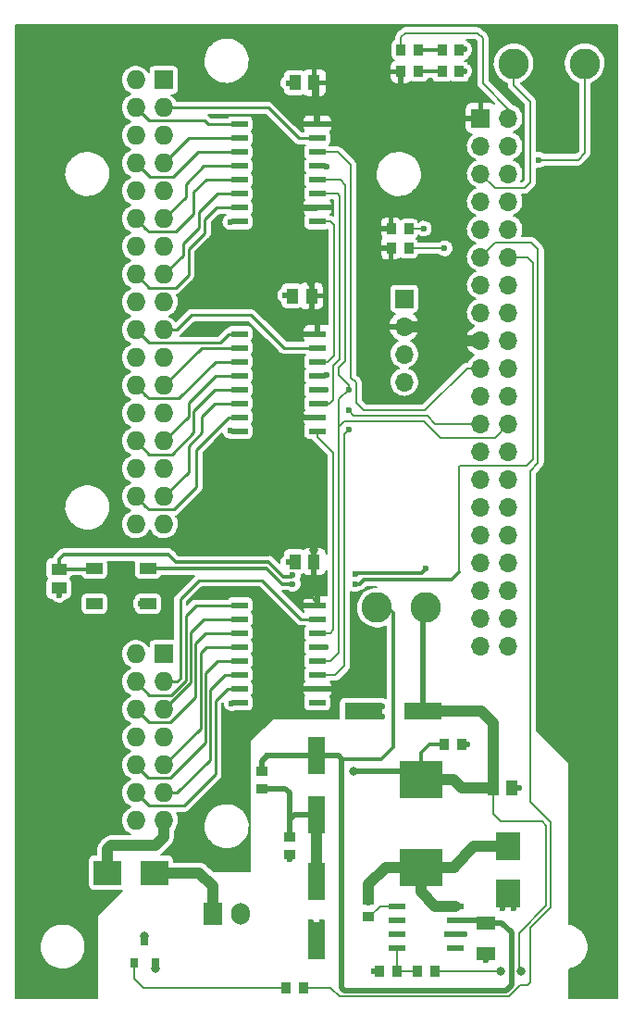
<source format=gtl>
G04 #@! TF.GenerationSoftware,KiCad,Pcbnew,(5.99.0-490-gc7ce93e10)*
G04 #@! TF.CreationDate,2019-12-10T11:33:48+01:00*
G04 #@! TF.ProjectId,LichtDom,4c696368-7444-46f6-9d2e-6b696361645f,0.1*
G04 #@! TF.SameCoordinates,Original*
G04 #@! TF.FileFunction,Copper,L1,Top*
G04 #@! TF.FilePolarity,Positive*
%FSLAX46Y46*%
G04 Gerber Fmt 4.6, Leading zero omitted, Abs format (unit mm)*
G04 Created by KiCad (PCBNEW (5.99.0-490-gc7ce93e10)) date 2019-12-10 11:33:48*
%MOMM*%
%LPD*%
G04 APERTURE LIST*
%ADD10R,0.820000X1.000000*%
%ADD11R,0.800000X0.900000*%
%ADD12R,1.500000X0.600000*%
%ADD13R,1.550000X0.600000*%
%ADD14C,2.800000*%
%ADD15R,1.000000X0.820000*%
%ADD16R,4.000000X3.500000*%
%ADD17O,1.700000X1.700000*%
%ADD18R,1.700000X1.700000*%
%ADD19O,1.727200X1.727200*%
%ADD20R,1.727200X1.727200*%
%ADD21O,1.700000X2.000000*%
%ADD22R,1.700000X2.000000*%
%ADD23R,1.500000X1.000000*%
%ADD24R,2.500000X2.300000*%
%ADD25R,2.300000X2.500000*%
%ADD26R,1.120000X1.400000*%
%ADD27R,1.400000X1.120000*%
%ADD28R,3.500000X1.600000*%
%ADD29R,1.800000X1.220000*%
%ADD30R,1.600000X3.500000*%
%ADD31C,0.800000*%
%ADD32C,0.600000*%
%ADD33C,0.300000*%
%ADD34C,1.000000*%
%ADD35C,0.500000*%
%ADD36C,0.250000*%
%ADD37C,0.200000*%
G04 APERTURE END LIST*
D10*
X204800000Y-163500000D03*
X203200000Y-163500000D03*
D11*
X190250000Y-159250000D03*
X191200000Y-161250000D03*
X189300000Y-161250000D03*
D12*
X206050000Y-128555000D03*
X206050000Y-129825000D03*
X206050000Y-131095000D03*
X206050000Y-132365000D03*
X206050000Y-133635000D03*
X206050000Y-134905000D03*
X206050000Y-136175000D03*
X206050000Y-137445000D03*
X198950000Y-137445000D03*
X198950000Y-136175000D03*
X198950000Y-134905000D03*
X198950000Y-133635000D03*
X198950000Y-132365000D03*
X198950000Y-131095000D03*
X198950000Y-129825000D03*
X198950000Y-128555000D03*
X206050000Y-103730000D03*
X206050000Y-105000000D03*
X206050000Y-106270000D03*
X206050000Y-107540000D03*
X206050000Y-108810000D03*
X206050000Y-110080000D03*
X206050000Y-111350000D03*
X206050000Y-112620000D03*
X198950000Y-112620000D03*
X198950000Y-111350000D03*
X198950000Y-110080000D03*
X198950000Y-108810000D03*
X198950000Y-107540000D03*
X198950000Y-106270000D03*
X198950000Y-105000000D03*
X198950000Y-103730000D03*
X206050000Y-84555000D03*
X206050000Y-85825000D03*
X206050000Y-87095000D03*
X206050000Y-88365000D03*
X206050000Y-89635000D03*
X206050000Y-90905000D03*
X206050000Y-92175000D03*
X206050000Y-93445000D03*
X198950000Y-93445000D03*
X198950000Y-92175000D03*
X198950000Y-90905000D03*
X198950000Y-89635000D03*
X198950000Y-88365000D03*
X198950000Y-87095000D03*
X198950000Y-85825000D03*
X198950000Y-84555000D03*
D13*
X218700000Y-156095000D03*
X218700000Y-157365000D03*
X218700000Y-158635000D03*
X218700000Y-159905000D03*
X213300000Y-159905000D03*
X213300000Y-158635000D03*
X213300000Y-157365000D03*
X213300000Y-156095000D03*
D14*
X216000000Y-128750000D03*
X224000000Y-79000000D03*
X230500000Y-79000000D03*
X211500000Y-128750000D03*
D10*
X219050000Y-79750000D03*
X217450000Y-79750000D03*
X214400000Y-94100000D03*
X212800000Y-94100000D03*
X214400000Y-95900000D03*
X212800000Y-95900000D03*
X219050000Y-77750000D03*
X217450000Y-77750000D03*
X211700000Y-162000000D03*
X213300000Y-162000000D03*
X215200000Y-162000000D03*
X216800000Y-162000000D03*
D15*
X203500000Y-151300000D03*
X203500000Y-149700000D03*
X201000000Y-145300000D03*
X201000000Y-143700000D03*
D16*
X215500000Y-152500000D03*
X215500000Y-144500000D03*
D17*
X214000000Y-108120000D03*
X214000000Y-105580000D03*
X214000000Y-103040000D03*
D18*
X214000000Y-100500000D03*
D19*
X189460000Y-148240000D03*
X192000000Y-148240000D03*
X189460000Y-145700000D03*
X192000000Y-145700000D03*
X189460000Y-143160000D03*
X192000000Y-143160000D03*
X189460000Y-140620000D03*
X192000000Y-140620000D03*
X189460000Y-138080000D03*
X192000000Y-138080000D03*
X189460000Y-135540000D03*
X192000000Y-135540000D03*
X189460000Y-133000000D03*
D20*
X192000000Y-133000000D03*
D19*
X189460000Y-121140000D03*
X192000000Y-121140000D03*
X189460000Y-118600000D03*
X192000000Y-118600000D03*
X189460000Y-116060000D03*
X192000000Y-116060000D03*
X189460000Y-113520000D03*
X192000000Y-113520000D03*
X189460000Y-110980000D03*
X192000000Y-110980000D03*
X189460000Y-108440000D03*
X192000000Y-108440000D03*
X189460000Y-105900000D03*
X192000000Y-105900000D03*
X189460000Y-103360000D03*
X192000000Y-103360000D03*
X189460000Y-100820000D03*
X192000000Y-100820000D03*
X189460000Y-98280000D03*
X192000000Y-98280000D03*
X189460000Y-95740000D03*
X192000000Y-95740000D03*
X189460000Y-93200000D03*
X192000000Y-93200000D03*
X189460000Y-90660000D03*
X192000000Y-90660000D03*
X189460000Y-88120000D03*
X192000000Y-88120000D03*
X189460000Y-85580000D03*
X192000000Y-85580000D03*
X189460000Y-83040000D03*
X192000000Y-83040000D03*
X189460000Y-80500000D03*
D20*
X192000000Y-80500000D03*
D17*
X223540000Y-132260000D03*
X221000000Y-132260000D03*
X223540000Y-129720000D03*
X221000000Y-129720000D03*
X223540000Y-127180000D03*
X221000000Y-127180000D03*
X223540000Y-124640000D03*
X221000000Y-124640000D03*
X223540000Y-122100000D03*
X221000000Y-122100000D03*
X223540000Y-119560000D03*
X221000000Y-119560000D03*
X223540000Y-117020000D03*
X221000000Y-117020000D03*
X223540000Y-114480000D03*
X221000000Y-114480000D03*
X223540000Y-111940000D03*
X221000000Y-111940000D03*
X223540000Y-109400000D03*
X221000000Y-109400000D03*
X223540000Y-106860000D03*
X221000000Y-106860000D03*
X223540000Y-104320000D03*
X221000000Y-104320000D03*
X223540000Y-101780000D03*
X221000000Y-101780000D03*
X223540000Y-99240000D03*
X221000000Y-99240000D03*
X223540000Y-96700000D03*
X221000000Y-96700000D03*
X223540000Y-94160000D03*
X221000000Y-94160000D03*
X223540000Y-91620000D03*
X221000000Y-91620000D03*
X223540000Y-89080000D03*
X221000000Y-89080000D03*
X223540000Y-86540000D03*
X221000000Y-86540000D03*
X223540000Y-84000000D03*
D18*
X221000000Y-84000000D03*
D21*
X199000000Y-156750000D03*
D22*
X196500000Y-156750000D03*
D10*
X213700000Y-79750000D03*
X215300000Y-79750000D03*
D23*
X185650000Y-125200000D03*
X185650000Y-128400000D03*
X190550000Y-125200000D03*
X190550000Y-128400000D03*
D24*
X191150000Y-153000000D03*
X186850000Y-153000000D03*
D10*
X213700000Y-77750000D03*
X215300000Y-77750000D03*
D25*
X223500000Y-154900000D03*
X223500000Y-150600000D03*
D26*
X203990000Y-80750000D03*
X205750000Y-80750000D03*
X203750000Y-100250000D03*
X205510000Y-100250000D03*
X203990000Y-124555000D03*
X205750000Y-124555000D03*
D27*
X182400000Y-126980000D03*
X182400000Y-125220000D03*
D10*
X219300000Y-141250000D03*
X217700000Y-141250000D03*
D28*
X210300000Y-138250000D03*
X215700000Y-138250000D03*
D26*
X223880000Y-145250000D03*
X222120000Y-145250000D03*
D15*
X210750000Y-157050000D03*
X210750000Y-155450000D03*
D29*
X221500000Y-160430000D03*
X221500000Y-157570000D03*
D30*
X206000000Y-159200000D03*
X206000000Y-153800000D03*
X206000000Y-147700000D03*
X206000000Y-142300000D03*
D31*
X204250000Y-136000000D03*
X204500000Y-111250000D03*
X204250000Y-103750000D03*
X205500000Y-99000000D03*
X204250000Y-92250000D03*
X206000000Y-83250000D03*
X205750000Y-123500000D03*
X204262653Y-127800000D03*
D32*
X206800000Y-132400000D03*
X203400000Y-124600000D03*
X206900000Y-107500000D03*
X203100000Y-100200000D03*
X206900000Y-88400000D03*
X203400000Y-80800000D03*
X198100000Y-93500000D03*
X198100000Y-112600000D03*
X198200000Y-137500000D03*
X224500000Y-145250000D03*
X223000000Y-156250000D03*
X224000000Y-156250000D03*
X221500000Y-161000000D03*
X211250000Y-162000000D03*
X205500000Y-157500000D03*
X206500000Y-157500000D03*
X203500000Y-151750000D03*
X212000000Y-137750000D03*
X212000000Y-138750000D03*
X219750000Y-141250000D03*
X219500000Y-158600000D03*
X217900000Y-158600000D03*
X201490000Y-142300000D03*
D31*
X224700000Y-162000000D03*
X222800000Y-162000000D03*
D32*
X206800000Y-110100000D03*
X206800000Y-108800000D03*
X208900000Y-110700000D03*
X208900000Y-112500000D03*
X208900000Y-108800000D03*
X210200000Y-99000000D03*
X215800000Y-94100000D03*
X217700000Y-95900000D03*
X226300000Y-87800000D03*
X219500000Y-77700000D03*
X219500000Y-79700000D03*
X221050000Y-138250000D03*
X182400000Y-127600000D03*
X189900000Y-128400000D03*
X203800000Y-126600000D03*
X209500000Y-126600000D03*
X216000000Y-125200000D03*
X209500000Y-125700000D03*
X203800000Y-125800000D03*
D31*
X191250000Y-161750000D03*
X190250000Y-158750000D03*
X209400000Y-143700000D03*
D33*
X215500000Y-144500000D02*
X215500000Y-142025000D01*
X215500000Y-142025000D02*
X216275000Y-141250000D01*
X216275000Y-141250000D02*
X216990000Y-141250000D01*
X216990000Y-141250000D02*
X217700000Y-141250000D01*
D34*
X212700000Y-152500000D02*
X215500000Y-152500000D01*
X210750000Y-155450000D02*
X210750000Y-154040000D01*
X210750000Y-154040000D02*
X212290000Y-152500000D01*
X212290000Y-152500000D02*
X212700000Y-152500000D01*
X220500000Y-150600000D02*
X223500000Y-150600000D01*
D35*
X220400000Y-150600000D02*
X220500000Y-150600000D01*
D34*
X218600000Y-152500000D02*
X218600000Y-152400000D01*
X218600000Y-152400000D02*
X220400000Y-150600000D01*
X215500000Y-152500000D02*
X218600000Y-152500000D01*
X215500000Y-154750000D02*
X215500000Y-152500000D01*
X218700000Y-156095000D02*
X216845000Y-156095000D01*
X216845000Y-156095000D02*
X215500000Y-154750000D01*
D36*
X192000000Y-83040000D02*
X201540000Y-83040000D01*
X204325000Y-85825000D02*
X206050000Y-85825000D01*
X201540000Y-83040000D02*
X204325000Y-85825000D01*
X190648601Y-84228601D02*
X195771399Y-84228601D01*
X189460000Y-83040000D02*
X190648601Y-84228601D01*
X196097798Y-84555000D02*
X198950000Y-84555000D01*
X195771399Y-84228601D02*
X196097798Y-84555000D01*
X194295000Y-85825000D02*
X192000000Y-88120000D01*
X198950000Y-85825000D02*
X194295000Y-85825000D01*
X192000000Y-93200000D02*
X194000000Y-91200000D01*
X194000000Y-91200000D02*
X194000000Y-90000000D01*
X195635000Y-88365000D02*
X198950000Y-88365000D01*
X194000000Y-90000000D02*
X195635000Y-88365000D01*
X198950000Y-89635000D02*
X195865000Y-89635000D01*
X195865000Y-89635000D02*
X194750000Y-90750000D01*
X194750000Y-90750000D02*
X194750000Y-92750000D01*
X190323599Y-94063599D02*
X189460000Y-93200000D01*
X190648601Y-94388601D02*
X190323599Y-94063599D01*
X193111399Y-94388601D02*
X190648601Y-94388601D01*
X194750000Y-92750000D02*
X193111399Y-94388601D01*
X193221314Y-103360000D02*
X194581314Y-102000000D01*
X192000000Y-103360000D02*
X193221314Y-103360000D01*
X194581314Y-102000000D02*
X200000000Y-102000000D01*
X203000000Y-105000000D02*
X206050000Y-105000000D01*
X200000000Y-102000000D02*
X203000000Y-105000000D01*
X197950000Y-103730000D02*
X197131399Y-104548601D01*
X198950000Y-103730000D02*
X197950000Y-103730000D01*
X190648601Y-104548601D02*
X189460000Y-103360000D01*
X197131399Y-104548601D02*
X190648601Y-104548601D01*
X195440000Y-105000000D02*
X198950000Y-105000000D01*
X192000000Y-108440000D02*
X195440000Y-105000000D01*
X198950000Y-106270000D02*
X196730000Y-106270000D01*
X190323599Y-109303599D02*
X189460000Y-108440000D01*
X190648601Y-109628601D02*
X190323599Y-109303599D01*
X193371399Y-109628601D02*
X190648601Y-109628601D01*
X196730000Y-106270000D02*
X193371399Y-109628601D01*
X192000000Y-113520000D02*
X194250000Y-111270000D01*
X194250000Y-111270000D02*
X194250000Y-110000000D01*
X196710000Y-107540000D02*
X198950000Y-107540000D01*
X194250000Y-110000000D02*
X196710000Y-107540000D01*
X198950000Y-108810000D02*
X196690000Y-108810000D01*
X196690000Y-108810000D02*
X194750000Y-110750000D01*
X194750000Y-110750000D02*
X194750000Y-112750000D01*
X194750000Y-112750000D02*
X192750000Y-114750000D01*
X190690000Y-114750000D02*
X189460000Y-113520000D01*
X192750000Y-114750000D02*
X190690000Y-114750000D01*
X192000000Y-118600000D02*
X194250000Y-116350000D01*
X194250000Y-116350000D02*
X194250000Y-114000000D01*
X194250000Y-114000000D02*
X195500000Y-112750000D01*
X195500000Y-112750000D02*
X195500000Y-111250000D01*
X196670000Y-110080000D02*
X198950000Y-110080000D01*
X195500000Y-111250000D02*
X196670000Y-110080000D01*
X197950000Y-111350000D02*
X195000000Y-114300000D01*
X198950000Y-111350000D02*
X197950000Y-111350000D01*
X195000000Y-114300000D02*
X195000000Y-117750000D01*
X190323599Y-119463599D02*
X189460000Y-118600000D01*
X190648601Y-119788601D02*
X190323599Y-119463599D01*
X192961399Y-119788601D02*
X190648601Y-119788601D01*
X195000000Y-117750000D02*
X192961399Y-119788601D01*
X193221314Y-135540000D02*
X193500000Y-135261314D01*
X192000000Y-135540000D02*
X193221314Y-135540000D01*
X193500000Y-135261314D02*
X193500000Y-128000000D01*
X193500000Y-128000000D02*
X195250000Y-126250000D01*
X195250000Y-126250000D02*
X201000000Y-126250000D01*
X204575000Y-129825000D02*
X206050000Y-129825000D01*
X201000000Y-126250000D02*
X204575000Y-129825000D01*
X198950000Y-128555000D02*
X194945000Y-128555000D01*
X194945000Y-128555000D02*
X194000000Y-129500000D01*
X194000000Y-135397724D02*
X192647724Y-136750000D01*
X194000000Y-129500000D02*
X194000000Y-135397724D01*
X190670000Y-136750000D02*
X189460000Y-135540000D01*
X192647724Y-136750000D02*
X190670000Y-136750000D01*
X192000000Y-138034134D02*
X194450010Y-135584124D01*
X192000000Y-138080000D02*
X192000000Y-138034134D01*
X194450010Y-135584124D02*
X194450010Y-131049990D01*
X195675000Y-129825000D02*
X198950000Y-129825000D01*
X194450010Y-131049990D02*
X195675000Y-129825000D01*
X198950000Y-131095000D02*
X195805020Y-131095000D01*
X195805020Y-131095000D02*
X194900020Y-132000000D01*
X194900020Y-136939110D02*
X192570529Y-139268601D01*
X194900020Y-132000000D02*
X194900020Y-136939110D01*
X190648601Y-139268601D02*
X189460000Y-138080000D01*
X192570529Y-139268601D02*
X190648601Y-139268601D01*
X192000000Y-143160000D02*
X195350030Y-139809970D01*
X195350030Y-139809970D02*
X195350030Y-132899970D01*
X195885000Y-132365000D02*
X198950000Y-132365000D01*
X195350030Y-132899970D02*
X195885000Y-132365000D01*
X198950000Y-133635000D02*
X196915040Y-133635000D01*
X196915040Y-133635000D02*
X195800040Y-134750000D01*
X189460000Y-143210000D02*
X189460000Y-143160000D01*
X190598601Y-144348601D02*
X189460000Y-143210000D01*
X192570529Y-144348601D02*
X190598601Y-144348601D01*
X195800040Y-134750000D02*
X195800040Y-141119090D01*
X195800040Y-141119090D02*
X192570529Y-144348601D01*
X193221314Y-145700000D02*
X196250050Y-142671264D01*
X192000000Y-145700000D02*
X193221314Y-145700000D01*
X196250050Y-142671264D02*
X196250050Y-136249950D01*
X197595000Y-134905000D02*
X198950000Y-134905000D01*
X196250050Y-136249950D02*
X197595000Y-134905000D01*
X190648601Y-146888601D02*
X189460000Y-145700000D01*
X198950000Y-136175000D02*
X197825000Y-136175000D01*
X196750000Y-137250000D02*
X196750000Y-144000000D01*
X197825000Y-136175000D02*
X196750000Y-137250000D01*
X196750000Y-144000000D02*
X193861399Y-146888601D01*
X193861399Y-146888601D02*
X190648601Y-146888601D01*
X206050000Y-136175000D02*
X204425000Y-136175000D01*
X204425000Y-136175000D02*
X204250000Y-136000000D01*
X205750000Y-126250000D02*
X205750000Y-124555000D01*
D35*
X205750000Y-126250000D02*
X204262653Y-127737347D01*
D36*
X204250000Y-127750000D02*
X204262653Y-127737347D01*
D35*
X204270000Y-103730000D02*
X204250000Y-103750000D01*
X206050000Y-103730000D02*
X204270000Y-103730000D01*
X204600000Y-111350000D02*
X204500000Y-111250000D01*
X206050000Y-111350000D02*
X204600000Y-111350000D01*
X205510000Y-101490000D02*
X205510000Y-100250000D01*
X204250000Y-103750000D02*
X204250000Y-102750000D01*
X204250000Y-102750000D02*
X205510000Y-101490000D01*
X205510000Y-100250000D02*
X205510000Y-99010000D01*
X205510000Y-99010000D02*
X205500000Y-99000000D01*
X205975000Y-92250000D02*
X206050000Y-92175000D01*
X204250000Y-92250000D02*
X205975000Y-92250000D01*
X206000000Y-84505000D02*
X206050000Y-84555000D01*
X206000000Y-83250000D02*
X206000000Y-84505000D01*
X206000000Y-81000000D02*
X205750000Y-80750000D01*
X206000000Y-83250000D02*
X206000000Y-81000000D01*
X216750000Y-84000000D02*
X221000000Y-84000000D01*
X216000000Y-83250000D02*
X216750000Y-84000000D01*
D36*
X205750000Y-124555000D02*
X205750000Y-123500000D01*
D35*
X205750000Y-123500000D02*
X205750000Y-126250000D01*
X204262653Y-127762653D02*
X204250000Y-127750000D01*
X204262653Y-127800000D02*
X204262653Y-127762653D01*
D36*
X205600000Y-127800000D02*
X206050000Y-128555000D01*
X204262653Y-127800000D02*
X205600000Y-127800000D01*
D34*
X206000000Y-153800000D02*
X206000000Y-147700000D01*
D35*
X203500000Y-149700000D02*
X203500000Y-148100000D01*
X203900000Y-147700000D02*
X206000000Y-147700000D01*
X203500000Y-148100000D02*
X203900000Y-147700000D01*
X203500000Y-148100000D02*
X203500000Y-145700000D01*
X203100000Y-145300000D02*
X201000000Y-145300000D01*
X203500000Y-145700000D02*
X203100000Y-145300000D01*
X221295000Y-157365000D02*
X221500000Y-157570000D01*
X218700000Y-157365000D02*
X221295000Y-157365000D01*
X208000000Y-142300000D02*
X206000000Y-142300000D01*
X208300000Y-142600000D02*
X208000000Y-142300000D01*
X201490000Y-142300000D02*
X206000000Y-142300000D01*
X201000000Y-143700000D02*
X201000000Y-142790000D01*
X201000000Y-142790000D02*
X201490000Y-142300000D01*
D37*
X212325000Y-156095000D02*
X213300000Y-156095000D01*
X210840000Y-157050000D02*
X211795000Y-156095000D01*
X211795000Y-156095000D02*
X212325000Y-156095000D01*
X210750000Y-157050000D02*
X210840000Y-157050000D01*
X213300000Y-160405000D02*
X213300000Y-162000000D01*
X213300000Y-159905000D02*
X213300000Y-160405000D01*
X213300000Y-162000000D02*
X215200000Y-162000000D01*
X223000000Y-155400000D02*
X223500000Y-154900000D01*
X223000000Y-156250000D02*
X223000000Y-155400000D01*
D35*
X215500000Y-144500000D02*
X215500000Y-143450000D01*
D34*
X218500000Y-144500000D02*
X215500000Y-144500000D01*
X222120000Y-145250000D02*
X219250000Y-145250000D01*
X219250000Y-145250000D02*
X218500000Y-144500000D01*
X215700000Y-138250000D02*
X215700000Y-138300000D01*
X215700000Y-138300000D02*
X215800000Y-138200000D01*
X215800000Y-138200000D02*
X221000000Y-138200000D01*
X222120000Y-139320000D02*
X222120000Y-145250000D01*
X221000000Y-138200000D02*
X221050000Y-138250000D01*
D37*
X222120000Y-145250000D02*
X222120000Y-147620000D01*
X222120000Y-147620000D02*
X222800000Y-148300000D01*
X222800000Y-148300000D02*
X226600000Y-148300000D01*
X226600000Y-148300000D02*
X227000000Y-148700000D01*
X227000000Y-148700000D02*
X227000000Y-156000000D01*
X227000000Y-156000000D02*
X224500000Y-158500000D01*
X224500000Y-158500000D02*
X224500000Y-161800000D01*
X224500000Y-161800000D02*
X224700000Y-162000000D01*
X222234315Y-162000000D02*
X216800000Y-162000000D01*
X222800000Y-162000000D02*
X222234315Y-162000000D01*
D35*
X215700000Y-129050000D02*
X216000000Y-128750000D01*
X215700000Y-138250000D02*
X215700000Y-129050000D01*
D33*
X210500000Y-128750000D02*
X212479898Y-128750000D01*
X213000000Y-129270102D02*
X213000000Y-141500000D01*
X211900000Y-142600000D02*
X208300000Y-142600000D01*
X213000000Y-141500000D02*
X211900000Y-142600000D01*
D37*
X206050000Y-113120000D02*
X207500000Y-114570000D01*
X206050000Y-112620000D02*
X206050000Y-113120000D01*
X207500000Y-114570000D02*
X207500000Y-130800000D01*
X207205000Y-131095000D02*
X206050000Y-131095000D01*
X207500000Y-130800000D02*
X207205000Y-131095000D01*
D33*
X212479898Y-128750000D02*
X213000000Y-129270102D01*
X211500000Y-128750000D02*
X212479898Y-128750000D01*
D37*
X207265000Y-133635000D02*
X208000000Y-132900000D01*
X206050000Y-133635000D02*
X207265000Y-133635000D01*
X208000000Y-132900000D02*
X208000000Y-112200000D01*
X208000000Y-112200000D02*
X208500000Y-111700000D01*
X207000000Y-90905000D02*
X207005000Y-90900000D01*
X206050000Y-90905000D02*
X207000000Y-90905000D01*
X207900000Y-90900000D02*
X208099990Y-91099990D01*
X207005000Y-90900000D02*
X207900000Y-90900000D01*
X223540000Y-111940000D02*
X222280000Y-113200000D01*
X222280000Y-113200000D02*
X217300000Y-113200000D01*
X215800000Y-111700000D02*
X208500000Y-111700000D01*
X217300000Y-113200000D02*
X215800000Y-111700000D01*
X207000000Y-134905000D02*
X207005000Y-134900000D01*
X206050000Y-134905000D02*
X207000000Y-134905000D01*
X207005000Y-134900000D02*
X207700000Y-134900000D01*
X207700000Y-134900000D02*
X208500000Y-134100000D01*
X208500000Y-134100000D02*
X208500000Y-112900000D01*
X208500000Y-112900000D02*
X208900000Y-112500000D01*
X209400000Y-111200000D02*
X208900000Y-110700000D01*
X221000000Y-111940000D02*
X216840000Y-111940000D01*
X216100000Y-111200000D02*
X209400000Y-111200000D01*
X216840000Y-111940000D02*
X216100000Y-111200000D01*
X208000000Y-112200000D02*
X208000000Y-109700000D01*
X208000000Y-109700000D02*
X208900000Y-108800000D01*
X208099990Y-91099990D02*
X208099990Y-106000010D01*
X208099990Y-106000010D02*
X207500000Y-106600000D01*
X207500000Y-106600000D02*
X207500000Y-109800000D01*
X207500000Y-109800000D02*
X207200000Y-110100000D01*
X207200000Y-110100000D02*
X206800000Y-110100000D01*
X208600000Y-90100000D02*
X208135000Y-89635000D01*
X208135000Y-89635000D02*
X206050000Y-89635000D01*
X208900000Y-108375736D02*
X208000000Y-107475736D01*
X208900000Y-108800000D02*
X208900000Y-108375736D01*
X208000000Y-107475736D02*
X208000000Y-106800000D01*
X208000000Y-106800000D02*
X208600000Y-106200000D01*
X208600000Y-106200000D02*
X208600000Y-90100000D01*
X206050000Y-87095000D02*
X207895000Y-87095000D01*
X207895000Y-87095000D02*
X209100000Y-88300000D01*
X209100000Y-88300000D02*
X209100000Y-107700000D01*
X209100000Y-107700000D02*
X209600000Y-108200000D01*
X209600000Y-108200000D02*
X209600000Y-110000000D01*
X209600000Y-110000000D02*
X210300000Y-110700000D01*
X210300000Y-110700000D02*
X215900000Y-110700000D01*
X219740000Y-106860000D02*
X221000000Y-106860000D01*
X215900000Y-110700000D02*
X219740000Y-106860000D01*
X206050000Y-106270000D02*
X207030000Y-106270000D01*
X207030000Y-106270000D02*
X207600000Y-105700000D01*
X207600000Y-105700000D02*
X207600000Y-93800000D01*
X207245000Y-93445000D02*
X206050000Y-93445000D01*
X207600000Y-93800000D02*
X207245000Y-93445000D01*
D34*
X214000000Y-103040000D02*
X216340000Y-103040000D01*
X217620000Y-104320000D02*
X221000000Y-104320000D01*
X216340000Y-103040000D02*
X217620000Y-104320000D01*
D35*
X210200000Y-99000000D02*
X210200000Y-99424264D01*
X210200000Y-99424264D02*
X210200000Y-102700000D01*
X210540000Y-103040000D02*
X214000000Y-103040000D01*
X210200000Y-102700000D02*
X210540000Y-103040000D01*
D37*
X212800000Y-94100000D02*
X210800000Y-94100000D01*
X210800000Y-94100000D02*
X210200000Y-94700000D01*
X212800000Y-95900000D02*
X210200000Y-95900000D01*
X210200000Y-94700000D02*
X210200000Y-95900000D01*
X210200000Y-95900000D02*
X210200000Y-99000000D01*
X214400000Y-94100000D02*
X215800000Y-94100000D01*
X214400000Y-95900000D02*
X217700000Y-95900000D01*
X226300000Y-87800000D02*
X229900000Y-87800000D01*
X230500000Y-87200000D02*
X230500000Y-79000000D01*
X229900000Y-87800000D02*
X230500000Y-87200000D01*
X224000000Y-80979898D02*
X225500000Y-82479898D01*
X224000000Y-79000000D02*
X224000000Y-80979898D01*
X225500000Y-82479898D02*
X225500000Y-89900000D01*
X225500000Y-89900000D02*
X225000000Y-90400000D01*
X222320000Y-90400000D02*
X221000000Y-89080000D01*
X225000000Y-90400000D02*
X222320000Y-90400000D01*
X213700000Y-79750000D02*
X212450000Y-79750000D01*
X212450000Y-79750000D02*
X212000000Y-80200000D01*
D35*
X206000000Y-83250000D02*
X212000000Y-83200000D01*
D37*
X212000000Y-80200000D02*
X212000000Y-83200000D01*
D35*
X212000000Y-83200000D02*
X216000000Y-83250000D01*
D37*
X223540000Y-83140000D02*
X223540000Y-84000000D01*
X213700000Y-76600000D02*
X214100000Y-76200000D01*
X221200000Y-80800000D02*
X223540000Y-83140000D01*
X221200000Y-76700000D02*
X221200000Y-80800000D01*
X213700000Y-77750000D02*
X213700000Y-76600000D01*
X214100000Y-76200000D02*
X220700000Y-76200000D01*
X220700000Y-76200000D02*
X221200000Y-76700000D01*
D33*
X215300000Y-77750000D02*
X217450000Y-77750000D01*
X215300000Y-79750000D02*
X217450000Y-79750000D01*
D34*
X221050000Y-138250000D02*
X222120000Y-139320000D01*
D33*
X185630000Y-125220000D02*
X185650000Y-125200000D01*
X182400000Y-125220000D02*
X185630000Y-125220000D01*
X182400000Y-126980000D02*
X182400000Y-127600000D01*
X190550000Y-125200000D02*
X191600000Y-125200000D01*
X191600000Y-125200000D02*
X201400000Y-125200000D01*
X201400000Y-125200000D02*
X202800000Y-126600000D01*
X202800000Y-126600000D02*
X203800000Y-126600000D01*
X209924264Y-126600000D02*
X210324264Y-126200000D01*
X209500000Y-126600000D02*
X209924264Y-126600000D01*
X210324264Y-126200000D02*
X218300000Y-126200000D01*
X218300000Y-126200000D02*
X219000000Y-125500000D01*
D37*
X219000000Y-125500000D02*
X219000000Y-115900000D01*
X219000000Y-115900000D02*
X219100000Y-115800000D01*
X219100000Y-115800000D02*
X225200000Y-115800000D01*
X225200000Y-115800000D02*
X225800000Y-115200000D01*
X225800000Y-115200000D02*
X225800000Y-97200000D01*
X225300000Y-96700000D02*
X223540000Y-96700000D01*
X225800000Y-97200000D02*
X225300000Y-96700000D01*
D33*
X216000000Y-125200000D02*
X215600000Y-125600000D01*
X215600000Y-125600000D02*
X210200000Y-125600000D01*
X210200000Y-125600000D02*
X209600000Y-125600000D01*
X209600000Y-125600000D02*
X209500000Y-125700000D01*
X182400000Y-124360000D02*
X182400000Y-125220000D01*
X182860000Y-123900000D02*
X182400000Y-124360000D01*
X203800000Y-125800000D02*
X203650001Y-125949999D01*
X192400000Y-123900000D02*
X182860000Y-123900000D01*
X203650001Y-125949999D02*
X202949999Y-125949999D01*
X202949999Y-125949999D02*
X201600000Y-124600000D01*
X201600000Y-124600000D02*
X193100000Y-124600000D01*
X193100000Y-124600000D02*
X192400000Y-123900000D01*
D36*
X189460000Y-88120000D02*
X190740000Y-89400000D01*
X195155000Y-87095000D02*
X198950000Y-87095000D01*
X192850000Y-89400000D02*
X195155000Y-87095000D01*
X190740000Y-89400000D02*
X192850000Y-89400000D01*
X193750000Y-96530000D02*
X192000000Y-98280000D01*
X196895000Y-90905000D02*
X195250000Y-92550000D01*
X198950000Y-90905000D02*
X196895000Y-90905000D01*
X195250000Y-92550000D02*
X195250000Y-94000000D01*
X195250000Y-94000000D02*
X193750000Y-95500000D01*
X193750000Y-95500000D02*
X193750000Y-96530000D01*
X196825000Y-92175000D02*
X198950000Y-92175000D01*
X190680000Y-99500000D02*
X193100000Y-99500000D01*
X195750000Y-93250000D02*
X196825000Y-92175000D01*
X189460000Y-98280000D02*
X190680000Y-99500000D01*
X193100000Y-99500000D02*
X194250000Y-98350000D01*
X195750000Y-94500000D02*
X195750000Y-93250000D01*
X194250000Y-98350000D02*
X194250000Y-96000000D01*
X194250000Y-96000000D02*
X195750000Y-94500000D01*
D34*
X186850000Y-150850000D02*
X186850000Y-153000000D01*
X187200000Y-150500000D02*
X186850000Y-150850000D01*
X191250000Y-150500000D02*
X187200000Y-150500000D01*
X192000000Y-149750000D02*
X191250000Y-150500000D01*
X192000000Y-148240000D02*
X192000000Y-149750000D01*
X191150000Y-153000000D02*
X195250000Y-153000000D01*
X196500000Y-154250000D02*
X196500000Y-156750000D01*
X195250000Y-153000000D02*
X196500000Y-154250000D01*
D35*
X190250000Y-159250000D02*
X190250000Y-158750000D01*
X208300000Y-163500000D02*
X208300000Y-142600000D01*
X208550000Y-163750000D02*
X208300000Y-163500000D01*
X222900000Y-157570000D02*
X223800000Y-158470000D01*
X223350000Y-163750000D02*
X208550000Y-163750000D01*
X221500000Y-157570000D02*
X222900000Y-157570000D01*
X223800000Y-163300000D02*
X223350000Y-163750000D01*
X223800000Y-158470000D02*
X223800000Y-163300000D01*
D37*
X222300000Y-95400000D02*
X221000000Y-96700000D01*
X225650000Y-95400000D02*
X222300000Y-95400000D01*
X226250000Y-96000000D02*
X225650000Y-95400000D01*
X226250000Y-115500000D02*
X226250000Y-96000000D01*
X225500000Y-116250000D02*
X226250000Y-115500000D01*
X207250000Y-163500000D02*
X208050010Y-164300010D01*
X227400010Y-148400010D02*
X225500000Y-146500000D01*
X224627831Y-163250000D02*
X225250000Y-163250000D01*
X225500000Y-146500000D02*
X225500000Y-116250000D01*
X225250000Y-163250000D02*
X225500000Y-163000000D01*
X208050010Y-164300010D02*
X223577821Y-164300010D01*
X225500000Y-163000000D02*
X225500000Y-158065698D01*
X225500000Y-158065698D02*
X227400010Y-156165689D01*
X223577821Y-164300010D02*
X224627831Y-163250000D01*
X204800000Y-163500000D02*
X207250000Y-163500000D01*
X227400010Y-156165689D02*
X227400010Y-148400010D01*
D35*
X214700000Y-143700000D02*
X215500000Y-144500000D01*
X209400000Y-143700000D02*
X214700000Y-143700000D01*
D37*
X203200000Y-163500000D02*
X190100000Y-163500000D01*
X189300000Y-162700000D02*
X189300000Y-161250000D01*
X190100000Y-163500000D02*
X189300000Y-162700000D01*
G36*
X233501000Y-81968519D02*
G01*
X233501000Y-81968520D01*
X233501001Y-164501000D01*
X229099000Y-164501000D01*
X229099000Y-161824830D01*
X229382792Y-161756959D01*
X229659263Y-161647777D01*
X229917590Y-161500728D01*
X230152622Y-161318747D01*
X230359667Y-161105465D01*
X230534595Y-160865138D01*
X230673916Y-160602562D01*
X230774849Y-160322974D01*
X230835700Y-160030423D01*
X230849449Y-159604757D01*
X230807604Y-159308888D01*
X230724923Y-159023370D01*
X230602837Y-158752350D01*
X230443783Y-158501235D01*
X230250933Y-158275037D01*
X230028135Y-158078269D01*
X229779835Y-157914856D01*
X229510986Y-157788059D01*
X229226955Y-157700408D01*
X229099000Y-157680027D01*
X229099000Y-142958993D01*
X226099000Y-139958992D01*
X226099000Y-116498114D01*
X226655075Y-115942040D01*
X226715939Y-115890970D01*
X226755677Y-115822142D01*
X226801251Y-115757054D01*
X226808177Y-115731210D01*
X226821559Y-115708029D01*
X226835359Y-115629765D01*
X226855926Y-115553013D01*
X226849000Y-115473855D01*
X226849000Y-96026141D01*
X226855926Y-95946987D01*
X226835359Y-95870235D01*
X226821559Y-95791971D01*
X226808177Y-95768790D01*
X226801251Y-95742946D01*
X226755677Y-95677859D01*
X226715940Y-95609030D01*
X226655066Y-95557951D01*
X226092052Y-94994938D01*
X226040970Y-94934060D01*
X225972140Y-94894322D01*
X225907053Y-94848748D01*
X225881208Y-94841823D01*
X225858030Y-94828441D01*
X225779771Y-94814642D01*
X225703011Y-94794074D01*
X225623854Y-94801000D01*
X224732597Y-94801000D01*
X224825945Y-94585286D01*
X224881232Y-94349569D01*
X224889315Y-94040885D01*
X224846441Y-93802599D01*
X224762502Y-93576896D01*
X224639923Y-93369625D01*
X224482576Y-93187337D01*
X224295435Y-93035793D01*
X224084416Y-92919785D01*
X224001414Y-92891852D01*
X224018762Y-92887008D01*
X224235564Y-92782202D01*
X224430379Y-92640660D01*
X224597051Y-92466857D01*
X224730310Y-92266285D01*
X224825945Y-92045286D01*
X224881232Y-91809569D01*
X224889315Y-91500885D01*
X224846441Y-91262599D01*
X224762502Y-91036896D01*
X224740091Y-90999000D01*
X224973858Y-90999000D01*
X225053011Y-91005926D01*
X225129771Y-90985358D01*
X225208030Y-90971559D01*
X225231208Y-90958177D01*
X225257053Y-90951252D01*
X225322140Y-90905678D01*
X225390969Y-90865940D01*
X225442053Y-90805061D01*
X225905063Y-90342051D01*
X225965939Y-90290970D01*
X226005674Y-90222147D01*
X226051253Y-90157053D01*
X226058179Y-90131205D01*
X226071558Y-90108031D01*
X226085358Y-90029773D01*
X226105926Y-89953011D01*
X226099000Y-89873854D01*
X226099000Y-88573474D01*
X226229576Y-88604944D01*
X226469375Y-88590067D01*
X226694200Y-88505338D01*
X226831536Y-88399000D01*
X229873858Y-88399000D01*
X229953011Y-88405926D01*
X230029771Y-88385358D01*
X230108030Y-88371559D01*
X230131208Y-88358177D01*
X230157053Y-88351252D01*
X230222140Y-88305678D01*
X230290969Y-88265940D01*
X230342053Y-88205061D01*
X230905075Y-87642040D01*
X230965939Y-87590970D01*
X231005677Y-87522142D01*
X231051251Y-87457054D01*
X231058177Y-87431210D01*
X231071559Y-87408029D01*
X231085359Y-87329765D01*
X231105926Y-87253013D01*
X231099000Y-87173855D01*
X231099000Y-80802240D01*
X231250192Y-80750327D01*
X231500666Y-80620217D01*
X231729158Y-80454512D01*
X231930647Y-80256854D01*
X232100708Y-80031586D01*
X232235604Y-79783655D01*
X232332371Y-79518509D01*
X232389145Y-79240694D01*
X232399398Y-78861822D01*
X232357730Y-78581342D01*
X232275443Y-78311351D01*
X232154153Y-78056488D01*
X231996523Y-77822353D01*
X231806017Y-77614088D01*
X231586821Y-77436269D01*
X231343749Y-77292803D01*
X231082141Y-77186841D01*
X230807745Y-77120711D01*
X230526588Y-77095866D01*
X230244848Y-77112851D01*
X229968712Y-77171294D01*
X229704247Y-77269910D01*
X229457265Y-77406533D01*
X229233189Y-77578162D01*
X229036942Y-77781026D01*
X228872837Y-78010670D01*
X228744478Y-78262046D01*
X228654684Y-78529635D01*
X228605429Y-78807557D01*
X228597794Y-79089705D01*
X228631948Y-79369884D01*
X228707138Y-79641937D01*
X228821716Y-79899888D01*
X228973162Y-80138069D01*
X229158151Y-80351250D01*
X229372617Y-80534745D01*
X229611850Y-80684525D01*
X229870595Y-80797299D01*
X229901001Y-80805475D01*
X229901000Y-86951886D01*
X229651887Y-87201000D01*
X226830237Y-87201000D01*
X226706450Y-87101650D01*
X226483139Y-87013010D01*
X226243636Y-86993949D01*
X226099000Y-87026147D01*
X226099000Y-82506039D01*
X226105926Y-82426885D01*
X226085359Y-82350133D01*
X226071559Y-82271869D01*
X226058177Y-82248688D01*
X226051251Y-82222844D01*
X226005677Y-82157756D01*
X225965939Y-82088928D01*
X225905069Y-82037852D01*
X224651448Y-80784231D01*
X224750192Y-80750327D01*
X225000666Y-80620217D01*
X225229158Y-80454512D01*
X225430647Y-80256854D01*
X225600708Y-80031586D01*
X225735604Y-79783655D01*
X225832371Y-79518509D01*
X225889145Y-79240694D01*
X225899398Y-78861822D01*
X225857730Y-78581342D01*
X225775443Y-78311351D01*
X225654153Y-78056488D01*
X225496523Y-77822353D01*
X225306017Y-77614088D01*
X225086821Y-77436269D01*
X224843749Y-77292803D01*
X224582141Y-77186841D01*
X224307745Y-77120711D01*
X224026588Y-77095866D01*
X223744848Y-77112851D01*
X223468712Y-77171294D01*
X223204247Y-77269910D01*
X222957265Y-77406533D01*
X222733189Y-77578162D01*
X222536942Y-77781026D01*
X222372837Y-78010670D01*
X222244478Y-78262046D01*
X222154684Y-78529635D01*
X222105429Y-78807557D01*
X222097794Y-79089705D01*
X222131948Y-79369884D01*
X222207138Y-79641937D01*
X222321716Y-79899888D01*
X222473162Y-80138069D01*
X222658151Y-80351250D01*
X222872617Y-80534745D01*
X223111850Y-80684525D01*
X223370595Y-80797299D01*
X223401001Y-80805475D01*
X223401001Y-80953745D01*
X223394074Y-81032909D01*
X223414645Y-81109682D01*
X223428442Y-81187928D01*
X223441822Y-81211103D01*
X223448748Y-81236951D01*
X223494325Y-81302042D01*
X223534062Y-81370868D01*
X223594934Y-81421946D01*
X224901000Y-82728013D01*
X224901001Y-89651885D01*
X224751886Y-89801000D01*
X224680670Y-89801000D01*
X224730310Y-89726285D01*
X224825945Y-89505286D01*
X224881232Y-89269569D01*
X224889315Y-88960885D01*
X224846441Y-88722599D01*
X224762502Y-88496896D01*
X224639923Y-88289625D01*
X224482576Y-88107337D01*
X224295435Y-87955793D01*
X224084416Y-87839785D01*
X224001414Y-87811852D01*
X224018762Y-87807008D01*
X224235564Y-87702202D01*
X224430379Y-87560660D01*
X224597051Y-87386857D01*
X224730310Y-87186285D01*
X224825945Y-86965286D01*
X224881232Y-86729569D01*
X224889315Y-86420885D01*
X224846441Y-86182599D01*
X224762502Y-85956896D01*
X224639923Y-85749625D01*
X224482576Y-85567337D01*
X224295435Y-85415793D01*
X224084416Y-85299785D01*
X224001414Y-85271852D01*
X224018762Y-85267008D01*
X224235564Y-85162202D01*
X224430379Y-85020660D01*
X224597051Y-84846857D01*
X224730310Y-84646285D01*
X224825945Y-84425286D01*
X224881232Y-84189569D01*
X224889315Y-83880885D01*
X224846441Y-83642599D01*
X224762502Y-83416896D01*
X224639923Y-83209625D01*
X224482576Y-83027337D01*
X224295435Y-82875793D01*
X224084416Y-82759785D01*
X223974787Y-82722890D01*
X223945068Y-82697954D01*
X221799000Y-80551886D01*
X221799000Y-76726142D01*
X221805926Y-76646989D01*
X221785358Y-76570227D01*
X221771558Y-76491969D01*
X221758179Y-76468795D01*
X221751253Y-76442947D01*
X221705674Y-76377853D01*
X221665939Y-76309030D01*
X221605063Y-76257949D01*
X221142052Y-75794938D01*
X221090970Y-75734060D01*
X221022140Y-75694322D01*
X220957053Y-75648748D01*
X220931208Y-75641823D01*
X220908030Y-75628441D01*
X220829771Y-75614642D01*
X220753011Y-75594074D01*
X220673854Y-75601000D01*
X214126141Y-75601000D01*
X214046988Y-75594074D01*
X213970228Y-75614642D01*
X213891969Y-75628441D01*
X213868792Y-75641822D01*
X213842945Y-75648748D01*
X213777860Y-75694322D01*
X213709030Y-75734061D01*
X213657946Y-75794940D01*
X213294933Y-76157954D01*
X213234062Y-76209030D01*
X213194325Y-76277856D01*
X213148748Y-76342947D01*
X213141822Y-76368795D01*
X213128442Y-76391970D01*
X213114645Y-76470216D01*
X213094074Y-76546989D01*
X213101001Y-76626157D01*
X213101001Y-76778819D01*
X213095300Y-76779953D01*
X212930241Y-76890241D01*
X212819953Y-77055300D01*
X212783164Y-77240249D01*
X212783164Y-78259751D01*
X212819953Y-78444700D01*
X212930241Y-78609759D01*
X213065302Y-78700003D01*
X212989321Y-78720362D01*
X212824061Y-78859030D01*
X212718441Y-79041970D01*
X212683287Y-79241339D01*
X212683287Y-79599000D01*
X213851000Y-79599000D01*
X213851000Y-80856713D01*
X214123034Y-80856713D01*
X214410680Y-80779638D01*
X214575939Y-80640970D01*
X214576221Y-80640482D01*
X214695300Y-80720047D01*
X214880249Y-80756836D01*
X215719751Y-80756836D01*
X215904700Y-80720047D01*
X216069759Y-80609759D01*
X216180047Y-80444700D01*
X216189137Y-80399000D01*
X216560863Y-80399000D01*
X216569953Y-80444700D01*
X216680241Y-80609759D01*
X216845300Y-80720047D01*
X217030249Y-80756836D01*
X217869751Y-80756836D01*
X218054700Y-80720047D01*
X218219759Y-80609759D01*
X218250000Y-80564500D01*
X218280241Y-80609759D01*
X218445300Y-80720047D01*
X218630249Y-80756836D01*
X219469751Y-80756836D01*
X219654700Y-80720047D01*
X219819759Y-80609759D01*
X219930047Y-80444700D01*
X219945829Y-80365362D01*
X220084171Y-80258246D01*
X220222493Y-80061797D01*
X220297060Y-79832983D01*
X220299260Y-79580948D01*
X220228698Y-79350867D01*
X220093824Y-79152035D01*
X219906450Y-79001650D01*
X219889778Y-78995032D01*
X219819759Y-78890241D01*
X219654700Y-78779953D01*
X219504118Y-78750000D01*
X219654700Y-78720047D01*
X219819759Y-78609759D01*
X219930047Y-78444700D01*
X219945829Y-78365362D01*
X220084171Y-78258246D01*
X220222493Y-78061797D01*
X220297060Y-77832983D01*
X220299260Y-77580948D01*
X220228698Y-77350867D01*
X220093824Y-77152035D01*
X219906450Y-77001650D01*
X219889778Y-76995032D01*
X219819759Y-76890241D01*
X219683206Y-76799000D01*
X220451886Y-76799000D01*
X220601000Y-76948114D01*
X220601001Y-80773847D01*
X220594074Y-80853011D01*
X220614645Y-80929784D01*
X220628442Y-81008030D01*
X220641822Y-81031205D01*
X220648748Y-81057053D01*
X220694325Y-81122144D01*
X220734062Y-81190970D01*
X220794934Y-81242048D01*
X222231452Y-82678566D01*
X222058030Y-82578441D01*
X221858661Y-82543287D01*
X221151000Y-82543287D01*
X221151000Y-84151000D01*
X219543287Y-84151000D01*
X219543287Y-84863034D01*
X219620362Y-85150680D01*
X219759030Y-85315939D01*
X219941970Y-85421559D01*
X220141339Y-85456713D01*
X220189227Y-85456713D01*
X220175466Y-85465446D01*
X219998211Y-85628441D01*
X219852620Y-85820249D01*
X219743296Y-86034808D01*
X219673696Y-86265335D01*
X219646019Y-86504545D01*
X219661139Y-86744874D01*
X219718579Y-86978728D01*
X219816523Y-87198714D01*
X219951875Y-87397880D01*
X220120358Y-87569929D01*
X220316645Y-87709422D01*
X220534531Y-87811952D01*
X220535869Y-87812311D01*
X220378784Y-87876416D01*
X220175466Y-88005446D01*
X219998211Y-88168441D01*
X219852620Y-88360249D01*
X219743296Y-88574808D01*
X219673696Y-88805335D01*
X219646019Y-89044545D01*
X219661139Y-89284874D01*
X219718579Y-89518728D01*
X219816523Y-89738714D01*
X219951875Y-89937880D01*
X220120358Y-90109929D01*
X220316645Y-90249422D01*
X220534531Y-90351952D01*
X220535869Y-90352311D01*
X220378784Y-90416416D01*
X220175466Y-90545446D01*
X219998211Y-90708441D01*
X219852620Y-90900249D01*
X219743296Y-91114808D01*
X219673696Y-91345335D01*
X219646019Y-91584545D01*
X219661139Y-91824874D01*
X219718579Y-92058728D01*
X219816523Y-92278714D01*
X219951875Y-92477880D01*
X220120358Y-92649929D01*
X220316645Y-92789422D01*
X220534531Y-92891952D01*
X220535869Y-92892311D01*
X220378784Y-92956416D01*
X220175466Y-93085446D01*
X219998211Y-93248441D01*
X219852620Y-93440249D01*
X219743296Y-93654808D01*
X219673696Y-93885335D01*
X219646019Y-94124545D01*
X219661139Y-94364874D01*
X219718579Y-94598728D01*
X219816523Y-94818714D01*
X219951875Y-95017880D01*
X220120358Y-95189929D01*
X220316645Y-95329422D01*
X220534531Y-95431952D01*
X220535869Y-95432311D01*
X220378784Y-95496416D01*
X220175466Y-95625446D01*
X219998211Y-95788441D01*
X219852620Y-95980249D01*
X219743296Y-96194808D01*
X219673696Y-96425335D01*
X219646019Y-96664545D01*
X219661139Y-96904874D01*
X219718579Y-97138728D01*
X219816523Y-97358714D01*
X219951875Y-97557880D01*
X220120358Y-97729929D01*
X220316645Y-97869422D01*
X220534531Y-97971952D01*
X220535869Y-97972311D01*
X220378784Y-98036416D01*
X220175466Y-98165446D01*
X219998211Y-98328441D01*
X219852620Y-98520249D01*
X219743296Y-98734808D01*
X219673696Y-98965335D01*
X219646019Y-99204545D01*
X219661139Y-99444874D01*
X219718579Y-99678728D01*
X219816523Y-99898714D01*
X219951875Y-100097880D01*
X220120358Y-100269929D01*
X220316645Y-100409422D01*
X220534531Y-100511952D01*
X220535869Y-100512311D01*
X220378784Y-100576416D01*
X220175466Y-100705446D01*
X219998211Y-100868441D01*
X219852620Y-101060249D01*
X219743296Y-101274808D01*
X219673696Y-101505335D01*
X219646019Y-101744545D01*
X219661139Y-101984874D01*
X219718579Y-102218728D01*
X219816523Y-102438714D01*
X219951875Y-102637880D01*
X220120358Y-102809929D01*
X220316645Y-102949422D01*
X220409279Y-102993012D01*
X220385287Y-103001745D01*
X220165713Y-103128515D01*
X219971489Y-103291489D01*
X219808515Y-103485713D01*
X219681745Y-103705287D01*
X219595028Y-103943539D01*
X219555274Y-104169000D01*
X221151000Y-104169000D01*
X221151000Y-104471000D01*
X219555274Y-104471000D01*
X219595028Y-104696461D01*
X219681745Y-104934713D01*
X219808515Y-105154287D01*
X219971489Y-105348511D01*
X220165713Y-105511485D01*
X220385287Y-105638255D01*
X220405372Y-105645565D01*
X220378784Y-105656416D01*
X220175466Y-105785446D01*
X219998211Y-105948441D01*
X219852620Y-106140249D01*
X219791094Y-106261000D01*
X219766141Y-106261000D01*
X219686987Y-106254074D01*
X219610231Y-106274642D01*
X219531969Y-106288441D01*
X219508794Y-106301822D01*
X219482947Y-106308747D01*
X219417858Y-106354323D01*
X219349030Y-106394061D01*
X219297952Y-106454933D01*
X215651886Y-110101000D01*
X210548114Y-110101000D01*
X210199000Y-109751887D01*
X210199000Y-108226142D01*
X210205926Y-108146989D01*
X210185358Y-108070227D01*
X210171558Y-107991969D01*
X210158179Y-107968795D01*
X210151253Y-107942947D01*
X210105674Y-107877853D01*
X210065939Y-107809030D01*
X210005063Y-107757949D01*
X209699000Y-107451886D01*
X209699000Y-103191000D01*
X212555274Y-103191000D01*
X212595028Y-103416461D01*
X212681745Y-103654713D01*
X212808515Y-103874287D01*
X212971489Y-104068511D01*
X213165713Y-104231485D01*
X213385287Y-104358255D01*
X213405372Y-104365565D01*
X213378784Y-104376416D01*
X213175466Y-104505446D01*
X212998211Y-104668441D01*
X212852620Y-104860249D01*
X212743296Y-105074808D01*
X212673696Y-105305335D01*
X212646019Y-105544545D01*
X212661139Y-105784874D01*
X212718579Y-106018728D01*
X212816523Y-106238714D01*
X212951875Y-106437880D01*
X213120358Y-106609929D01*
X213316645Y-106749422D01*
X213534531Y-106851952D01*
X213535869Y-106852311D01*
X213378784Y-106916416D01*
X213175466Y-107045446D01*
X212998211Y-107208441D01*
X212852620Y-107400249D01*
X212743296Y-107614808D01*
X212673696Y-107845335D01*
X212646019Y-108084545D01*
X212661139Y-108324874D01*
X212718579Y-108558728D01*
X212816523Y-108778714D01*
X212951875Y-108977880D01*
X213120358Y-109149929D01*
X213316645Y-109289422D01*
X213534531Y-109391952D01*
X213767131Y-109454276D01*
X214007091Y-109474427D01*
X214246828Y-109451765D01*
X214478762Y-109387008D01*
X214695564Y-109282202D01*
X214890379Y-109140660D01*
X215057051Y-108966857D01*
X215190310Y-108766285D01*
X215285945Y-108545286D01*
X215341232Y-108309569D01*
X215349315Y-108000885D01*
X215306441Y-107762599D01*
X215222502Y-107536896D01*
X215099923Y-107329625D01*
X214942576Y-107147337D01*
X214755435Y-106995793D01*
X214544416Y-106879785D01*
X214461414Y-106851852D01*
X214478762Y-106847008D01*
X214695564Y-106742202D01*
X214890379Y-106600660D01*
X215057051Y-106426857D01*
X215190310Y-106226285D01*
X215285945Y-106005286D01*
X215341232Y-105769569D01*
X215349315Y-105460885D01*
X215306441Y-105222599D01*
X215222502Y-104996896D01*
X215099923Y-104789625D01*
X214942576Y-104607337D01*
X214755435Y-104455793D01*
X214592632Y-104366292D01*
X214614713Y-104358255D01*
X214834287Y-104231485D01*
X215028511Y-104068511D01*
X215191485Y-103874287D01*
X215318255Y-103654713D01*
X215404972Y-103416461D01*
X215444726Y-103191000D01*
X212555274Y-103191000D01*
X209699000Y-103191000D01*
X209699000Y-102889000D01*
X212555274Y-102889000D01*
X215444726Y-102889000D01*
X215404972Y-102663539D01*
X215318255Y-102425287D01*
X215191485Y-102205713D01*
X215028511Y-102011489D01*
X214844204Y-101856836D01*
X214859751Y-101856836D01*
X215044700Y-101820047D01*
X215209759Y-101709759D01*
X215320047Y-101544700D01*
X215356836Y-101359751D01*
X215356836Y-99640249D01*
X215320047Y-99455300D01*
X215209759Y-99290241D01*
X215044700Y-99179953D01*
X214859751Y-99143164D01*
X213140249Y-99143164D01*
X212955300Y-99179953D01*
X212790241Y-99290241D01*
X212679953Y-99455300D01*
X212643164Y-99640249D01*
X212643164Y-101359751D01*
X212679953Y-101544700D01*
X212790241Y-101709759D01*
X212955300Y-101820047D01*
X213140249Y-101856836D01*
X213155796Y-101856836D01*
X212971489Y-102011489D01*
X212808515Y-102205713D01*
X212681745Y-102425287D01*
X212595028Y-102663539D01*
X212555274Y-102889000D01*
X209699000Y-102889000D01*
X209699000Y-96051000D01*
X211783287Y-96051000D01*
X211783287Y-96413034D01*
X211860362Y-96700680D01*
X211999030Y-96865939D01*
X212181970Y-96971559D01*
X212381339Y-97006713D01*
X212649000Y-97006713D01*
X212649000Y-96051000D01*
X211783287Y-96051000D01*
X209699000Y-96051000D01*
X209699000Y-94251000D01*
X211783287Y-94251000D01*
X211783287Y-94613034D01*
X211860362Y-94900680D01*
X211940033Y-94995628D01*
X211924061Y-95009030D01*
X211818441Y-95191970D01*
X211783287Y-95391339D01*
X211783287Y-95749000D01*
X212951000Y-95749000D01*
X212951000Y-97006713D01*
X213223034Y-97006713D01*
X213510680Y-96929638D01*
X213675939Y-96790970D01*
X213676221Y-96790482D01*
X213795300Y-96870047D01*
X213980249Y-96906836D01*
X214819751Y-96906836D01*
X215004700Y-96870047D01*
X215169759Y-96759759D01*
X215280047Y-96594700D01*
X215299083Y-96499000D01*
X217164630Y-96499000D01*
X217189309Y-96526170D01*
X217396004Y-96648652D01*
X217629576Y-96704944D01*
X217869375Y-96690067D01*
X218094200Y-96605338D01*
X218284171Y-96458246D01*
X218422493Y-96261797D01*
X218497060Y-96032983D01*
X218499260Y-95780948D01*
X218428698Y-95550867D01*
X218293824Y-95352035D01*
X218106450Y-95201650D01*
X217883139Y-95113010D01*
X217643636Y-95093949D01*
X217409116Y-95146157D01*
X217200315Y-95265013D01*
X217166461Y-95301000D01*
X215299083Y-95301000D01*
X215280047Y-95205300D01*
X215169759Y-95040241D01*
X215109534Y-95000000D01*
X215169759Y-94959759D01*
X215280047Y-94794700D01*
X215293218Y-94728486D01*
X215496004Y-94848652D01*
X215729576Y-94904944D01*
X215969375Y-94890067D01*
X216194200Y-94805338D01*
X216384171Y-94658246D01*
X216522493Y-94461797D01*
X216597060Y-94232983D01*
X216599260Y-93980948D01*
X216528698Y-93750867D01*
X216393824Y-93552035D01*
X216206450Y-93401650D01*
X215983139Y-93313010D01*
X215743636Y-93293949D01*
X215509116Y-93346157D01*
X215300315Y-93465013D01*
X215293389Y-93472375D01*
X215280047Y-93405300D01*
X215169759Y-93240241D01*
X215004700Y-93129953D01*
X214819751Y-93093164D01*
X213980249Y-93093164D01*
X213795300Y-93129953D01*
X213668573Y-93214628D01*
X213600970Y-93134061D01*
X213418030Y-93028441D01*
X213218661Y-92993287D01*
X212951000Y-92993287D01*
X212951000Y-94251000D01*
X211783287Y-94251000D01*
X209699000Y-94251000D01*
X209699000Y-93591339D01*
X211783287Y-93591339D01*
X211783287Y-93949000D01*
X212649000Y-93949000D01*
X212649000Y-92993287D01*
X212376966Y-92993287D01*
X212089321Y-93070362D01*
X211924061Y-93209030D01*
X211818441Y-93391970D01*
X211783287Y-93591339D01*
X209699000Y-93591339D01*
X209699000Y-89180782D01*
X211397195Y-89180782D01*
X211429556Y-89476264D01*
X211503227Y-89764238D01*
X211616740Y-90038959D01*
X211767829Y-90294945D01*
X211953478Y-90527089D01*
X212169985Y-90730759D01*
X212413030Y-90901891D01*
X212677763Y-91037070D01*
X212958901Y-91133599D01*
X213250836Y-91189553D01*
X213547743Y-91203814D01*
X213843696Y-91176099D01*
X214132792Y-91106959D01*
X214409263Y-90997777D01*
X214667590Y-90850728D01*
X214902622Y-90668747D01*
X215109667Y-90455465D01*
X215284595Y-90215138D01*
X215423916Y-89952562D01*
X215524849Y-89672974D01*
X215585700Y-89380423D01*
X215599449Y-88954757D01*
X215557604Y-88658888D01*
X215474923Y-88373370D01*
X215352837Y-88102350D01*
X215193783Y-87851235D01*
X215000933Y-87625037D01*
X214778135Y-87428269D01*
X214529835Y-87264856D01*
X214260986Y-87138059D01*
X213976955Y-87050408D01*
X213683407Y-87003652D01*
X213386199Y-86998723D01*
X213091262Y-87035721D01*
X212804480Y-87113907D01*
X212531576Y-87231720D01*
X212277995Y-87386811D01*
X212048795Y-87576085D01*
X211848552Y-87795764D01*
X211681259Y-88041467D01*
X211550254Y-88308290D01*
X211458152Y-88590910D01*
X211406791Y-88883688D01*
X211397195Y-89180782D01*
X209699000Y-89180782D01*
X209699000Y-88326141D01*
X209705926Y-88246987D01*
X209685359Y-88170235D01*
X209671559Y-88091971D01*
X209658177Y-88068790D01*
X209651251Y-88042946D01*
X209605677Y-87977858D01*
X209565939Y-87909030D01*
X209505069Y-87857954D01*
X208337052Y-86689938D01*
X208285970Y-86629060D01*
X208217140Y-86589322D01*
X208152053Y-86543748D01*
X208126208Y-86536823D01*
X208103030Y-86523441D01*
X208024771Y-86509642D01*
X207948011Y-86489074D01*
X207868854Y-86496000D01*
X207200357Y-86496000D01*
X207176302Y-86460000D01*
X207270047Y-86319700D01*
X207306836Y-86134751D01*
X207306836Y-85515249D01*
X207270047Y-85330300D01*
X207232467Y-85274056D01*
X207265939Y-85245970D01*
X207371559Y-85063030D01*
X207406713Y-84863661D01*
X207406713Y-84706000D01*
X204693287Y-84706000D01*
X204693287Y-84868034D01*
X204770362Y-85155680D01*
X204808390Y-85201000D01*
X204583470Y-85201000D01*
X203628809Y-84246339D01*
X204693287Y-84246339D01*
X204693287Y-84404000D01*
X205899000Y-84404000D01*
X205899000Y-83648287D01*
X206201000Y-83648287D01*
X206201000Y-84404000D01*
X207406713Y-84404000D01*
X207406713Y-84241966D01*
X207329638Y-83954321D01*
X207190970Y-83789061D01*
X207008030Y-83683441D01*
X206808661Y-83648287D01*
X206201000Y-83648287D01*
X205899000Y-83648287D01*
X205286966Y-83648287D01*
X204999321Y-83725362D01*
X204834061Y-83864030D01*
X204728441Y-84046970D01*
X204693287Y-84246339D01*
X203628809Y-84246339D01*
X202523809Y-83141339D01*
X219543287Y-83141339D01*
X219543287Y-83849000D01*
X220849000Y-83849000D01*
X220849000Y-82543287D01*
X220136966Y-82543287D01*
X219849321Y-82620362D01*
X219684061Y-82759030D01*
X219578441Y-82941970D01*
X219543287Y-83141339D01*
X202523809Y-83141339D01*
X202028314Y-82645845D01*
X202007906Y-82614238D01*
X201954999Y-82572530D01*
X201944610Y-82562142D01*
X201914799Y-82540839D01*
X201841291Y-82482889D01*
X201829451Y-82479848D01*
X201818313Y-82471890D01*
X201619288Y-82412368D01*
X201526851Y-82416000D01*
X193214117Y-82416000D01*
X193111012Y-82241657D01*
X192952078Y-82057531D01*
X192763051Y-81904460D01*
X192701162Y-81870436D01*
X192873351Y-81870436D01*
X193058300Y-81833647D01*
X193223359Y-81723359D01*
X193333647Y-81558300D01*
X193370436Y-81373351D01*
X193370436Y-79626649D01*
X193333647Y-79441700D01*
X193223359Y-79276641D01*
X193058300Y-79166353D01*
X192873351Y-79129564D01*
X191126649Y-79129564D01*
X190941700Y-79166353D01*
X190776641Y-79276641D01*
X190666353Y-79441700D01*
X190629564Y-79626649D01*
X190629564Y-79800664D01*
X190571012Y-79701657D01*
X190412078Y-79517531D01*
X190223051Y-79364460D01*
X190009905Y-79247281D01*
X189779377Y-79169700D01*
X189538753Y-79134168D01*
X189295641Y-79141808D01*
X189057723Y-79192379D01*
X188832521Y-79284282D01*
X188627153Y-79414613D01*
X188448111Y-79579251D01*
X188301052Y-79772994D01*
X188190627Y-79989715D01*
X188120325Y-80222566D01*
X188092369Y-80464187D01*
X188107641Y-80706940D01*
X188165660Y-80943151D01*
X188264592Y-81165356D01*
X188401309Y-81366529D01*
X188571490Y-81540311D01*
X188769755Y-81681212D01*
X188961736Y-81771550D01*
X188832521Y-81824282D01*
X188627153Y-81954613D01*
X188448111Y-82119251D01*
X188301052Y-82312994D01*
X188190627Y-82529715D01*
X188120325Y-82762566D01*
X188092369Y-83004187D01*
X188107641Y-83246940D01*
X188165660Y-83483151D01*
X188264592Y-83705356D01*
X188401309Y-83906529D01*
X188571490Y-84080311D01*
X188769755Y-84221212D01*
X188961736Y-84311550D01*
X188832521Y-84364282D01*
X188627153Y-84494613D01*
X188448111Y-84659251D01*
X188301052Y-84852994D01*
X188190627Y-85069715D01*
X188120325Y-85302566D01*
X188092369Y-85544187D01*
X188107641Y-85786940D01*
X188165660Y-86023151D01*
X188264592Y-86245356D01*
X188401309Y-86446529D01*
X188571490Y-86620311D01*
X188769755Y-86761212D01*
X188961736Y-86851550D01*
X188832521Y-86904282D01*
X188627153Y-87034613D01*
X188448111Y-87199251D01*
X188301052Y-87392994D01*
X188190627Y-87609715D01*
X188120325Y-87842566D01*
X188092369Y-88084187D01*
X188107641Y-88326940D01*
X188165660Y-88563151D01*
X188264592Y-88785356D01*
X188401309Y-88986529D01*
X188571490Y-89160311D01*
X188769755Y-89301212D01*
X188961736Y-89391550D01*
X188832521Y-89444282D01*
X188627153Y-89574613D01*
X188448111Y-89739251D01*
X188301052Y-89932994D01*
X188190627Y-90149715D01*
X188120325Y-90382566D01*
X188092369Y-90624187D01*
X188107641Y-90866940D01*
X188165660Y-91103151D01*
X188264592Y-91325356D01*
X188401309Y-91526529D01*
X188571490Y-91700311D01*
X188769755Y-91841212D01*
X188961736Y-91931550D01*
X188832521Y-91984282D01*
X188627153Y-92114613D01*
X188448111Y-92279251D01*
X188301052Y-92472994D01*
X188190627Y-92689715D01*
X188120325Y-92922566D01*
X188092369Y-93164187D01*
X188107641Y-93406940D01*
X188165660Y-93643151D01*
X188264592Y-93865356D01*
X188401309Y-94066529D01*
X188571490Y-94240311D01*
X188769755Y-94381212D01*
X188961736Y-94471550D01*
X188832521Y-94524282D01*
X188627153Y-94654613D01*
X188448111Y-94819251D01*
X188301052Y-95012994D01*
X188190627Y-95229715D01*
X188120325Y-95462566D01*
X188092369Y-95704187D01*
X188107641Y-95946940D01*
X188165660Y-96183151D01*
X188264592Y-96405356D01*
X188401309Y-96606529D01*
X188571490Y-96780311D01*
X188769755Y-96921212D01*
X188961736Y-97011550D01*
X188832521Y-97064282D01*
X188627153Y-97194613D01*
X188448111Y-97359251D01*
X188301052Y-97552994D01*
X188190627Y-97769715D01*
X188120325Y-98002566D01*
X188092369Y-98244187D01*
X188107641Y-98486940D01*
X188165660Y-98723151D01*
X188264592Y-98945356D01*
X188401309Y-99146529D01*
X188571490Y-99320311D01*
X188769755Y-99461212D01*
X188961736Y-99551550D01*
X188832521Y-99604282D01*
X188627153Y-99734613D01*
X188448111Y-99899251D01*
X188301052Y-100092994D01*
X188190627Y-100309715D01*
X188120325Y-100542566D01*
X188092369Y-100784187D01*
X188107641Y-101026940D01*
X188165660Y-101263151D01*
X188264592Y-101485356D01*
X188401309Y-101686529D01*
X188571490Y-101860311D01*
X188769755Y-102001212D01*
X188961736Y-102091550D01*
X188832521Y-102144282D01*
X188627153Y-102274613D01*
X188448111Y-102439251D01*
X188301052Y-102632994D01*
X188190627Y-102849715D01*
X188120325Y-103082566D01*
X188092369Y-103324187D01*
X188107641Y-103566940D01*
X188165660Y-103803151D01*
X188264592Y-104025356D01*
X188401309Y-104226529D01*
X188571490Y-104400311D01*
X188769755Y-104541212D01*
X188961736Y-104631550D01*
X188832521Y-104684282D01*
X188627153Y-104814613D01*
X188448111Y-104979251D01*
X188301052Y-105172994D01*
X188190627Y-105389715D01*
X188120325Y-105622566D01*
X188092369Y-105864187D01*
X188107641Y-106106940D01*
X188165660Y-106343151D01*
X188264592Y-106565356D01*
X188401309Y-106766529D01*
X188571490Y-106940311D01*
X188769755Y-107081212D01*
X188961736Y-107171550D01*
X188832521Y-107224282D01*
X188627153Y-107354613D01*
X188448111Y-107519251D01*
X188301052Y-107712994D01*
X188190627Y-107929715D01*
X188120325Y-108162566D01*
X188092369Y-108404187D01*
X188107641Y-108646940D01*
X188165660Y-108883151D01*
X188264592Y-109105356D01*
X188401309Y-109306529D01*
X188571490Y-109480311D01*
X188769755Y-109621212D01*
X188961736Y-109711550D01*
X188832521Y-109764282D01*
X188627153Y-109894613D01*
X188448111Y-110059251D01*
X188301052Y-110252994D01*
X188190627Y-110469715D01*
X188120325Y-110702566D01*
X188092369Y-110944187D01*
X188107641Y-111186940D01*
X188165660Y-111423151D01*
X188264592Y-111645356D01*
X188401309Y-111846529D01*
X188571490Y-112020311D01*
X188769755Y-112161212D01*
X188961736Y-112251550D01*
X188832521Y-112304282D01*
X188627153Y-112434613D01*
X188448111Y-112599251D01*
X188301052Y-112792994D01*
X188190627Y-113009715D01*
X188120325Y-113242566D01*
X188092369Y-113484187D01*
X188107641Y-113726940D01*
X188165660Y-113963151D01*
X188264592Y-114185356D01*
X188401309Y-114386529D01*
X188571490Y-114560311D01*
X188769755Y-114701212D01*
X188961736Y-114791550D01*
X188832521Y-114844282D01*
X188627153Y-114974613D01*
X188448111Y-115139251D01*
X188301052Y-115332994D01*
X188190627Y-115549715D01*
X188120325Y-115782566D01*
X188092369Y-116024187D01*
X188107641Y-116266940D01*
X188165660Y-116503151D01*
X188264592Y-116725356D01*
X188401309Y-116926529D01*
X188571490Y-117100311D01*
X188769755Y-117241212D01*
X188961736Y-117331550D01*
X188832521Y-117384282D01*
X188627153Y-117514613D01*
X188448111Y-117679251D01*
X188301052Y-117872994D01*
X188190627Y-118089715D01*
X188120325Y-118322566D01*
X188092369Y-118564187D01*
X188107641Y-118806940D01*
X188165660Y-119043151D01*
X188264592Y-119265356D01*
X188401309Y-119466529D01*
X188571490Y-119640311D01*
X188769755Y-119781212D01*
X188961736Y-119871550D01*
X188832521Y-119924282D01*
X188627153Y-120054613D01*
X188448111Y-120219251D01*
X188301052Y-120412994D01*
X188190627Y-120629715D01*
X188120325Y-120862566D01*
X188092369Y-121104187D01*
X188107641Y-121346940D01*
X188165660Y-121583151D01*
X188264592Y-121805356D01*
X188401309Y-122006529D01*
X188571490Y-122180311D01*
X188769755Y-122321212D01*
X188989840Y-122424775D01*
X189224783Y-122487728D01*
X189467164Y-122508082D01*
X189709316Y-122485191D01*
X189943589Y-122419781D01*
X190162576Y-122313919D01*
X190359356Y-122170950D01*
X190527708Y-121995395D01*
X190662310Y-121792801D01*
X190729684Y-121637110D01*
X190804592Y-121805356D01*
X190941309Y-122006529D01*
X191111490Y-122180311D01*
X191309755Y-122321212D01*
X191529840Y-122424775D01*
X191764783Y-122487728D01*
X192007164Y-122508082D01*
X192249316Y-122485191D01*
X192483589Y-122419781D01*
X192702576Y-122313919D01*
X192899356Y-122170950D01*
X193067708Y-121995395D01*
X193202310Y-121792801D01*
X193298910Y-121569573D01*
X193354751Y-121331493D01*
X193362916Y-121019671D01*
X193319612Y-120778995D01*
X193234827Y-120551018D01*
X193142745Y-120395315D01*
X193152812Y-120389361D01*
X193166316Y-120387114D01*
X193349137Y-120288470D01*
X193411941Y-120220528D01*
X195394157Y-118238313D01*
X195425762Y-118217906D01*
X195467466Y-118165004D01*
X195477858Y-118154611D01*
X195499169Y-118124789D01*
X195557113Y-118051289D01*
X195560152Y-118039451D01*
X195568110Y-118028315D01*
X195627632Y-117829289D01*
X195624000Y-117736851D01*
X195624000Y-114558469D01*
X197333955Y-112848515D01*
X197427766Y-113048325D01*
X197589309Y-113226170D01*
X197796004Y-113348652D01*
X198029577Y-113404944D01*
X198068157Y-113402550D01*
X198190249Y-113426836D01*
X199709751Y-113426836D01*
X199894700Y-113390047D01*
X200059759Y-113279759D01*
X200170047Y-113114700D01*
X200206836Y-112929751D01*
X200206836Y-112310249D01*
X200170047Y-112125300D01*
X200076302Y-111985000D01*
X200170047Y-111844700D01*
X200206836Y-111659751D01*
X200206836Y-111040249D01*
X200170047Y-110855300D01*
X200076302Y-110715000D01*
X200170047Y-110574700D01*
X200206836Y-110389751D01*
X200206836Y-109770249D01*
X200170047Y-109585300D01*
X200076302Y-109445000D01*
X200170047Y-109304700D01*
X200206836Y-109119751D01*
X200206836Y-108500249D01*
X200170047Y-108315300D01*
X200076302Y-108175000D01*
X200170047Y-108034700D01*
X200206836Y-107849751D01*
X200206836Y-107230249D01*
X200170047Y-107045300D01*
X200076302Y-106905000D01*
X200170047Y-106764700D01*
X200206836Y-106579751D01*
X200206836Y-105960249D01*
X200170047Y-105775300D01*
X200076302Y-105635000D01*
X200170047Y-105494700D01*
X200206836Y-105309751D01*
X200206836Y-104690249D01*
X200170047Y-104505300D01*
X200076302Y-104365000D01*
X200170047Y-104224700D01*
X200206836Y-104039751D01*
X200206836Y-103420249D01*
X200170047Y-103235300D01*
X200059759Y-103070241D01*
X199894700Y-102959953D01*
X199709751Y-102923164D01*
X198190249Y-102923164D01*
X198005300Y-102959953D01*
X197840241Y-103070241D01*
X197808056Y-103118409D01*
X197769106Y-103123019D01*
X197758587Y-103129239D01*
X197745083Y-103131487D01*
X197562262Y-103230131D01*
X197499470Y-103298060D01*
X196872930Y-103924601D01*
X193489081Y-103924601D01*
X193609051Y-103859869D01*
X193671854Y-103791930D01*
X194839784Y-102624000D01*
X199741531Y-102624000D01*
X202511687Y-105394157D01*
X202532094Y-105425762D01*
X202584996Y-105467466D01*
X202595389Y-105477858D01*
X202625203Y-105499163D01*
X202698710Y-105557112D01*
X202710546Y-105560151D01*
X202721685Y-105568111D01*
X202920711Y-105627632D01*
X203013159Y-105624000D01*
X204916348Y-105624000D01*
X204923698Y-105635000D01*
X204829953Y-105775300D01*
X204793164Y-105960249D01*
X204793164Y-106579751D01*
X204829953Y-106764700D01*
X204923698Y-106905000D01*
X204829953Y-107045300D01*
X204793164Y-107230249D01*
X204793164Y-107849751D01*
X204829953Y-108034700D01*
X204923698Y-108175000D01*
X204829953Y-108315300D01*
X204793164Y-108500249D01*
X204793164Y-109119751D01*
X204829953Y-109304700D01*
X204923698Y-109445000D01*
X204829953Y-109585300D01*
X204793164Y-109770249D01*
X204793164Y-110389751D01*
X204829953Y-110574700D01*
X204867533Y-110630943D01*
X204834061Y-110659030D01*
X204728441Y-110841970D01*
X204693287Y-111041339D01*
X204693287Y-111199000D01*
X206201000Y-111199000D01*
X206201000Y-111501000D01*
X204693287Y-111501000D01*
X204693287Y-111663034D01*
X204770362Y-111950680D01*
X204868490Y-112067625D01*
X204829953Y-112125300D01*
X204793164Y-112310249D01*
X204793164Y-112929751D01*
X204829953Y-113114700D01*
X204940241Y-113279759D01*
X205105300Y-113390047D01*
X205290249Y-113426836D01*
X205533606Y-113426836D01*
X205544325Y-113442144D01*
X205584062Y-113510970D01*
X205644934Y-113562048D01*
X206901000Y-114818114D01*
X206901001Y-123783327D01*
X206839638Y-123554321D01*
X206700970Y-123389061D01*
X206518030Y-123283441D01*
X206318661Y-123248287D01*
X205901000Y-123248287D01*
X205901000Y-125861713D01*
X206323034Y-125861713D01*
X206610680Y-125784638D01*
X206775939Y-125645970D01*
X206881559Y-125463030D01*
X206901001Y-125352770D01*
X206901001Y-127664569D01*
X206808661Y-127648287D01*
X206201000Y-127648287D01*
X206201000Y-128706000D01*
X204693287Y-128706000D01*
X204693287Y-128868034D01*
X204763851Y-129131380D01*
X203878810Y-128246339D01*
X204693287Y-128246339D01*
X204693287Y-128404000D01*
X205899000Y-128404000D01*
X205899000Y-127648287D01*
X205286966Y-127648287D01*
X204999321Y-127725362D01*
X204834061Y-127864030D01*
X204728441Y-128046970D01*
X204693287Y-128246339D01*
X203878810Y-128246339D01*
X202881470Y-127249000D01*
X203327836Y-127249000D01*
X203496004Y-127348652D01*
X203729576Y-127404944D01*
X203969375Y-127390067D01*
X204194200Y-127305338D01*
X204384171Y-127158246D01*
X204522493Y-126961797D01*
X204597060Y-126732983D01*
X204599260Y-126480948D01*
X204528698Y-126250867D01*
X204494880Y-126201013D01*
X204522493Y-126161797D01*
X204597060Y-125932983D01*
X204598621Y-125754104D01*
X204744700Y-125725047D01*
X204781721Y-125700311D01*
X204799031Y-125720940D01*
X204981970Y-125826559D01*
X205181339Y-125861713D01*
X205599000Y-125861713D01*
X205599000Y-123248287D01*
X205176966Y-123248287D01*
X204889321Y-123325362D01*
X204785674Y-123412331D01*
X204744700Y-123384953D01*
X204559751Y-123348164D01*
X203420249Y-123348164D01*
X203235300Y-123384953D01*
X203070241Y-123495241D01*
X202959953Y-123660300D01*
X202923164Y-123845249D01*
X202923164Y-123952007D01*
X202900315Y-123965013D01*
X202735692Y-124140012D01*
X202629805Y-124355680D01*
X202592012Y-124592948D01*
X202605395Y-124687570D01*
X202107880Y-124190055D01*
X202086653Y-124157180D01*
X202031625Y-124113800D01*
X202020817Y-124102993D01*
X201989797Y-124080826D01*
X201913500Y-124020677D01*
X201901210Y-124017521D01*
X201889464Y-124009128D01*
X201682465Y-123947222D01*
X201586305Y-123951000D01*
X193368826Y-123951000D01*
X192907880Y-123490054D01*
X192886652Y-123457179D01*
X192831625Y-123413800D01*
X192820817Y-123402993D01*
X192789797Y-123380826D01*
X192713500Y-123320677D01*
X192701210Y-123317521D01*
X192689464Y-123309128D01*
X192482465Y-123247222D01*
X192386305Y-123251000D01*
X182929249Y-123251000D01*
X182890993Y-123242764D01*
X182821409Y-123251000D01*
X182806126Y-123251000D01*
X182768516Y-123257261D01*
X182672034Y-123268679D01*
X182661115Y-123275136D01*
X182646872Y-123277507D01*
X182456727Y-123380105D01*
X182391404Y-123450771D01*
X181990056Y-123852120D01*
X181957180Y-123873347D01*
X181913797Y-123928378D01*
X181902993Y-123939183D01*
X181880822Y-123970209D01*
X181820678Y-124046500D01*
X181817522Y-124058789D01*
X181809128Y-124070536D01*
X181784417Y-124153164D01*
X181690249Y-124153164D01*
X181505300Y-124189953D01*
X181340241Y-124300241D01*
X181229953Y-124465300D01*
X181193164Y-124650249D01*
X181193164Y-125789751D01*
X181229953Y-125974700D01*
X181313675Y-126100000D01*
X181229953Y-126225300D01*
X181193164Y-126410249D01*
X181193164Y-127549751D01*
X181229953Y-127734700D01*
X181340241Y-127899759D01*
X181505300Y-128010047D01*
X181690249Y-128046836D01*
X181727067Y-128046836D01*
X181727766Y-128048325D01*
X181889309Y-128226170D01*
X182096004Y-128348652D01*
X182329576Y-128404944D01*
X182569375Y-128390067D01*
X182794200Y-128305338D01*
X182984171Y-128158246D01*
X183062616Y-128046836D01*
X183109751Y-128046836D01*
X183294700Y-128010047D01*
X183459759Y-127899759D01*
X183466113Y-127890249D01*
X184393164Y-127890249D01*
X184393164Y-128909751D01*
X184429953Y-129094700D01*
X184540241Y-129259759D01*
X184705300Y-129370047D01*
X184890249Y-129406836D01*
X186409751Y-129406836D01*
X186594700Y-129370047D01*
X186759759Y-129259759D01*
X186870047Y-129094700D01*
X186906836Y-128909751D01*
X186906836Y-128392948D01*
X189092012Y-128392948D01*
X189125658Y-128630842D01*
X189227766Y-128848325D01*
X189295856Y-128923287D01*
X189329953Y-129094700D01*
X189440241Y-129259759D01*
X189605300Y-129370047D01*
X189790249Y-129406836D01*
X191309751Y-129406836D01*
X191494700Y-129370047D01*
X191659759Y-129259759D01*
X191770047Y-129094700D01*
X191806836Y-128909751D01*
X191806836Y-127890249D01*
X191770047Y-127705300D01*
X191659759Y-127540241D01*
X191494700Y-127429953D01*
X191309751Y-127393164D01*
X189790249Y-127393164D01*
X189605300Y-127429953D01*
X189440241Y-127540241D01*
X189329953Y-127705300D01*
X189296023Y-127875878D01*
X189235692Y-127940012D01*
X189129805Y-128155680D01*
X189092012Y-128392948D01*
X186906836Y-128392948D01*
X186906836Y-127890249D01*
X186870047Y-127705300D01*
X186759759Y-127540241D01*
X186594700Y-127429953D01*
X186409751Y-127393164D01*
X184890249Y-127393164D01*
X184705300Y-127429953D01*
X184540241Y-127540241D01*
X184429953Y-127705300D01*
X184393164Y-127890249D01*
X183466113Y-127890249D01*
X183570047Y-127734700D01*
X183606836Y-127549751D01*
X183606836Y-126410249D01*
X183570047Y-126225300D01*
X183486325Y-126100000D01*
X183570047Y-125974700D01*
X183591072Y-125869000D01*
X184424841Y-125869000D01*
X184429953Y-125894700D01*
X184540241Y-126059759D01*
X184705300Y-126170047D01*
X184890249Y-126206836D01*
X186409751Y-126206836D01*
X186594700Y-126170047D01*
X186759759Y-126059759D01*
X186870047Y-125894700D01*
X186906836Y-125709751D01*
X186906836Y-124690249D01*
X186878740Y-124549000D01*
X189321260Y-124549000D01*
X189293164Y-124690249D01*
X189293164Y-125709751D01*
X189329953Y-125894700D01*
X189440241Y-126059759D01*
X189605300Y-126170047D01*
X189790249Y-126206836D01*
X191309751Y-126206836D01*
X191494700Y-126170047D01*
X191659759Y-126059759D01*
X191770047Y-125894700D01*
X191779137Y-125849000D01*
X194768530Y-125849000D01*
X193105843Y-127511688D01*
X193074239Y-127532094D01*
X193032535Y-127584996D01*
X193022142Y-127595390D01*
X193000829Y-127625215D01*
X192942888Y-127698711D01*
X192939849Y-127710548D01*
X192931890Y-127721685D01*
X192872368Y-127920712D01*
X192876001Y-128013174D01*
X192876000Y-131630091D01*
X192873351Y-131629564D01*
X191126649Y-131629564D01*
X190941700Y-131666353D01*
X190776641Y-131776641D01*
X190666353Y-131941700D01*
X190629564Y-132126649D01*
X190629564Y-132300664D01*
X190571012Y-132201657D01*
X190412078Y-132017531D01*
X190223051Y-131864460D01*
X190009905Y-131747281D01*
X189779377Y-131669700D01*
X189538753Y-131634168D01*
X189295641Y-131641808D01*
X189057723Y-131692379D01*
X188832521Y-131784282D01*
X188627153Y-131914613D01*
X188448111Y-132079251D01*
X188301052Y-132272994D01*
X188190627Y-132489715D01*
X188120325Y-132722566D01*
X188092369Y-132964187D01*
X188107641Y-133206940D01*
X188165660Y-133443151D01*
X188264592Y-133665356D01*
X188401309Y-133866529D01*
X188571490Y-134040311D01*
X188769755Y-134181212D01*
X188961736Y-134271550D01*
X188832521Y-134324282D01*
X188627153Y-134454613D01*
X188448111Y-134619251D01*
X188301052Y-134812994D01*
X188190627Y-135029715D01*
X188120325Y-135262566D01*
X188092369Y-135504187D01*
X188107641Y-135746940D01*
X188165660Y-135983151D01*
X188264592Y-136205356D01*
X188401309Y-136406529D01*
X188571490Y-136580311D01*
X188769755Y-136721212D01*
X188961736Y-136811550D01*
X188832521Y-136864282D01*
X188627153Y-136994613D01*
X188448111Y-137159251D01*
X188301052Y-137352994D01*
X188190627Y-137569715D01*
X188120325Y-137802566D01*
X188092369Y-138044187D01*
X188107641Y-138286940D01*
X188165660Y-138523151D01*
X188264592Y-138745356D01*
X188401309Y-138946529D01*
X188571490Y-139120311D01*
X188769755Y-139261212D01*
X188961736Y-139351550D01*
X188832521Y-139404282D01*
X188627153Y-139534613D01*
X188448111Y-139699251D01*
X188301052Y-139892994D01*
X188190627Y-140109715D01*
X188120325Y-140342566D01*
X188092369Y-140584187D01*
X188107641Y-140826940D01*
X188165660Y-141063151D01*
X188264592Y-141285356D01*
X188401309Y-141486529D01*
X188571490Y-141660311D01*
X188769755Y-141801212D01*
X188961736Y-141891550D01*
X188832521Y-141944282D01*
X188627153Y-142074613D01*
X188448111Y-142239251D01*
X188301052Y-142432994D01*
X188190627Y-142649715D01*
X188120325Y-142882566D01*
X188092369Y-143124187D01*
X188107641Y-143366940D01*
X188165660Y-143603151D01*
X188264592Y-143825356D01*
X188401309Y-144026529D01*
X188571490Y-144200311D01*
X188769755Y-144341212D01*
X188961736Y-144431550D01*
X188832521Y-144484282D01*
X188627153Y-144614613D01*
X188448111Y-144779251D01*
X188301052Y-144972994D01*
X188190627Y-145189715D01*
X188120325Y-145422566D01*
X188092369Y-145664187D01*
X188107641Y-145906940D01*
X188165660Y-146143151D01*
X188264592Y-146365356D01*
X188401309Y-146566529D01*
X188571490Y-146740311D01*
X188769755Y-146881212D01*
X188961736Y-146971550D01*
X188832521Y-147024282D01*
X188627153Y-147154613D01*
X188448111Y-147319251D01*
X188301052Y-147512994D01*
X188190627Y-147729715D01*
X188120325Y-147962566D01*
X188092369Y-148204187D01*
X188107641Y-148446940D01*
X188165660Y-148683151D01*
X188264592Y-148905356D01*
X188401309Y-149106529D01*
X188571490Y-149280311D01*
X188769755Y-149421212D01*
X188939315Y-149501000D01*
X187265470Y-149501000D01*
X187200000Y-149492381D01*
X187134530Y-149501000D01*
X187134522Y-149501000D01*
X186939209Y-149526713D01*
X186696190Y-149627376D01*
X186487505Y-149787505D01*
X186447305Y-149839896D01*
X186189897Y-150097304D01*
X186137505Y-150137505D01*
X186093351Y-150195049D01*
X185977375Y-150346190D01*
X185947333Y-150418721D01*
X185876713Y-150589210D01*
X185851000Y-150784523D01*
X185851000Y-150784531D01*
X185842381Y-150850000D01*
X185851000Y-150915470D01*
X185851000Y-151343164D01*
X185590249Y-151343164D01*
X185405300Y-151379953D01*
X185240241Y-151490241D01*
X185129953Y-151655300D01*
X185093164Y-151840249D01*
X185093164Y-154159751D01*
X185129953Y-154344700D01*
X185240241Y-154509759D01*
X185405300Y-154620047D01*
X185590249Y-154656836D01*
X188109751Y-154656836D01*
X188226349Y-154633643D01*
X185901000Y-156958993D01*
X185901000Y-164501000D01*
X178499000Y-164501000D01*
X178499000Y-159830782D01*
X180647195Y-159830782D01*
X180679556Y-160126264D01*
X180753227Y-160414238D01*
X180866740Y-160688959D01*
X181017829Y-160944945D01*
X181203478Y-161177089D01*
X181419985Y-161380759D01*
X181663030Y-161551891D01*
X181927763Y-161687070D01*
X182208901Y-161783599D01*
X182500836Y-161839553D01*
X182797743Y-161853814D01*
X183093696Y-161826099D01*
X183382792Y-161756959D01*
X183659263Y-161647777D01*
X183917590Y-161500728D01*
X184152622Y-161318747D01*
X184359667Y-161105465D01*
X184534595Y-160865138D01*
X184673916Y-160602562D01*
X184774849Y-160322974D01*
X184835700Y-160030423D01*
X184849449Y-159604757D01*
X184807604Y-159308888D01*
X184724923Y-159023370D01*
X184602837Y-158752350D01*
X184443783Y-158501235D01*
X184250933Y-158275037D01*
X184028135Y-158078269D01*
X183779835Y-157914856D01*
X183510986Y-157788059D01*
X183226955Y-157700408D01*
X182933407Y-157653652D01*
X182636199Y-157648723D01*
X182341262Y-157685721D01*
X182054480Y-157763907D01*
X181781576Y-157881720D01*
X181527995Y-158036811D01*
X181298795Y-158226085D01*
X181098552Y-158445764D01*
X180931259Y-158691467D01*
X180800254Y-158958290D01*
X180708152Y-159240910D01*
X180656791Y-159533688D01*
X180647195Y-159830782D01*
X178499000Y-159830782D01*
X178499000Y-119680782D01*
X182897195Y-119680782D01*
X182929556Y-119976264D01*
X183003227Y-120264238D01*
X183116740Y-120538959D01*
X183267829Y-120794945D01*
X183453478Y-121027089D01*
X183669985Y-121230759D01*
X183913030Y-121401891D01*
X184177763Y-121537070D01*
X184458901Y-121633599D01*
X184750836Y-121689553D01*
X185047743Y-121703814D01*
X185343696Y-121676099D01*
X185632792Y-121606959D01*
X185909263Y-121497777D01*
X186167590Y-121350728D01*
X186402622Y-121168747D01*
X186609667Y-120955465D01*
X186784595Y-120715138D01*
X186923916Y-120452562D01*
X187024849Y-120172974D01*
X187085700Y-119880423D01*
X187099449Y-119454757D01*
X187057604Y-119158888D01*
X186974923Y-118873370D01*
X186852837Y-118602350D01*
X186693783Y-118351235D01*
X186500933Y-118125037D01*
X186278135Y-117928269D01*
X186029835Y-117764856D01*
X185760986Y-117638059D01*
X185476955Y-117550408D01*
X185183407Y-117503652D01*
X184886199Y-117498723D01*
X184591262Y-117535721D01*
X184304480Y-117613907D01*
X184031576Y-117731720D01*
X183777995Y-117886811D01*
X183548795Y-118076085D01*
X183348552Y-118295764D01*
X183181259Y-118541467D01*
X183050254Y-118808290D01*
X182958152Y-119090910D01*
X182906791Y-119383688D01*
X182897195Y-119680782D01*
X178499000Y-119680782D01*
X178499000Y-89180782D01*
X182897195Y-89180782D01*
X182929556Y-89476264D01*
X183003227Y-89764238D01*
X183116740Y-90038959D01*
X183267829Y-90294945D01*
X183453478Y-90527089D01*
X183669985Y-90730759D01*
X183913030Y-90901891D01*
X184177763Y-91037070D01*
X184458901Y-91133599D01*
X184750836Y-91189553D01*
X185047743Y-91203814D01*
X185343696Y-91176099D01*
X185632792Y-91106959D01*
X185909263Y-90997777D01*
X186167590Y-90850728D01*
X186402622Y-90668747D01*
X186609667Y-90455465D01*
X186784595Y-90215138D01*
X186923916Y-89952562D01*
X187024849Y-89672974D01*
X187085700Y-89380423D01*
X187099449Y-88954757D01*
X187057604Y-88658888D01*
X186974923Y-88373370D01*
X186852837Y-88102350D01*
X186693783Y-87851235D01*
X186500933Y-87625037D01*
X186278135Y-87428269D01*
X186029835Y-87264856D01*
X185760986Y-87138059D01*
X185476955Y-87050408D01*
X185183407Y-87003652D01*
X184886199Y-86998723D01*
X184591262Y-87035721D01*
X184304480Y-87113907D01*
X184031576Y-87231720D01*
X183777995Y-87386811D01*
X183548795Y-87576085D01*
X183348552Y-87795764D01*
X183181259Y-88041467D01*
X183050254Y-88308290D01*
X182958152Y-88590910D01*
X182906791Y-88883688D01*
X182897195Y-89180782D01*
X178499000Y-89180782D01*
X178499000Y-78830782D01*
X195647195Y-78830782D01*
X195679556Y-79126264D01*
X195753227Y-79414238D01*
X195866740Y-79688959D01*
X196017829Y-79944945D01*
X196203478Y-80177089D01*
X196419985Y-80380759D01*
X196663030Y-80551891D01*
X196927763Y-80687070D01*
X197208901Y-80783599D01*
X197500836Y-80839553D01*
X197797743Y-80853814D01*
X198093696Y-80826099D01*
X198232310Y-80792948D01*
X202592012Y-80792948D01*
X202625658Y-81030842D01*
X202727766Y-81248325D01*
X202889309Y-81426170D01*
X202923164Y-81446231D01*
X202923164Y-81459751D01*
X202959953Y-81644700D01*
X203070241Y-81809759D01*
X203235300Y-81920047D01*
X203420249Y-81956836D01*
X204559751Y-81956836D01*
X204744700Y-81920047D01*
X204781721Y-81895311D01*
X204799031Y-81915940D01*
X204981970Y-82021559D01*
X205181339Y-82056713D01*
X205599000Y-82056713D01*
X205599000Y-80901000D01*
X205901000Y-80901000D01*
X205901000Y-82056713D01*
X206323034Y-82056713D01*
X206610680Y-81979638D01*
X206775939Y-81840970D01*
X206881559Y-81658030D01*
X206916713Y-81458661D01*
X206916713Y-80901000D01*
X205901000Y-80901000D01*
X205599000Y-80901000D01*
X205599000Y-79443287D01*
X205901000Y-79443287D01*
X205901000Y-80599000D01*
X206916713Y-80599000D01*
X206916713Y-80036966D01*
X206880281Y-79901000D01*
X212683287Y-79901000D01*
X212683287Y-80263034D01*
X212760362Y-80550680D01*
X212899030Y-80715939D01*
X213081970Y-80821559D01*
X213281339Y-80856713D01*
X213549000Y-80856713D01*
X213549000Y-79901000D01*
X212683287Y-79901000D01*
X206880281Y-79901000D01*
X206839638Y-79749321D01*
X206700970Y-79584061D01*
X206518030Y-79478441D01*
X206318661Y-79443287D01*
X205901000Y-79443287D01*
X205599000Y-79443287D01*
X205176966Y-79443287D01*
X204889321Y-79520362D01*
X204785674Y-79607331D01*
X204744700Y-79579953D01*
X204559751Y-79543164D01*
X203420249Y-79543164D01*
X203235300Y-79579953D01*
X203070241Y-79690241D01*
X202959953Y-79855300D01*
X202923164Y-80040249D01*
X202923164Y-80152007D01*
X202900315Y-80165013D01*
X202735692Y-80340012D01*
X202629805Y-80555680D01*
X202592012Y-80792948D01*
X198232310Y-80792948D01*
X198382792Y-80756959D01*
X198659263Y-80647777D01*
X198917590Y-80500728D01*
X199152622Y-80318747D01*
X199359667Y-80105465D01*
X199534595Y-79865138D01*
X199673916Y-79602562D01*
X199774849Y-79322974D01*
X199835700Y-79030423D01*
X199849449Y-78604757D01*
X199807604Y-78308888D01*
X199724923Y-78023370D01*
X199602837Y-77752350D01*
X199443783Y-77501235D01*
X199250933Y-77275037D01*
X199028135Y-77078269D01*
X198779835Y-76914856D01*
X198510986Y-76788059D01*
X198226955Y-76700408D01*
X197933407Y-76653652D01*
X197636199Y-76648723D01*
X197341262Y-76685721D01*
X197054480Y-76763907D01*
X196781576Y-76881720D01*
X196527995Y-77036811D01*
X196298795Y-77226085D01*
X196098552Y-77445764D01*
X195931259Y-77691467D01*
X195800254Y-77958290D01*
X195708152Y-78240910D01*
X195656791Y-78533688D01*
X195647195Y-78830782D01*
X178499000Y-78830782D01*
X178499000Y-75499000D01*
X233501001Y-75499000D01*
X233501000Y-81968519D01*
G37*
X233501000Y-81968519D02*
X233501000Y-81968520D01*
X233501001Y-164501000D01*
X229099000Y-164501000D01*
X229099000Y-161824830D01*
X229382792Y-161756959D01*
X229659263Y-161647777D01*
X229917590Y-161500728D01*
X230152622Y-161318747D01*
X230359667Y-161105465D01*
X230534595Y-160865138D01*
X230673916Y-160602562D01*
X230774849Y-160322974D01*
X230835700Y-160030423D01*
X230849449Y-159604757D01*
X230807604Y-159308888D01*
X230724923Y-159023370D01*
X230602837Y-158752350D01*
X230443783Y-158501235D01*
X230250933Y-158275037D01*
X230028135Y-158078269D01*
X229779835Y-157914856D01*
X229510986Y-157788059D01*
X229226955Y-157700408D01*
X229099000Y-157680027D01*
X229099000Y-142958993D01*
X226099000Y-139958992D01*
X226099000Y-116498114D01*
X226655075Y-115942040D01*
X226715939Y-115890970D01*
X226755677Y-115822142D01*
X226801251Y-115757054D01*
X226808177Y-115731210D01*
X226821559Y-115708029D01*
X226835359Y-115629765D01*
X226855926Y-115553013D01*
X226849000Y-115473855D01*
X226849000Y-96026141D01*
X226855926Y-95946987D01*
X226835359Y-95870235D01*
X226821559Y-95791971D01*
X226808177Y-95768790D01*
X226801251Y-95742946D01*
X226755677Y-95677859D01*
X226715940Y-95609030D01*
X226655066Y-95557951D01*
X226092052Y-94994938D01*
X226040970Y-94934060D01*
X225972140Y-94894322D01*
X225907053Y-94848748D01*
X225881208Y-94841823D01*
X225858030Y-94828441D01*
X225779771Y-94814642D01*
X225703011Y-94794074D01*
X225623854Y-94801000D01*
X224732597Y-94801000D01*
X224825945Y-94585286D01*
X224881232Y-94349569D01*
X224889315Y-94040885D01*
X224846441Y-93802599D01*
X224762502Y-93576896D01*
X224639923Y-93369625D01*
X224482576Y-93187337D01*
X224295435Y-93035793D01*
X224084416Y-92919785D01*
X224001414Y-92891852D01*
X224018762Y-92887008D01*
X224235564Y-92782202D01*
X224430379Y-92640660D01*
X224597051Y-92466857D01*
X224730310Y-92266285D01*
X224825945Y-92045286D01*
X224881232Y-91809569D01*
X224889315Y-91500885D01*
X224846441Y-91262599D01*
X224762502Y-91036896D01*
X224740091Y-90999000D01*
X224973858Y-90999000D01*
X225053011Y-91005926D01*
X225129771Y-90985358D01*
X225208030Y-90971559D01*
X225231208Y-90958177D01*
X225257053Y-90951252D01*
X225322140Y-90905678D01*
X225390969Y-90865940D01*
X225442053Y-90805061D01*
X225905063Y-90342051D01*
X225965939Y-90290970D01*
X226005674Y-90222147D01*
X226051253Y-90157053D01*
X226058179Y-90131205D01*
X226071558Y-90108031D01*
X226085358Y-90029773D01*
X226105926Y-89953011D01*
X226099000Y-89873854D01*
X226099000Y-88573474D01*
X226229576Y-88604944D01*
X226469375Y-88590067D01*
X226694200Y-88505338D01*
X226831536Y-88399000D01*
X229873858Y-88399000D01*
X229953011Y-88405926D01*
X230029771Y-88385358D01*
X230108030Y-88371559D01*
X230131208Y-88358177D01*
X230157053Y-88351252D01*
X230222140Y-88305678D01*
X230290969Y-88265940D01*
X230342053Y-88205061D01*
X230905075Y-87642040D01*
X230965939Y-87590970D01*
X231005677Y-87522142D01*
X231051251Y-87457054D01*
X231058177Y-87431210D01*
X231071559Y-87408029D01*
X231085359Y-87329765D01*
X231105926Y-87253013D01*
X231099000Y-87173855D01*
X231099000Y-80802240D01*
X231250192Y-80750327D01*
X231500666Y-80620217D01*
X231729158Y-80454512D01*
X231930647Y-80256854D01*
X232100708Y-80031586D01*
X232235604Y-79783655D01*
X232332371Y-79518509D01*
X232389145Y-79240694D01*
X232399398Y-78861822D01*
X232357730Y-78581342D01*
X232275443Y-78311351D01*
X232154153Y-78056488D01*
X231996523Y-77822353D01*
X231806017Y-77614088D01*
X231586821Y-77436269D01*
X231343749Y-77292803D01*
X231082141Y-77186841D01*
X230807745Y-77120711D01*
X230526588Y-77095866D01*
X230244848Y-77112851D01*
X229968712Y-77171294D01*
X229704247Y-77269910D01*
X229457265Y-77406533D01*
X229233189Y-77578162D01*
X229036942Y-77781026D01*
X228872837Y-78010670D01*
X228744478Y-78262046D01*
X228654684Y-78529635D01*
X228605429Y-78807557D01*
X228597794Y-79089705D01*
X228631948Y-79369884D01*
X228707138Y-79641937D01*
X228821716Y-79899888D01*
X228973162Y-80138069D01*
X229158151Y-80351250D01*
X229372617Y-80534745D01*
X229611850Y-80684525D01*
X229870595Y-80797299D01*
X229901001Y-80805475D01*
X229901000Y-86951886D01*
X229651887Y-87201000D01*
X226830237Y-87201000D01*
X226706450Y-87101650D01*
X226483139Y-87013010D01*
X226243636Y-86993949D01*
X226099000Y-87026147D01*
X226099000Y-82506039D01*
X226105926Y-82426885D01*
X226085359Y-82350133D01*
X226071559Y-82271869D01*
X226058177Y-82248688D01*
X226051251Y-82222844D01*
X226005677Y-82157756D01*
X225965939Y-82088928D01*
X225905069Y-82037852D01*
X224651448Y-80784231D01*
X224750192Y-80750327D01*
X225000666Y-80620217D01*
X225229158Y-80454512D01*
X225430647Y-80256854D01*
X225600708Y-80031586D01*
X225735604Y-79783655D01*
X225832371Y-79518509D01*
X225889145Y-79240694D01*
X225899398Y-78861822D01*
X225857730Y-78581342D01*
X225775443Y-78311351D01*
X225654153Y-78056488D01*
X225496523Y-77822353D01*
X225306017Y-77614088D01*
X225086821Y-77436269D01*
X224843749Y-77292803D01*
X224582141Y-77186841D01*
X224307745Y-77120711D01*
X224026588Y-77095866D01*
X223744848Y-77112851D01*
X223468712Y-77171294D01*
X223204247Y-77269910D01*
X222957265Y-77406533D01*
X222733189Y-77578162D01*
X222536942Y-77781026D01*
X222372837Y-78010670D01*
X222244478Y-78262046D01*
X222154684Y-78529635D01*
X222105429Y-78807557D01*
X222097794Y-79089705D01*
X222131948Y-79369884D01*
X222207138Y-79641937D01*
X222321716Y-79899888D01*
X222473162Y-80138069D01*
X222658151Y-80351250D01*
X222872617Y-80534745D01*
X223111850Y-80684525D01*
X223370595Y-80797299D01*
X223401001Y-80805475D01*
X223401001Y-80953745D01*
X223394074Y-81032909D01*
X223414645Y-81109682D01*
X223428442Y-81187928D01*
X223441822Y-81211103D01*
X223448748Y-81236951D01*
X223494325Y-81302042D01*
X223534062Y-81370868D01*
X223594934Y-81421946D01*
X224901000Y-82728013D01*
X224901001Y-89651885D01*
X224751886Y-89801000D01*
X224680670Y-89801000D01*
X224730310Y-89726285D01*
X224825945Y-89505286D01*
X224881232Y-89269569D01*
X224889315Y-88960885D01*
X224846441Y-88722599D01*
X224762502Y-88496896D01*
X224639923Y-88289625D01*
X224482576Y-88107337D01*
X224295435Y-87955793D01*
X224084416Y-87839785D01*
X224001414Y-87811852D01*
X224018762Y-87807008D01*
X224235564Y-87702202D01*
X224430379Y-87560660D01*
X224597051Y-87386857D01*
X224730310Y-87186285D01*
X224825945Y-86965286D01*
X224881232Y-86729569D01*
X224889315Y-86420885D01*
X224846441Y-86182599D01*
X224762502Y-85956896D01*
X224639923Y-85749625D01*
X224482576Y-85567337D01*
X224295435Y-85415793D01*
X224084416Y-85299785D01*
X224001414Y-85271852D01*
X224018762Y-85267008D01*
X224235564Y-85162202D01*
X224430379Y-85020660D01*
X224597051Y-84846857D01*
X224730310Y-84646285D01*
X224825945Y-84425286D01*
X224881232Y-84189569D01*
X224889315Y-83880885D01*
X224846441Y-83642599D01*
X224762502Y-83416896D01*
X224639923Y-83209625D01*
X224482576Y-83027337D01*
X224295435Y-82875793D01*
X224084416Y-82759785D01*
X223974787Y-82722890D01*
X223945068Y-82697954D01*
X221799000Y-80551886D01*
X221799000Y-76726142D01*
X221805926Y-76646989D01*
X221785358Y-76570227D01*
X221771558Y-76491969D01*
X221758179Y-76468795D01*
X221751253Y-76442947D01*
X221705674Y-76377853D01*
X221665939Y-76309030D01*
X221605063Y-76257949D01*
X221142052Y-75794938D01*
X221090970Y-75734060D01*
X221022140Y-75694322D01*
X220957053Y-75648748D01*
X220931208Y-75641823D01*
X220908030Y-75628441D01*
X220829771Y-75614642D01*
X220753011Y-75594074D01*
X220673854Y-75601000D01*
X214126141Y-75601000D01*
X214046988Y-75594074D01*
X213970228Y-75614642D01*
X213891969Y-75628441D01*
X213868792Y-75641822D01*
X213842945Y-75648748D01*
X213777860Y-75694322D01*
X213709030Y-75734061D01*
X213657946Y-75794940D01*
X213294933Y-76157954D01*
X213234062Y-76209030D01*
X213194325Y-76277856D01*
X213148748Y-76342947D01*
X213141822Y-76368795D01*
X213128442Y-76391970D01*
X213114645Y-76470216D01*
X213094074Y-76546989D01*
X213101001Y-76626157D01*
X213101001Y-76778819D01*
X213095300Y-76779953D01*
X212930241Y-76890241D01*
X212819953Y-77055300D01*
X212783164Y-77240249D01*
X212783164Y-78259751D01*
X212819953Y-78444700D01*
X212930241Y-78609759D01*
X213065302Y-78700003D01*
X212989321Y-78720362D01*
X212824061Y-78859030D01*
X212718441Y-79041970D01*
X212683287Y-79241339D01*
X212683287Y-79599000D01*
X213851000Y-79599000D01*
X213851000Y-80856713D01*
X214123034Y-80856713D01*
X214410680Y-80779638D01*
X214575939Y-80640970D01*
X214576221Y-80640482D01*
X214695300Y-80720047D01*
X214880249Y-80756836D01*
X215719751Y-80756836D01*
X215904700Y-80720047D01*
X216069759Y-80609759D01*
X216180047Y-80444700D01*
X216189137Y-80399000D01*
X216560863Y-80399000D01*
X216569953Y-80444700D01*
X216680241Y-80609759D01*
X216845300Y-80720047D01*
X217030249Y-80756836D01*
X217869751Y-80756836D01*
X218054700Y-80720047D01*
X218219759Y-80609759D01*
X218250000Y-80564500D01*
X218280241Y-80609759D01*
X218445300Y-80720047D01*
X218630249Y-80756836D01*
X219469751Y-80756836D01*
X219654700Y-80720047D01*
X219819759Y-80609759D01*
X219930047Y-80444700D01*
X219945829Y-80365362D01*
X220084171Y-80258246D01*
X220222493Y-80061797D01*
X220297060Y-79832983D01*
X220299260Y-79580948D01*
X220228698Y-79350867D01*
X220093824Y-79152035D01*
X219906450Y-79001650D01*
X219889778Y-78995032D01*
X219819759Y-78890241D01*
X219654700Y-78779953D01*
X219504118Y-78750000D01*
X219654700Y-78720047D01*
X219819759Y-78609759D01*
X219930047Y-78444700D01*
X219945829Y-78365362D01*
X220084171Y-78258246D01*
X220222493Y-78061797D01*
X220297060Y-77832983D01*
X220299260Y-77580948D01*
X220228698Y-77350867D01*
X220093824Y-77152035D01*
X219906450Y-77001650D01*
X219889778Y-76995032D01*
X219819759Y-76890241D01*
X219683206Y-76799000D01*
X220451886Y-76799000D01*
X220601000Y-76948114D01*
X220601001Y-80773847D01*
X220594074Y-80853011D01*
X220614645Y-80929784D01*
X220628442Y-81008030D01*
X220641822Y-81031205D01*
X220648748Y-81057053D01*
X220694325Y-81122144D01*
X220734062Y-81190970D01*
X220794934Y-81242048D01*
X222231452Y-82678566D01*
X222058030Y-82578441D01*
X221858661Y-82543287D01*
X221151000Y-82543287D01*
X221151000Y-84151000D01*
X219543287Y-84151000D01*
X219543287Y-84863034D01*
X219620362Y-85150680D01*
X219759030Y-85315939D01*
X219941970Y-85421559D01*
X220141339Y-85456713D01*
X220189227Y-85456713D01*
X220175466Y-85465446D01*
X219998211Y-85628441D01*
X219852620Y-85820249D01*
X219743296Y-86034808D01*
X219673696Y-86265335D01*
X219646019Y-86504545D01*
X219661139Y-86744874D01*
X219718579Y-86978728D01*
X219816523Y-87198714D01*
X219951875Y-87397880D01*
X220120358Y-87569929D01*
X220316645Y-87709422D01*
X220534531Y-87811952D01*
X220535869Y-87812311D01*
X220378784Y-87876416D01*
X220175466Y-88005446D01*
X219998211Y-88168441D01*
X219852620Y-88360249D01*
X219743296Y-88574808D01*
X219673696Y-88805335D01*
X219646019Y-89044545D01*
X219661139Y-89284874D01*
X219718579Y-89518728D01*
X219816523Y-89738714D01*
X219951875Y-89937880D01*
X220120358Y-90109929D01*
X220316645Y-90249422D01*
X220534531Y-90351952D01*
X220535869Y-90352311D01*
X220378784Y-90416416D01*
X220175466Y-90545446D01*
X219998211Y-90708441D01*
X219852620Y-90900249D01*
X219743296Y-91114808D01*
X219673696Y-91345335D01*
X219646019Y-91584545D01*
X219661139Y-91824874D01*
X219718579Y-92058728D01*
X219816523Y-92278714D01*
X219951875Y-92477880D01*
X220120358Y-92649929D01*
X220316645Y-92789422D01*
X220534531Y-92891952D01*
X220535869Y-92892311D01*
X220378784Y-92956416D01*
X220175466Y-93085446D01*
X219998211Y-93248441D01*
X219852620Y-93440249D01*
X219743296Y-93654808D01*
X219673696Y-93885335D01*
X219646019Y-94124545D01*
X219661139Y-94364874D01*
X219718579Y-94598728D01*
X219816523Y-94818714D01*
X219951875Y-95017880D01*
X220120358Y-95189929D01*
X220316645Y-95329422D01*
X220534531Y-95431952D01*
X220535869Y-95432311D01*
X220378784Y-95496416D01*
X220175466Y-95625446D01*
X219998211Y-95788441D01*
X219852620Y-95980249D01*
X219743296Y-96194808D01*
X219673696Y-96425335D01*
X219646019Y-96664545D01*
X219661139Y-96904874D01*
X219718579Y-97138728D01*
X219816523Y-97358714D01*
X219951875Y-97557880D01*
X220120358Y-97729929D01*
X220316645Y-97869422D01*
X220534531Y-97971952D01*
X220535869Y-97972311D01*
X220378784Y-98036416D01*
X220175466Y-98165446D01*
X219998211Y-98328441D01*
X219852620Y-98520249D01*
X219743296Y-98734808D01*
X219673696Y-98965335D01*
X219646019Y-99204545D01*
X219661139Y-99444874D01*
X219718579Y-99678728D01*
X219816523Y-99898714D01*
X219951875Y-100097880D01*
X220120358Y-100269929D01*
X220316645Y-100409422D01*
X220534531Y-100511952D01*
X220535869Y-100512311D01*
X220378784Y-100576416D01*
X220175466Y-100705446D01*
X219998211Y-100868441D01*
X219852620Y-101060249D01*
X219743296Y-101274808D01*
X219673696Y-101505335D01*
X219646019Y-101744545D01*
X219661139Y-101984874D01*
X219718579Y-102218728D01*
X219816523Y-102438714D01*
X219951875Y-102637880D01*
X220120358Y-102809929D01*
X220316645Y-102949422D01*
X220409279Y-102993012D01*
X220385287Y-103001745D01*
X220165713Y-103128515D01*
X219971489Y-103291489D01*
X219808515Y-103485713D01*
X219681745Y-103705287D01*
X219595028Y-103943539D01*
X219555274Y-104169000D01*
X221151000Y-104169000D01*
X221151000Y-104471000D01*
X219555274Y-104471000D01*
X219595028Y-104696461D01*
X219681745Y-104934713D01*
X219808515Y-105154287D01*
X219971489Y-105348511D01*
X220165713Y-105511485D01*
X220385287Y-105638255D01*
X220405372Y-105645565D01*
X220378784Y-105656416D01*
X220175466Y-105785446D01*
X219998211Y-105948441D01*
X219852620Y-106140249D01*
X219791094Y-106261000D01*
X219766141Y-106261000D01*
X219686987Y-106254074D01*
X219610231Y-106274642D01*
X219531969Y-106288441D01*
X219508794Y-106301822D01*
X219482947Y-106308747D01*
X219417858Y-106354323D01*
X219349030Y-106394061D01*
X219297952Y-106454933D01*
X215651886Y-110101000D01*
X210548114Y-110101000D01*
X210199000Y-109751887D01*
X210199000Y-108226142D01*
X210205926Y-108146989D01*
X210185358Y-108070227D01*
X210171558Y-107991969D01*
X210158179Y-107968795D01*
X210151253Y-107942947D01*
X210105674Y-107877853D01*
X210065939Y-107809030D01*
X210005063Y-107757949D01*
X209699000Y-107451886D01*
X209699000Y-103191000D01*
X212555274Y-103191000D01*
X212595028Y-103416461D01*
X212681745Y-103654713D01*
X212808515Y-103874287D01*
X212971489Y-104068511D01*
X213165713Y-104231485D01*
X213385287Y-104358255D01*
X213405372Y-104365565D01*
X213378784Y-104376416D01*
X213175466Y-104505446D01*
X212998211Y-104668441D01*
X212852620Y-104860249D01*
X212743296Y-105074808D01*
X212673696Y-105305335D01*
X212646019Y-105544545D01*
X212661139Y-105784874D01*
X212718579Y-106018728D01*
X212816523Y-106238714D01*
X212951875Y-106437880D01*
X213120358Y-106609929D01*
X213316645Y-106749422D01*
X213534531Y-106851952D01*
X213535869Y-106852311D01*
X213378784Y-106916416D01*
X213175466Y-107045446D01*
X212998211Y-107208441D01*
X212852620Y-107400249D01*
X212743296Y-107614808D01*
X212673696Y-107845335D01*
X212646019Y-108084545D01*
X212661139Y-108324874D01*
X212718579Y-108558728D01*
X212816523Y-108778714D01*
X212951875Y-108977880D01*
X213120358Y-109149929D01*
X213316645Y-109289422D01*
X213534531Y-109391952D01*
X213767131Y-109454276D01*
X214007091Y-109474427D01*
X214246828Y-109451765D01*
X214478762Y-109387008D01*
X214695564Y-109282202D01*
X214890379Y-109140660D01*
X215057051Y-108966857D01*
X215190310Y-108766285D01*
X215285945Y-108545286D01*
X215341232Y-108309569D01*
X215349315Y-108000885D01*
X215306441Y-107762599D01*
X215222502Y-107536896D01*
X215099923Y-107329625D01*
X214942576Y-107147337D01*
X214755435Y-106995793D01*
X214544416Y-106879785D01*
X214461414Y-106851852D01*
X214478762Y-106847008D01*
X214695564Y-106742202D01*
X214890379Y-106600660D01*
X215057051Y-106426857D01*
X215190310Y-106226285D01*
X215285945Y-106005286D01*
X215341232Y-105769569D01*
X215349315Y-105460885D01*
X215306441Y-105222599D01*
X215222502Y-104996896D01*
X215099923Y-104789625D01*
X214942576Y-104607337D01*
X214755435Y-104455793D01*
X214592632Y-104366292D01*
X214614713Y-104358255D01*
X214834287Y-104231485D01*
X215028511Y-104068511D01*
X215191485Y-103874287D01*
X215318255Y-103654713D01*
X215404972Y-103416461D01*
X215444726Y-103191000D01*
X212555274Y-103191000D01*
X209699000Y-103191000D01*
X209699000Y-102889000D01*
X212555274Y-102889000D01*
X215444726Y-102889000D01*
X215404972Y-102663539D01*
X215318255Y-102425287D01*
X215191485Y-102205713D01*
X215028511Y-102011489D01*
X214844204Y-101856836D01*
X214859751Y-101856836D01*
X215044700Y-101820047D01*
X215209759Y-101709759D01*
X215320047Y-101544700D01*
X215356836Y-101359751D01*
X215356836Y-99640249D01*
X215320047Y-99455300D01*
X215209759Y-99290241D01*
X215044700Y-99179953D01*
X214859751Y-99143164D01*
X213140249Y-99143164D01*
X212955300Y-99179953D01*
X212790241Y-99290241D01*
X212679953Y-99455300D01*
X212643164Y-99640249D01*
X212643164Y-101359751D01*
X212679953Y-101544700D01*
X212790241Y-101709759D01*
X212955300Y-101820047D01*
X213140249Y-101856836D01*
X213155796Y-101856836D01*
X212971489Y-102011489D01*
X212808515Y-102205713D01*
X212681745Y-102425287D01*
X212595028Y-102663539D01*
X212555274Y-102889000D01*
X209699000Y-102889000D01*
X209699000Y-96051000D01*
X211783287Y-96051000D01*
X211783287Y-96413034D01*
X211860362Y-96700680D01*
X211999030Y-96865939D01*
X212181970Y-96971559D01*
X212381339Y-97006713D01*
X212649000Y-97006713D01*
X212649000Y-96051000D01*
X211783287Y-96051000D01*
X209699000Y-96051000D01*
X209699000Y-94251000D01*
X211783287Y-94251000D01*
X211783287Y-94613034D01*
X211860362Y-94900680D01*
X211940033Y-94995628D01*
X211924061Y-95009030D01*
X211818441Y-95191970D01*
X211783287Y-95391339D01*
X211783287Y-95749000D01*
X212951000Y-95749000D01*
X212951000Y-97006713D01*
X213223034Y-97006713D01*
X213510680Y-96929638D01*
X213675939Y-96790970D01*
X213676221Y-96790482D01*
X213795300Y-96870047D01*
X213980249Y-96906836D01*
X214819751Y-96906836D01*
X215004700Y-96870047D01*
X215169759Y-96759759D01*
X215280047Y-96594700D01*
X215299083Y-96499000D01*
X217164630Y-96499000D01*
X217189309Y-96526170D01*
X217396004Y-96648652D01*
X217629576Y-96704944D01*
X217869375Y-96690067D01*
X218094200Y-96605338D01*
X218284171Y-96458246D01*
X218422493Y-96261797D01*
X218497060Y-96032983D01*
X218499260Y-95780948D01*
X218428698Y-95550867D01*
X218293824Y-95352035D01*
X218106450Y-95201650D01*
X217883139Y-95113010D01*
X217643636Y-95093949D01*
X217409116Y-95146157D01*
X217200315Y-95265013D01*
X217166461Y-95301000D01*
X215299083Y-95301000D01*
X215280047Y-95205300D01*
X215169759Y-95040241D01*
X215109534Y-95000000D01*
X215169759Y-94959759D01*
X215280047Y-94794700D01*
X215293218Y-94728486D01*
X215496004Y-94848652D01*
X215729576Y-94904944D01*
X215969375Y-94890067D01*
X216194200Y-94805338D01*
X216384171Y-94658246D01*
X216522493Y-94461797D01*
X216597060Y-94232983D01*
X216599260Y-93980948D01*
X216528698Y-93750867D01*
X216393824Y-93552035D01*
X216206450Y-93401650D01*
X215983139Y-93313010D01*
X215743636Y-93293949D01*
X215509116Y-93346157D01*
X215300315Y-93465013D01*
X215293389Y-93472375D01*
X215280047Y-93405300D01*
X215169759Y-93240241D01*
X215004700Y-93129953D01*
X214819751Y-93093164D01*
X213980249Y-93093164D01*
X213795300Y-93129953D01*
X213668573Y-93214628D01*
X213600970Y-93134061D01*
X213418030Y-93028441D01*
X213218661Y-92993287D01*
X212951000Y-92993287D01*
X212951000Y-94251000D01*
X211783287Y-94251000D01*
X209699000Y-94251000D01*
X209699000Y-93591339D01*
X211783287Y-93591339D01*
X211783287Y-93949000D01*
X212649000Y-93949000D01*
X212649000Y-92993287D01*
X212376966Y-92993287D01*
X212089321Y-93070362D01*
X211924061Y-93209030D01*
X211818441Y-93391970D01*
X211783287Y-93591339D01*
X209699000Y-93591339D01*
X209699000Y-89180782D01*
X211397195Y-89180782D01*
X211429556Y-89476264D01*
X211503227Y-89764238D01*
X211616740Y-90038959D01*
X211767829Y-90294945D01*
X211953478Y-90527089D01*
X212169985Y-90730759D01*
X212413030Y-90901891D01*
X212677763Y-91037070D01*
X212958901Y-91133599D01*
X213250836Y-91189553D01*
X213547743Y-91203814D01*
X213843696Y-91176099D01*
X214132792Y-91106959D01*
X214409263Y-90997777D01*
X214667590Y-90850728D01*
X214902622Y-90668747D01*
X215109667Y-90455465D01*
X215284595Y-90215138D01*
X215423916Y-89952562D01*
X215524849Y-89672974D01*
X215585700Y-89380423D01*
X215599449Y-88954757D01*
X215557604Y-88658888D01*
X215474923Y-88373370D01*
X215352837Y-88102350D01*
X215193783Y-87851235D01*
X215000933Y-87625037D01*
X214778135Y-87428269D01*
X214529835Y-87264856D01*
X214260986Y-87138059D01*
X213976955Y-87050408D01*
X213683407Y-87003652D01*
X213386199Y-86998723D01*
X213091262Y-87035721D01*
X212804480Y-87113907D01*
X212531576Y-87231720D01*
X212277995Y-87386811D01*
X212048795Y-87576085D01*
X211848552Y-87795764D01*
X211681259Y-88041467D01*
X211550254Y-88308290D01*
X211458152Y-88590910D01*
X211406791Y-88883688D01*
X211397195Y-89180782D01*
X209699000Y-89180782D01*
X209699000Y-88326141D01*
X209705926Y-88246987D01*
X209685359Y-88170235D01*
X209671559Y-88091971D01*
X209658177Y-88068790D01*
X209651251Y-88042946D01*
X209605677Y-87977858D01*
X209565939Y-87909030D01*
X209505069Y-87857954D01*
X208337052Y-86689938D01*
X208285970Y-86629060D01*
X208217140Y-86589322D01*
X208152053Y-86543748D01*
X208126208Y-86536823D01*
X208103030Y-86523441D01*
X208024771Y-86509642D01*
X207948011Y-86489074D01*
X207868854Y-86496000D01*
X207200357Y-86496000D01*
X207176302Y-86460000D01*
X207270047Y-86319700D01*
X207306836Y-86134751D01*
X207306836Y-85515249D01*
X207270047Y-85330300D01*
X207232467Y-85274056D01*
X207265939Y-85245970D01*
X207371559Y-85063030D01*
X207406713Y-84863661D01*
X207406713Y-84706000D01*
X204693287Y-84706000D01*
X204693287Y-84868034D01*
X204770362Y-85155680D01*
X204808390Y-85201000D01*
X204583470Y-85201000D01*
X203628809Y-84246339D01*
X204693287Y-84246339D01*
X204693287Y-84404000D01*
X205899000Y-84404000D01*
X205899000Y-83648287D01*
X206201000Y-83648287D01*
X206201000Y-84404000D01*
X207406713Y-84404000D01*
X207406713Y-84241966D01*
X207329638Y-83954321D01*
X207190970Y-83789061D01*
X207008030Y-83683441D01*
X206808661Y-83648287D01*
X206201000Y-83648287D01*
X205899000Y-83648287D01*
X205286966Y-83648287D01*
X204999321Y-83725362D01*
X204834061Y-83864030D01*
X204728441Y-84046970D01*
X204693287Y-84246339D01*
X203628809Y-84246339D01*
X202523809Y-83141339D01*
X219543287Y-83141339D01*
X219543287Y-83849000D01*
X220849000Y-83849000D01*
X220849000Y-82543287D01*
X220136966Y-82543287D01*
X219849321Y-82620362D01*
X219684061Y-82759030D01*
X219578441Y-82941970D01*
X219543287Y-83141339D01*
X202523809Y-83141339D01*
X202028314Y-82645845D01*
X202007906Y-82614238D01*
X201954999Y-82572530D01*
X201944610Y-82562142D01*
X201914799Y-82540839D01*
X201841291Y-82482889D01*
X201829451Y-82479848D01*
X201818313Y-82471890D01*
X201619288Y-82412368D01*
X201526851Y-82416000D01*
X193214117Y-82416000D01*
X193111012Y-82241657D01*
X192952078Y-82057531D01*
X192763051Y-81904460D01*
X192701162Y-81870436D01*
X192873351Y-81870436D01*
X193058300Y-81833647D01*
X193223359Y-81723359D01*
X193333647Y-81558300D01*
X193370436Y-81373351D01*
X193370436Y-79626649D01*
X193333647Y-79441700D01*
X193223359Y-79276641D01*
X193058300Y-79166353D01*
X192873351Y-79129564D01*
X191126649Y-79129564D01*
X190941700Y-79166353D01*
X190776641Y-79276641D01*
X190666353Y-79441700D01*
X190629564Y-79626649D01*
X190629564Y-79800664D01*
X190571012Y-79701657D01*
X190412078Y-79517531D01*
X190223051Y-79364460D01*
X190009905Y-79247281D01*
X189779377Y-79169700D01*
X189538753Y-79134168D01*
X189295641Y-79141808D01*
X189057723Y-79192379D01*
X188832521Y-79284282D01*
X188627153Y-79414613D01*
X188448111Y-79579251D01*
X188301052Y-79772994D01*
X188190627Y-79989715D01*
X188120325Y-80222566D01*
X188092369Y-80464187D01*
X188107641Y-80706940D01*
X188165660Y-80943151D01*
X188264592Y-81165356D01*
X188401309Y-81366529D01*
X188571490Y-81540311D01*
X188769755Y-81681212D01*
X188961736Y-81771550D01*
X188832521Y-81824282D01*
X188627153Y-81954613D01*
X188448111Y-82119251D01*
X188301052Y-82312994D01*
X188190627Y-82529715D01*
X188120325Y-82762566D01*
X188092369Y-83004187D01*
X188107641Y-83246940D01*
X188165660Y-83483151D01*
X188264592Y-83705356D01*
X188401309Y-83906529D01*
X188571490Y-84080311D01*
X188769755Y-84221212D01*
X188961736Y-84311550D01*
X188832521Y-84364282D01*
X188627153Y-84494613D01*
X188448111Y-84659251D01*
X188301052Y-84852994D01*
X188190627Y-85069715D01*
X188120325Y-85302566D01*
X188092369Y-85544187D01*
X188107641Y-85786940D01*
X188165660Y-86023151D01*
X188264592Y-86245356D01*
X188401309Y-86446529D01*
X188571490Y-86620311D01*
X188769755Y-86761212D01*
X188961736Y-86851550D01*
X188832521Y-86904282D01*
X188627153Y-87034613D01*
X188448111Y-87199251D01*
X188301052Y-87392994D01*
X188190627Y-87609715D01*
X188120325Y-87842566D01*
X188092369Y-88084187D01*
X188107641Y-88326940D01*
X188165660Y-88563151D01*
X188264592Y-88785356D01*
X188401309Y-88986529D01*
X188571490Y-89160311D01*
X188769755Y-89301212D01*
X188961736Y-89391550D01*
X188832521Y-89444282D01*
X188627153Y-89574613D01*
X188448111Y-89739251D01*
X188301052Y-89932994D01*
X188190627Y-90149715D01*
X188120325Y-90382566D01*
X188092369Y-90624187D01*
X188107641Y-90866940D01*
X188165660Y-91103151D01*
X188264592Y-91325356D01*
X188401309Y-91526529D01*
X188571490Y-91700311D01*
X188769755Y-91841212D01*
X188961736Y-91931550D01*
X188832521Y-91984282D01*
X188627153Y-92114613D01*
X188448111Y-92279251D01*
X188301052Y-92472994D01*
X188190627Y-92689715D01*
X188120325Y-92922566D01*
X188092369Y-93164187D01*
X188107641Y-93406940D01*
X188165660Y-93643151D01*
X188264592Y-93865356D01*
X188401309Y-94066529D01*
X188571490Y-94240311D01*
X188769755Y-94381212D01*
X188961736Y-94471550D01*
X188832521Y-94524282D01*
X188627153Y-94654613D01*
X188448111Y-94819251D01*
X188301052Y-95012994D01*
X188190627Y-95229715D01*
X188120325Y-95462566D01*
X188092369Y-95704187D01*
X188107641Y-95946940D01*
X188165660Y-96183151D01*
X188264592Y-96405356D01*
X188401309Y-96606529D01*
X188571490Y-96780311D01*
X188769755Y-96921212D01*
X188961736Y-97011550D01*
X188832521Y-97064282D01*
X188627153Y-97194613D01*
X188448111Y-97359251D01*
X188301052Y-97552994D01*
X188190627Y-97769715D01*
X188120325Y-98002566D01*
X188092369Y-98244187D01*
X188107641Y-98486940D01*
X188165660Y-98723151D01*
X188264592Y-98945356D01*
X188401309Y-99146529D01*
X188571490Y-99320311D01*
X188769755Y-99461212D01*
X188961736Y-99551550D01*
X188832521Y-99604282D01*
X188627153Y-99734613D01*
X188448111Y-99899251D01*
X188301052Y-100092994D01*
X188190627Y-100309715D01*
X188120325Y-100542566D01*
X188092369Y-100784187D01*
X188107641Y-101026940D01*
X188165660Y-101263151D01*
X188264592Y-101485356D01*
X188401309Y-101686529D01*
X188571490Y-101860311D01*
X188769755Y-102001212D01*
X188961736Y-102091550D01*
X188832521Y-102144282D01*
X188627153Y-102274613D01*
X188448111Y-102439251D01*
X188301052Y-102632994D01*
X188190627Y-102849715D01*
X188120325Y-103082566D01*
X188092369Y-103324187D01*
X188107641Y-103566940D01*
X188165660Y-103803151D01*
X188264592Y-104025356D01*
X188401309Y-104226529D01*
X188571490Y-104400311D01*
X188769755Y-104541212D01*
X188961736Y-104631550D01*
X188832521Y-104684282D01*
X188627153Y-104814613D01*
X188448111Y-104979251D01*
X188301052Y-105172994D01*
X188190627Y-105389715D01*
X188120325Y-105622566D01*
X188092369Y-105864187D01*
X188107641Y-106106940D01*
X188165660Y-106343151D01*
X188264592Y-106565356D01*
X188401309Y-106766529D01*
X188571490Y-106940311D01*
X188769755Y-107081212D01*
X188961736Y-107171550D01*
X188832521Y-107224282D01*
X188627153Y-107354613D01*
X188448111Y-107519251D01*
X188301052Y-107712994D01*
X188190627Y-107929715D01*
X188120325Y-108162566D01*
X188092369Y-108404187D01*
X188107641Y-108646940D01*
X188165660Y-108883151D01*
X188264592Y-109105356D01*
X188401309Y-109306529D01*
X188571490Y-109480311D01*
X188769755Y-109621212D01*
X188961736Y-109711550D01*
X188832521Y-109764282D01*
X188627153Y-109894613D01*
X188448111Y-110059251D01*
X188301052Y-110252994D01*
X188190627Y-110469715D01*
X188120325Y-110702566D01*
X188092369Y-110944187D01*
X188107641Y-111186940D01*
X188165660Y-111423151D01*
X188264592Y-111645356D01*
X188401309Y-111846529D01*
X188571490Y-112020311D01*
X188769755Y-112161212D01*
X188961736Y-112251550D01*
X188832521Y-112304282D01*
X188627153Y-112434613D01*
X188448111Y-112599251D01*
X188301052Y-112792994D01*
X188190627Y-113009715D01*
X188120325Y-113242566D01*
X188092369Y-113484187D01*
X188107641Y-113726940D01*
X188165660Y-113963151D01*
X188264592Y-114185356D01*
X188401309Y-114386529D01*
X188571490Y-114560311D01*
X188769755Y-114701212D01*
X188961736Y-114791550D01*
X188832521Y-114844282D01*
X188627153Y-114974613D01*
X188448111Y-115139251D01*
X188301052Y-115332994D01*
X188190627Y-115549715D01*
X188120325Y-115782566D01*
X188092369Y-116024187D01*
X188107641Y-116266940D01*
X188165660Y-116503151D01*
X188264592Y-116725356D01*
X188401309Y-116926529D01*
X188571490Y-117100311D01*
X188769755Y-117241212D01*
X188961736Y-117331550D01*
X188832521Y-117384282D01*
X188627153Y-117514613D01*
X188448111Y-117679251D01*
X188301052Y-117872994D01*
X188190627Y-118089715D01*
X188120325Y-118322566D01*
X188092369Y-118564187D01*
X188107641Y-118806940D01*
X188165660Y-119043151D01*
X188264592Y-119265356D01*
X188401309Y-119466529D01*
X188571490Y-119640311D01*
X188769755Y-119781212D01*
X188961736Y-119871550D01*
X188832521Y-119924282D01*
X188627153Y-120054613D01*
X188448111Y-120219251D01*
X188301052Y-120412994D01*
X188190627Y-120629715D01*
X188120325Y-120862566D01*
X188092369Y-121104187D01*
X188107641Y-121346940D01*
X188165660Y-121583151D01*
X188264592Y-121805356D01*
X188401309Y-122006529D01*
X188571490Y-122180311D01*
X188769755Y-122321212D01*
X188989840Y-122424775D01*
X189224783Y-122487728D01*
X189467164Y-122508082D01*
X189709316Y-122485191D01*
X189943589Y-122419781D01*
X190162576Y-122313919D01*
X190359356Y-122170950D01*
X190527708Y-121995395D01*
X190662310Y-121792801D01*
X190729684Y-121637110D01*
X190804592Y-121805356D01*
X190941309Y-122006529D01*
X191111490Y-122180311D01*
X191309755Y-122321212D01*
X191529840Y-122424775D01*
X191764783Y-122487728D01*
X192007164Y-122508082D01*
X192249316Y-122485191D01*
X192483589Y-122419781D01*
X192702576Y-122313919D01*
X192899356Y-122170950D01*
X193067708Y-121995395D01*
X193202310Y-121792801D01*
X193298910Y-121569573D01*
X193354751Y-121331493D01*
X193362916Y-121019671D01*
X193319612Y-120778995D01*
X193234827Y-120551018D01*
X193142745Y-120395315D01*
X193152812Y-120389361D01*
X193166316Y-120387114D01*
X193349137Y-120288470D01*
X193411941Y-120220528D01*
X195394157Y-118238313D01*
X195425762Y-118217906D01*
X195467466Y-118165004D01*
X195477858Y-118154611D01*
X195499169Y-118124789D01*
X195557113Y-118051289D01*
X195560152Y-118039451D01*
X195568110Y-118028315D01*
X195627632Y-117829289D01*
X195624000Y-117736851D01*
X195624000Y-114558469D01*
X197333955Y-112848515D01*
X197427766Y-113048325D01*
X197589309Y-113226170D01*
X197796004Y-113348652D01*
X198029577Y-113404944D01*
X198068157Y-113402550D01*
X198190249Y-113426836D01*
X199709751Y-113426836D01*
X199894700Y-113390047D01*
X200059759Y-113279759D01*
X200170047Y-113114700D01*
X200206836Y-112929751D01*
X200206836Y-112310249D01*
X200170047Y-112125300D01*
X200076302Y-111985000D01*
X200170047Y-111844700D01*
X200206836Y-111659751D01*
X200206836Y-111040249D01*
X200170047Y-110855300D01*
X200076302Y-110715000D01*
X200170047Y-110574700D01*
X200206836Y-110389751D01*
X200206836Y-109770249D01*
X200170047Y-109585300D01*
X200076302Y-109445000D01*
X200170047Y-109304700D01*
X200206836Y-109119751D01*
X200206836Y-108500249D01*
X200170047Y-108315300D01*
X200076302Y-108175000D01*
X200170047Y-108034700D01*
X200206836Y-107849751D01*
X200206836Y-107230249D01*
X200170047Y-107045300D01*
X200076302Y-106905000D01*
X200170047Y-106764700D01*
X200206836Y-106579751D01*
X200206836Y-105960249D01*
X200170047Y-105775300D01*
X200076302Y-105635000D01*
X200170047Y-105494700D01*
X200206836Y-105309751D01*
X200206836Y-104690249D01*
X200170047Y-104505300D01*
X200076302Y-104365000D01*
X200170047Y-104224700D01*
X200206836Y-104039751D01*
X200206836Y-103420249D01*
X200170047Y-103235300D01*
X200059759Y-103070241D01*
X199894700Y-102959953D01*
X199709751Y-102923164D01*
X198190249Y-102923164D01*
X198005300Y-102959953D01*
X197840241Y-103070241D01*
X197808056Y-103118409D01*
X197769106Y-103123019D01*
X197758587Y-103129239D01*
X197745083Y-103131487D01*
X197562262Y-103230131D01*
X197499470Y-103298060D01*
X196872930Y-103924601D01*
X193489081Y-103924601D01*
X193609051Y-103859869D01*
X193671854Y-103791930D01*
X194839784Y-102624000D01*
X199741531Y-102624000D01*
X202511687Y-105394157D01*
X202532094Y-105425762D01*
X202584996Y-105467466D01*
X202595389Y-105477858D01*
X202625203Y-105499163D01*
X202698710Y-105557112D01*
X202710546Y-105560151D01*
X202721685Y-105568111D01*
X202920711Y-105627632D01*
X203013159Y-105624000D01*
X204916348Y-105624000D01*
X204923698Y-105635000D01*
X204829953Y-105775300D01*
X204793164Y-105960249D01*
X204793164Y-106579751D01*
X204829953Y-106764700D01*
X204923698Y-106905000D01*
X204829953Y-107045300D01*
X204793164Y-107230249D01*
X204793164Y-107849751D01*
X204829953Y-108034700D01*
X204923698Y-108175000D01*
X204829953Y-108315300D01*
X204793164Y-108500249D01*
X204793164Y-109119751D01*
X204829953Y-109304700D01*
X204923698Y-109445000D01*
X204829953Y-109585300D01*
X204793164Y-109770249D01*
X204793164Y-110389751D01*
X204829953Y-110574700D01*
X204867533Y-110630943D01*
X204834061Y-110659030D01*
X204728441Y-110841970D01*
X204693287Y-111041339D01*
X204693287Y-111199000D01*
X206201000Y-111199000D01*
X206201000Y-111501000D01*
X204693287Y-111501000D01*
X204693287Y-111663034D01*
X204770362Y-111950680D01*
X204868490Y-112067625D01*
X204829953Y-112125300D01*
X204793164Y-112310249D01*
X204793164Y-112929751D01*
X204829953Y-113114700D01*
X204940241Y-113279759D01*
X205105300Y-113390047D01*
X205290249Y-113426836D01*
X205533606Y-113426836D01*
X205544325Y-113442144D01*
X205584062Y-113510970D01*
X205644934Y-113562048D01*
X206901000Y-114818114D01*
X206901001Y-123783327D01*
X206839638Y-123554321D01*
X206700970Y-123389061D01*
X206518030Y-123283441D01*
X206318661Y-123248287D01*
X205901000Y-123248287D01*
X205901000Y-125861713D01*
X206323034Y-125861713D01*
X206610680Y-125784638D01*
X206775939Y-125645970D01*
X206881559Y-125463030D01*
X206901001Y-125352770D01*
X206901001Y-127664569D01*
X206808661Y-127648287D01*
X206201000Y-127648287D01*
X206201000Y-128706000D01*
X204693287Y-128706000D01*
X204693287Y-128868034D01*
X204763851Y-129131380D01*
X203878810Y-128246339D01*
X204693287Y-128246339D01*
X204693287Y-128404000D01*
X205899000Y-128404000D01*
X205899000Y-127648287D01*
X205286966Y-127648287D01*
X204999321Y-127725362D01*
X204834061Y-127864030D01*
X204728441Y-128046970D01*
X204693287Y-128246339D01*
X203878810Y-128246339D01*
X202881470Y-127249000D01*
X203327836Y-127249000D01*
X203496004Y-127348652D01*
X203729576Y-127404944D01*
X203969375Y-127390067D01*
X204194200Y-127305338D01*
X204384171Y-127158246D01*
X204522493Y-126961797D01*
X204597060Y-126732983D01*
X204599260Y-126480948D01*
X204528698Y-126250867D01*
X204494880Y-126201013D01*
X204522493Y-126161797D01*
X204597060Y-125932983D01*
X204598621Y-125754104D01*
X204744700Y-125725047D01*
X204781721Y-125700311D01*
X204799031Y-125720940D01*
X204981970Y-125826559D01*
X205181339Y-125861713D01*
X205599000Y-125861713D01*
X205599000Y-123248287D01*
X205176966Y-123248287D01*
X204889321Y-123325362D01*
X204785674Y-123412331D01*
X204744700Y-123384953D01*
X204559751Y-123348164D01*
X203420249Y-123348164D01*
X203235300Y-123384953D01*
X203070241Y-123495241D01*
X202959953Y-123660300D01*
X202923164Y-123845249D01*
X202923164Y-123952007D01*
X202900315Y-123965013D01*
X202735692Y-124140012D01*
X202629805Y-124355680D01*
X202592012Y-124592948D01*
X202605395Y-124687570D01*
X202107880Y-124190055D01*
X202086653Y-124157180D01*
X202031625Y-124113800D01*
X202020817Y-124102993D01*
X201989797Y-124080826D01*
X201913500Y-124020677D01*
X201901210Y-124017521D01*
X201889464Y-124009128D01*
X201682465Y-123947222D01*
X201586305Y-123951000D01*
X193368826Y-123951000D01*
X192907880Y-123490054D01*
X192886652Y-123457179D01*
X192831625Y-123413800D01*
X192820817Y-123402993D01*
X192789797Y-123380826D01*
X192713500Y-123320677D01*
X192701210Y-123317521D01*
X192689464Y-123309128D01*
X192482465Y-123247222D01*
X192386305Y-123251000D01*
X182929249Y-123251000D01*
X182890993Y-123242764D01*
X182821409Y-123251000D01*
X182806126Y-123251000D01*
X182768516Y-123257261D01*
X182672034Y-123268679D01*
X182661115Y-123275136D01*
X182646872Y-123277507D01*
X182456727Y-123380105D01*
X182391404Y-123450771D01*
X181990056Y-123852120D01*
X181957180Y-123873347D01*
X181913797Y-123928378D01*
X181902993Y-123939183D01*
X181880822Y-123970209D01*
X181820678Y-124046500D01*
X181817522Y-124058789D01*
X181809128Y-124070536D01*
X181784417Y-124153164D01*
X181690249Y-124153164D01*
X181505300Y-124189953D01*
X181340241Y-124300241D01*
X181229953Y-124465300D01*
X181193164Y-124650249D01*
X181193164Y-125789751D01*
X181229953Y-125974700D01*
X181313675Y-126100000D01*
X181229953Y-126225300D01*
X181193164Y-126410249D01*
X181193164Y-127549751D01*
X181229953Y-127734700D01*
X181340241Y-127899759D01*
X181505300Y-128010047D01*
X181690249Y-128046836D01*
X181727067Y-128046836D01*
X181727766Y-128048325D01*
X181889309Y-128226170D01*
X182096004Y-128348652D01*
X182329576Y-128404944D01*
X182569375Y-128390067D01*
X182794200Y-128305338D01*
X182984171Y-128158246D01*
X183062616Y-128046836D01*
X183109751Y-128046836D01*
X183294700Y-128010047D01*
X183459759Y-127899759D01*
X183466113Y-127890249D01*
X184393164Y-127890249D01*
X184393164Y-128909751D01*
X184429953Y-129094700D01*
X184540241Y-129259759D01*
X184705300Y-129370047D01*
X184890249Y-129406836D01*
X186409751Y-129406836D01*
X186594700Y-129370047D01*
X186759759Y-129259759D01*
X186870047Y-129094700D01*
X186906836Y-128909751D01*
X186906836Y-128392948D01*
X189092012Y-128392948D01*
X189125658Y-128630842D01*
X189227766Y-128848325D01*
X189295856Y-128923287D01*
X189329953Y-129094700D01*
X189440241Y-129259759D01*
X189605300Y-129370047D01*
X189790249Y-129406836D01*
X191309751Y-129406836D01*
X191494700Y-129370047D01*
X191659759Y-129259759D01*
X191770047Y-129094700D01*
X191806836Y-128909751D01*
X191806836Y-127890249D01*
X191770047Y-127705300D01*
X191659759Y-127540241D01*
X191494700Y-127429953D01*
X191309751Y-127393164D01*
X189790249Y-127393164D01*
X189605300Y-127429953D01*
X189440241Y-127540241D01*
X189329953Y-127705300D01*
X189296023Y-127875878D01*
X189235692Y-127940012D01*
X189129805Y-128155680D01*
X189092012Y-128392948D01*
X186906836Y-128392948D01*
X186906836Y-127890249D01*
X186870047Y-127705300D01*
X186759759Y-127540241D01*
X186594700Y-127429953D01*
X186409751Y-127393164D01*
X184890249Y-127393164D01*
X184705300Y-127429953D01*
X184540241Y-127540241D01*
X184429953Y-127705300D01*
X184393164Y-127890249D01*
X183466113Y-127890249D01*
X183570047Y-127734700D01*
X183606836Y-127549751D01*
X183606836Y-126410249D01*
X183570047Y-126225300D01*
X183486325Y-126100000D01*
X183570047Y-125974700D01*
X183591072Y-125869000D01*
X184424841Y-125869000D01*
X184429953Y-125894700D01*
X184540241Y-126059759D01*
X184705300Y-126170047D01*
X184890249Y-126206836D01*
X186409751Y-126206836D01*
X186594700Y-126170047D01*
X186759759Y-126059759D01*
X186870047Y-125894700D01*
X186906836Y-125709751D01*
X186906836Y-124690249D01*
X186878740Y-124549000D01*
X189321260Y-124549000D01*
X189293164Y-124690249D01*
X189293164Y-125709751D01*
X189329953Y-125894700D01*
X189440241Y-126059759D01*
X189605300Y-126170047D01*
X189790249Y-126206836D01*
X191309751Y-126206836D01*
X191494700Y-126170047D01*
X191659759Y-126059759D01*
X191770047Y-125894700D01*
X191779137Y-125849000D01*
X194768530Y-125849000D01*
X193105843Y-127511688D01*
X193074239Y-127532094D01*
X193032535Y-127584996D01*
X193022142Y-127595390D01*
X193000829Y-127625215D01*
X192942888Y-127698711D01*
X192939849Y-127710548D01*
X192931890Y-127721685D01*
X192872368Y-127920712D01*
X192876001Y-128013174D01*
X192876000Y-131630091D01*
X192873351Y-131629564D01*
X191126649Y-131629564D01*
X190941700Y-131666353D01*
X190776641Y-131776641D01*
X190666353Y-131941700D01*
X190629564Y-132126649D01*
X190629564Y-132300664D01*
X190571012Y-132201657D01*
X190412078Y-132017531D01*
X190223051Y-131864460D01*
X190009905Y-131747281D01*
X189779377Y-131669700D01*
X189538753Y-131634168D01*
X189295641Y-131641808D01*
X189057723Y-131692379D01*
X188832521Y-131784282D01*
X188627153Y-131914613D01*
X188448111Y-132079251D01*
X188301052Y-132272994D01*
X188190627Y-132489715D01*
X188120325Y-132722566D01*
X188092369Y-132964187D01*
X188107641Y-133206940D01*
X188165660Y-133443151D01*
X188264592Y-133665356D01*
X188401309Y-133866529D01*
X188571490Y-134040311D01*
X188769755Y-134181212D01*
X188961736Y-134271550D01*
X188832521Y-134324282D01*
X188627153Y-134454613D01*
X188448111Y-134619251D01*
X188301052Y-134812994D01*
X188190627Y-135029715D01*
X188120325Y-135262566D01*
X188092369Y-135504187D01*
X188107641Y-135746940D01*
X188165660Y-135983151D01*
X188264592Y-136205356D01*
X188401309Y-136406529D01*
X188571490Y-136580311D01*
X188769755Y-136721212D01*
X188961736Y-136811550D01*
X188832521Y-136864282D01*
X188627153Y-136994613D01*
X188448111Y-137159251D01*
X188301052Y-137352994D01*
X188190627Y-137569715D01*
X188120325Y-137802566D01*
X188092369Y-138044187D01*
X188107641Y-138286940D01*
X188165660Y-138523151D01*
X188264592Y-138745356D01*
X188401309Y-138946529D01*
X188571490Y-139120311D01*
X188769755Y-139261212D01*
X188961736Y-139351550D01*
X188832521Y-139404282D01*
X188627153Y-139534613D01*
X188448111Y-139699251D01*
X188301052Y-139892994D01*
X188190627Y-140109715D01*
X188120325Y-140342566D01*
X188092369Y-140584187D01*
X188107641Y-140826940D01*
X188165660Y-141063151D01*
X188264592Y-141285356D01*
X188401309Y-141486529D01*
X188571490Y-141660311D01*
X188769755Y-141801212D01*
X188961736Y-141891550D01*
X188832521Y-141944282D01*
X188627153Y-142074613D01*
X188448111Y-142239251D01*
X188301052Y-142432994D01*
X188190627Y-142649715D01*
X188120325Y-142882566D01*
X188092369Y-143124187D01*
X188107641Y-143366940D01*
X188165660Y-143603151D01*
X188264592Y-143825356D01*
X188401309Y-144026529D01*
X188571490Y-144200311D01*
X188769755Y-144341212D01*
X188961736Y-144431550D01*
X188832521Y-144484282D01*
X188627153Y-144614613D01*
X188448111Y-144779251D01*
X188301052Y-144972994D01*
X188190627Y-145189715D01*
X188120325Y-145422566D01*
X188092369Y-145664187D01*
X188107641Y-145906940D01*
X188165660Y-146143151D01*
X188264592Y-146365356D01*
X188401309Y-146566529D01*
X188571490Y-146740311D01*
X188769755Y-146881212D01*
X188961736Y-146971550D01*
X188832521Y-147024282D01*
X188627153Y-147154613D01*
X188448111Y-147319251D01*
X188301052Y-147512994D01*
X188190627Y-147729715D01*
X188120325Y-147962566D01*
X188092369Y-148204187D01*
X188107641Y-148446940D01*
X188165660Y-148683151D01*
X188264592Y-148905356D01*
X188401309Y-149106529D01*
X188571490Y-149280311D01*
X188769755Y-149421212D01*
X188939315Y-149501000D01*
X187265470Y-149501000D01*
X187200000Y-149492381D01*
X187134530Y-149501000D01*
X187134522Y-149501000D01*
X186939209Y-149526713D01*
X186696190Y-149627376D01*
X186487505Y-149787505D01*
X186447305Y-149839896D01*
X186189897Y-150097304D01*
X186137505Y-150137505D01*
X186093351Y-150195049D01*
X185977375Y-150346190D01*
X185947333Y-150418721D01*
X185876713Y-150589210D01*
X185851000Y-150784523D01*
X185851000Y-150784531D01*
X185842381Y-150850000D01*
X185851000Y-150915470D01*
X185851000Y-151343164D01*
X185590249Y-151343164D01*
X185405300Y-151379953D01*
X185240241Y-151490241D01*
X185129953Y-151655300D01*
X185093164Y-151840249D01*
X185093164Y-154159751D01*
X185129953Y-154344700D01*
X185240241Y-154509759D01*
X185405300Y-154620047D01*
X185590249Y-154656836D01*
X188109751Y-154656836D01*
X188226349Y-154633643D01*
X185901000Y-156958993D01*
X185901000Y-164501000D01*
X178499000Y-164501000D01*
X178499000Y-159830782D01*
X180647195Y-159830782D01*
X180679556Y-160126264D01*
X180753227Y-160414238D01*
X180866740Y-160688959D01*
X181017829Y-160944945D01*
X181203478Y-161177089D01*
X181419985Y-161380759D01*
X181663030Y-161551891D01*
X181927763Y-161687070D01*
X182208901Y-161783599D01*
X182500836Y-161839553D01*
X182797743Y-161853814D01*
X183093696Y-161826099D01*
X183382792Y-161756959D01*
X183659263Y-161647777D01*
X183917590Y-161500728D01*
X184152622Y-161318747D01*
X184359667Y-161105465D01*
X184534595Y-160865138D01*
X184673916Y-160602562D01*
X184774849Y-160322974D01*
X184835700Y-160030423D01*
X184849449Y-159604757D01*
X184807604Y-159308888D01*
X184724923Y-159023370D01*
X184602837Y-158752350D01*
X184443783Y-158501235D01*
X184250933Y-158275037D01*
X184028135Y-158078269D01*
X183779835Y-157914856D01*
X183510986Y-157788059D01*
X183226955Y-157700408D01*
X182933407Y-157653652D01*
X182636199Y-157648723D01*
X182341262Y-157685721D01*
X182054480Y-157763907D01*
X181781576Y-157881720D01*
X181527995Y-158036811D01*
X181298795Y-158226085D01*
X181098552Y-158445764D01*
X180931259Y-158691467D01*
X180800254Y-158958290D01*
X180708152Y-159240910D01*
X180656791Y-159533688D01*
X180647195Y-159830782D01*
X178499000Y-159830782D01*
X178499000Y-119680782D01*
X182897195Y-119680782D01*
X182929556Y-119976264D01*
X183003227Y-120264238D01*
X183116740Y-120538959D01*
X183267829Y-120794945D01*
X183453478Y-121027089D01*
X183669985Y-121230759D01*
X183913030Y-121401891D01*
X184177763Y-121537070D01*
X184458901Y-121633599D01*
X184750836Y-121689553D01*
X185047743Y-121703814D01*
X185343696Y-121676099D01*
X185632792Y-121606959D01*
X185909263Y-121497777D01*
X186167590Y-121350728D01*
X186402622Y-121168747D01*
X186609667Y-120955465D01*
X186784595Y-120715138D01*
X186923916Y-120452562D01*
X187024849Y-120172974D01*
X187085700Y-119880423D01*
X187099449Y-119454757D01*
X187057604Y-119158888D01*
X186974923Y-118873370D01*
X186852837Y-118602350D01*
X186693783Y-118351235D01*
X186500933Y-118125037D01*
X186278135Y-117928269D01*
X186029835Y-117764856D01*
X185760986Y-117638059D01*
X185476955Y-117550408D01*
X185183407Y-117503652D01*
X184886199Y-117498723D01*
X184591262Y-117535721D01*
X184304480Y-117613907D01*
X184031576Y-117731720D01*
X183777995Y-117886811D01*
X183548795Y-118076085D01*
X183348552Y-118295764D01*
X183181259Y-118541467D01*
X183050254Y-118808290D01*
X182958152Y-119090910D01*
X182906791Y-119383688D01*
X182897195Y-119680782D01*
X178499000Y-119680782D01*
X178499000Y-89180782D01*
X182897195Y-89180782D01*
X182929556Y-89476264D01*
X183003227Y-89764238D01*
X183116740Y-90038959D01*
X183267829Y-90294945D01*
X183453478Y-90527089D01*
X183669985Y-90730759D01*
X183913030Y-90901891D01*
X184177763Y-91037070D01*
X184458901Y-91133599D01*
X184750836Y-91189553D01*
X185047743Y-91203814D01*
X185343696Y-91176099D01*
X185632792Y-91106959D01*
X185909263Y-90997777D01*
X186167590Y-90850728D01*
X186402622Y-90668747D01*
X186609667Y-90455465D01*
X186784595Y-90215138D01*
X186923916Y-89952562D01*
X187024849Y-89672974D01*
X187085700Y-89380423D01*
X187099449Y-88954757D01*
X187057604Y-88658888D01*
X186974923Y-88373370D01*
X186852837Y-88102350D01*
X186693783Y-87851235D01*
X186500933Y-87625037D01*
X186278135Y-87428269D01*
X186029835Y-87264856D01*
X185760986Y-87138059D01*
X185476955Y-87050408D01*
X185183407Y-87003652D01*
X184886199Y-86998723D01*
X184591262Y-87035721D01*
X184304480Y-87113907D01*
X184031576Y-87231720D01*
X183777995Y-87386811D01*
X183548795Y-87576085D01*
X183348552Y-87795764D01*
X183181259Y-88041467D01*
X183050254Y-88308290D01*
X182958152Y-88590910D01*
X182906791Y-88883688D01*
X182897195Y-89180782D01*
X178499000Y-89180782D01*
X178499000Y-78830782D01*
X195647195Y-78830782D01*
X195679556Y-79126264D01*
X195753227Y-79414238D01*
X195866740Y-79688959D01*
X196017829Y-79944945D01*
X196203478Y-80177089D01*
X196419985Y-80380759D01*
X196663030Y-80551891D01*
X196927763Y-80687070D01*
X197208901Y-80783599D01*
X197500836Y-80839553D01*
X197797743Y-80853814D01*
X198093696Y-80826099D01*
X198232310Y-80792948D01*
X202592012Y-80792948D01*
X202625658Y-81030842D01*
X202727766Y-81248325D01*
X202889309Y-81426170D01*
X202923164Y-81446231D01*
X202923164Y-81459751D01*
X202959953Y-81644700D01*
X203070241Y-81809759D01*
X203235300Y-81920047D01*
X203420249Y-81956836D01*
X204559751Y-81956836D01*
X204744700Y-81920047D01*
X204781721Y-81895311D01*
X204799031Y-81915940D01*
X204981970Y-82021559D01*
X205181339Y-82056713D01*
X205599000Y-82056713D01*
X205599000Y-80901000D01*
X205901000Y-80901000D01*
X205901000Y-82056713D01*
X206323034Y-82056713D01*
X206610680Y-81979638D01*
X206775939Y-81840970D01*
X206881559Y-81658030D01*
X206916713Y-81458661D01*
X206916713Y-80901000D01*
X205901000Y-80901000D01*
X205599000Y-80901000D01*
X205599000Y-79443287D01*
X205901000Y-79443287D01*
X205901000Y-80599000D01*
X206916713Y-80599000D01*
X206916713Y-80036966D01*
X206880281Y-79901000D01*
X212683287Y-79901000D01*
X212683287Y-80263034D01*
X212760362Y-80550680D01*
X212899030Y-80715939D01*
X213081970Y-80821559D01*
X213281339Y-80856713D01*
X213549000Y-80856713D01*
X213549000Y-79901000D01*
X212683287Y-79901000D01*
X206880281Y-79901000D01*
X206839638Y-79749321D01*
X206700970Y-79584061D01*
X206518030Y-79478441D01*
X206318661Y-79443287D01*
X205901000Y-79443287D01*
X205599000Y-79443287D01*
X205176966Y-79443287D01*
X204889321Y-79520362D01*
X204785674Y-79607331D01*
X204744700Y-79579953D01*
X204559751Y-79543164D01*
X203420249Y-79543164D01*
X203235300Y-79579953D01*
X203070241Y-79690241D01*
X202959953Y-79855300D01*
X202923164Y-80040249D01*
X202923164Y-80152007D01*
X202900315Y-80165013D01*
X202735692Y-80340012D01*
X202629805Y-80555680D01*
X202592012Y-80792948D01*
X198232310Y-80792948D01*
X198382792Y-80756959D01*
X198659263Y-80647777D01*
X198917590Y-80500728D01*
X199152622Y-80318747D01*
X199359667Y-80105465D01*
X199534595Y-79865138D01*
X199673916Y-79602562D01*
X199774849Y-79322974D01*
X199835700Y-79030423D01*
X199849449Y-78604757D01*
X199807604Y-78308888D01*
X199724923Y-78023370D01*
X199602837Y-77752350D01*
X199443783Y-77501235D01*
X199250933Y-77275037D01*
X199028135Y-77078269D01*
X198779835Y-76914856D01*
X198510986Y-76788059D01*
X198226955Y-76700408D01*
X197933407Y-76653652D01*
X197636199Y-76648723D01*
X197341262Y-76685721D01*
X197054480Y-76763907D01*
X196781576Y-76881720D01*
X196527995Y-77036811D01*
X196298795Y-77226085D01*
X196098552Y-77445764D01*
X195931259Y-77691467D01*
X195800254Y-77958290D01*
X195708152Y-78240910D01*
X195656791Y-78533688D01*
X195647195Y-78830782D01*
X178499000Y-78830782D01*
X178499000Y-75499000D01*
X233501001Y-75499000D01*
X233501000Y-81968519D01*
G36*
X211244848Y-126862851D02*
G01*
X210968712Y-126921294D01*
X210704247Y-127019910D01*
X210457265Y-127156533D01*
X210233189Y-127328162D01*
X210036942Y-127531026D01*
X209872837Y-127760670D01*
X209744478Y-128012046D01*
X209654684Y-128279635D01*
X209605429Y-128557557D01*
X209597794Y-128839705D01*
X209631948Y-129119884D01*
X209707138Y-129391937D01*
X209821716Y-129649888D01*
X209973162Y-129888069D01*
X210158151Y-130101250D01*
X210372617Y-130284745D01*
X210611850Y-130434525D01*
X210870595Y-130547299D01*
X211143166Y-130620590D01*
X211423576Y-130652786D01*
X211705665Y-130643181D01*
X211983236Y-130591988D01*
X212250192Y-130500327D01*
X212351000Y-130447961D01*
X212351001Y-137029641D01*
X212272325Y-136998412D01*
X212244700Y-136979953D01*
X212206861Y-136972427D01*
X212183140Y-136963010D01*
X212143773Y-136959877D01*
X212059751Y-136943164D01*
X208540249Y-136943164D01*
X208355300Y-136979953D01*
X208190241Y-137090241D01*
X208079953Y-137255300D01*
X208043164Y-137440249D01*
X208043164Y-138901000D01*
X201958993Y-138901000D01*
X199901000Y-140958993D01*
X199901000Y-152901000D01*
X196563800Y-152901000D01*
X196002696Y-152339897D01*
X195962495Y-152287505D01*
X195753810Y-152127376D01*
X195510791Y-152026713D01*
X195315478Y-152001000D01*
X195315469Y-152001000D01*
X195250000Y-151992381D01*
X195184531Y-152001000D01*
X192906836Y-152001000D01*
X192906836Y-151840249D01*
X192870047Y-151655300D01*
X192759759Y-151490241D01*
X192594700Y-151379953D01*
X192409751Y-151343164D01*
X191792203Y-151343164D01*
X191962495Y-151212495D01*
X192002696Y-151160103D01*
X192660104Y-150502696D01*
X192712495Y-150462495D01*
X192756647Y-150404955D01*
X192872625Y-150253811D01*
X192904174Y-150177643D01*
X192973287Y-150010791D01*
X192999000Y-149815478D01*
X192999000Y-149815470D01*
X193007619Y-149750001D01*
X192999000Y-149684531D01*
X192999000Y-149167043D01*
X193067708Y-149095395D01*
X193202310Y-148892801D01*
X193229148Y-148830782D01*
X195647195Y-148830782D01*
X195679556Y-149126264D01*
X195753227Y-149414238D01*
X195866740Y-149688959D01*
X196017829Y-149944945D01*
X196203478Y-150177089D01*
X196419985Y-150380759D01*
X196663030Y-150551891D01*
X196927763Y-150687070D01*
X197208901Y-150783599D01*
X197500836Y-150839553D01*
X197797743Y-150853814D01*
X198093696Y-150826099D01*
X198382792Y-150756959D01*
X198659263Y-150647777D01*
X198917590Y-150500728D01*
X199152622Y-150318747D01*
X199359667Y-150105465D01*
X199534595Y-149865138D01*
X199673916Y-149602562D01*
X199774849Y-149322974D01*
X199835700Y-149030423D01*
X199849449Y-148604757D01*
X199807604Y-148308888D01*
X199724923Y-148023370D01*
X199602837Y-147752350D01*
X199443783Y-147501235D01*
X199250933Y-147275037D01*
X199028135Y-147078269D01*
X198779835Y-146914856D01*
X198510986Y-146788059D01*
X198226955Y-146700408D01*
X197933407Y-146653652D01*
X197636199Y-146648723D01*
X197341262Y-146685721D01*
X197054480Y-146763907D01*
X196781576Y-146881720D01*
X196527995Y-147036811D01*
X196298795Y-147226085D01*
X196098552Y-147445764D01*
X195931259Y-147691467D01*
X195800254Y-147958290D01*
X195708152Y-148240910D01*
X195656791Y-148533688D01*
X195647195Y-148830782D01*
X193229148Y-148830782D01*
X193298910Y-148669573D01*
X193354751Y-148431493D01*
X193362916Y-148119671D01*
X193319612Y-147878995D01*
X193234827Y-147651018D01*
X193152968Y-147512601D01*
X193794822Y-147512601D01*
X193831599Y-147520518D01*
X193898498Y-147512601D01*
X193913193Y-147512601D01*
X193949346Y-147506583D01*
X194042292Y-147495583D01*
X194052812Y-147489361D01*
X194066316Y-147487114D01*
X194249137Y-147388470D01*
X194311941Y-147320528D01*
X197144157Y-144488313D01*
X197175762Y-144467906D01*
X197217466Y-144415004D01*
X197227858Y-144404611D01*
X197249163Y-144374797D01*
X197307112Y-144301290D01*
X197310151Y-144289454D01*
X197318111Y-144278315D01*
X197377632Y-144079289D01*
X197374000Y-143986841D01*
X197374000Y-137508469D01*
X197392484Y-137489985D01*
X197392012Y-137492948D01*
X197425658Y-137730842D01*
X197527766Y-137948325D01*
X197689309Y-138126170D01*
X197896004Y-138248652D01*
X198129576Y-138304944D01*
X198369375Y-138290067D01*
X198470821Y-138251836D01*
X199709751Y-138251836D01*
X199894700Y-138215047D01*
X200059759Y-138104759D01*
X200170047Y-137939700D01*
X200206836Y-137754751D01*
X200206836Y-137135249D01*
X200170047Y-136950300D01*
X200076302Y-136810000D01*
X200170047Y-136669700D01*
X200206836Y-136484751D01*
X200206836Y-136326000D01*
X204693287Y-136326000D01*
X204693287Y-136488034D01*
X204770362Y-136775680D01*
X204868490Y-136892625D01*
X204829953Y-136950300D01*
X204793164Y-137135249D01*
X204793164Y-137754751D01*
X204829953Y-137939700D01*
X204940241Y-138104759D01*
X205105300Y-138215047D01*
X205290249Y-138251836D01*
X206809751Y-138251836D01*
X206994700Y-138215047D01*
X207159759Y-138104759D01*
X207270047Y-137939700D01*
X207306836Y-137754751D01*
X207306836Y-137135249D01*
X207270047Y-136950300D01*
X207232467Y-136894056D01*
X207265939Y-136865970D01*
X207371559Y-136683030D01*
X207406713Y-136483661D01*
X207406713Y-136326000D01*
X204693287Y-136326000D01*
X200206836Y-136326000D01*
X200206836Y-135865249D01*
X200170047Y-135680300D01*
X200076302Y-135540000D01*
X200170047Y-135399700D01*
X200206836Y-135214751D01*
X200206836Y-134595249D01*
X200170047Y-134410300D01*
X200076302Y-134270000D01*
X200170047Y-134129700D01*
X200206836Y-133944751D01*
X200206836Y-133325249D01*
X200170047Y-133140300D01*
X200076302Y-133000000D01*
X200170047Y-132859700D01*
X200206836Y-132674751D01*
X200206836Y-132055249D01*
X200170047Y-131870300D01*
X200076302Y-131730000D01*
X200170047Y-131589700D01*
X200206836Y-131404751D01*
X200206836Y-130785249D01*
X200170047Y-130600300D01*
X200076302Y-130460000D01*
X200170047Y-130319700D01*
X200206836Y-130134751D01*
X200206836Y-129515249D01*
X200170047Y-129330300D01*
X200076302Y-129190000D01*
X200170047Y-129049700D01*
X200206836Y-128864751D01*
X200206836Y-128245249D01*
X200170047Y-128060300D01*
X200059759Y-127895241D01*
X199894700Y-127784953D01*
X199709751Y-127748164D01*
X198190249Y-127748164D01*
X198005300Y-127784953D01*
X197840241Y-127895241D01*
X197816348Y-127931000D01*
X195011579Y-127931000D01*
X194974800Y-127923081D01*
X194907894Y-127931000D01*
X194893206Y-127931000D01*
X194857066Y-127937016D01*
X194764105Y-127948019D01*
X194753586Y-127954239D01*
X194740082Y-127956487D01*
X194557262Y-128055131D01*
X194494470Y-128123060D01*
X194124000Y-128493531D01*
X194124000Y-128258469D01*
X195508470Y-126874000D01*
X200741531Y-126874000D01*
X204086687Y-130219157D01*
X204107094Y-130250762D01*
X204159996Y-130292466D01*
X204170389Y-130302858D01*
X204200211Y-130324169D01*
X204273711Y-130382113D01*
X204285549Y-130385152D01*
X204296685Y-130393110D01*
X204495710Y-130452632D01*
X204588148Y-130449000D01*
X204916348Y-130449000D01*
X204923698Y-130460000D01*
X204829953Y-130600300D01*
X204793164Y-130785249D01*
X204793164Y-131404751D01*
X204829953Y-131589700D01*
X204923698Y-131730000D01*
X204829953Y-131870300D01*
X204793164Y-132055249D01*
X204793164Y-132674751D01*
X204829953Y-132859700D01*
X204923698Y-133000000D01*
X204829953Y-133140300D01*
X204793164Y-133325249D01*
X204793164Y-133944751D01*
X204829953Y-134129700D01*
X204923698Y-134270000D01*
X204829953Y-134410300D01*
X204793164Y-134595249D01*
X204793164Y-135214751D01*
X204829953Y-135399700D01*
X204867533Y-135455943D01*
X204834061Y-135484030D01*
X204728441Y-135666970D01*
X204693287Y-135866339D01*
X204693287Y-136024000D01*
X207406713Y-136024000D01*
X207406713Y-135861966D01*
X207329638Y-135574321D01*
X207266437Y-135499000D01*
X207673858Y-135499000D01*
X207753011Y-135505926D01*
X207829771Y-135485358D01*
X207908030Y-135471559D01*
X207931208Y-135458177D01*
X207957053Y-135451252D01*
X208022140Y-135405678D01*
X208090969Y-135365940D01*
X208142053Y-135305061D01*
X208905075Y-134542040D01*
X208965939Y-134490970D01*
X209005677Y-134422142D01*
X209051253Y-134357053D01*
X209058179Y-134331205D01*
X209071558Y-134308031D01*
X209085358Y-134229773D01*
X209105926Y-134153011D01*
X209099000Y-134073854D01*
X209099000Y-127291170D01*
X209196004Y-127348652D01*
X209429576Y-127404944D01*
X209669375Y-127390067D01*
X209894200Y-127305337D01*
X209966960Y-127249000D01*
X209978138Y-127249000D01*
X210015743Y-127242740D01*
X210112230Y-127231320D01*
X210123148Y-127224864D01*
X210137391Y-127222493D01*
X210327537Y-127119895D01*
X210392883Y-127049204D01*
X210593088Y-126849000D01*
X211474603Y-126849000D01*
X211244848Y-126862851D01*
G37*
X211244848Y-126862851D02*
X210968712Y-126921294D01*
X210704247Y-127019910D01*
X210457265Y-127156533D01*
X210233189Y-127328162D01*
X210036942Y-127531026D01*
X209872837Y-127760670D01*
X209744478Y-128012046D01*
X209654684Y-128279635D01*
X209605429Y-128557557D01*
X209597794Y-128839705D01*
X209631948Y-129119884D01*
X209707138Y-129391937D01*
X209821716Y-129649888D01*
X209973162Y-129888069D01*
X210158151Y-130101250D01*
X210372617Y-130284745D01*
X210611850Y-130434525D01*
X210870595Y-130547299D01*
X211143166Y-130620590D01*
X211423576Y-130652786D01*
X211705665Y-130643181D01*
X211983236Y-130591988D01*
X212250192Y-130500327D01*
X212351000Y-130447961D01*
X212351001Y-137029641D01*
X212272325Y-136998412D01*
X212244700Y-136979953D01*
X212206861Y-136972427D01*
X212183140Y-136963010D01*
X212143773Y-136959877D01*
X212059751Y-136943164D01*
X208540249Y-136943164D01*
X208355300Y-136979953D01*
X208190241Y-137090241D01*
X208079953Y-137255300D01*
X208043164Y-137440249D01*
X208043164Y-138901000D01*
X201958993Y-138901000D01*
X199901000Y-140958993D01*
X199901000Y-152901000D01*
X196563800Y-152901000D01*
X196002696Y-152339897D01*
X195962495Y-152287505D01*
X195753810Y-152127376D01*
X195510791Y-152026713D01*
X195315478Y-152001000D01*
X195315469Y-152001000D01*
X195250000Y-151992381D01*
X195184531Y-152001000D01*
X192906836Y-152001000D01*
X192906836Y-151840249D01*
X192870047Y-151655300D01*
X192759759Y-151490241D01*
X192594700Y-151379953D01*
X192409751Y-151343164D01*
X191792203Y-151343164D01*
X191962495Y-151212495D01*
X192002696Y-151160103D01*
X192660104Y-150502696D01*
X192712495Y-150462495D01*
X192756647Y-150404955D01*
X192872625Y-150253811D01*
X192904174Y-150177643D01*
X192973287Y-150010791D01*
X192999000Y-149815478D01*
X192999000Y-149815470D01*
X193007619Y-149750001D01*
X192999000Y-149684531D01*
X192999000Y-149167043D01*
X193067708Y-149095395D01*
X193202310Y-148892801D01*
X193229148Y-148830782D01*
X195647195Y-148830782D01*
X195679556Y-149126264D01*
X195753227Y-149414238D01*
X195866740Y-149688959D01*
X196017829Y-149944945D01*
X196203478Y-150177089D01*
X196419985Y-150380759D01*
X196663030Y-150551891D01*
X196927763Y-150687070D01*
X197208901Y-150783599D01*
X197500836Y-150839553D01*
X197797743Y-150853814D01*
X198093696Y-150826099D01*
X198382792Y-150756959D01*
X198659263Y-150647777D01*
X198917590Y-150500728D01*
X199152622Y-150318747D01*
X199359667Y-150105465D01*
X199534595Y-149865138D01*
X199673916Y-149602562D01*
X199774849Y-149322974D01*
X199835700Y-149030423D01*
X199849449Y-148604757D01*
X199807604Y-148308888D01*
X199724923Y-148023370D01*
X199602837Y-147752350D01*
X199443783Y-147501235D01*
X199250933Y-147275037D01*
X199028135Y-147078269D01*
X198779835Y-146914856D01*
X198510986Y-146788059D01*
X198226955Y-146700408D01*
X197933407Y-146653652D01*
X197636199Y-146648723D01*
X197341262Y-146685721D01*
X197054480Y-146763907D01*
X196781576Y-146881720D01*
X196527995Y-147036811D01*
X196298795Y-147226085D01*
X196098552Y-147445764D01*
X195931259Y-147691467D01*
X195800254Y-147958290D01*
X195708152Y-148240910D01*
X195656791Y-148533688D01*
X195647195Y-148830782D01*
X193229148Y-148830782D01*
X193298910Y-148669573D01*
X193354751Y-148431493D01*
X193362916Y-148119671D01*
X193319612Y-147878995D01*
X193234827Y-147651018D01*
X193152968Y-147512601D01*
X193794822Y-147512601D01*
X193831599Y-147520518D01*
X193898498Y-147512601D01*
X193913193Y-147512601D01*
X193949346Y-147506583D01*
X194042292Y-147495583D01*
X194052812Y-147489361D01*
X194066316Y-147487114D01*
X194249137Y-147388470D01*
X194311941Y-147320528D01*
X197144157Y-144488313D01*
X197175762Y-144467906D01*
X197217466Y-144415004D01*
X197227858Y-144404611D01*
X197249163Y-144374797D01*
X197307112Y-144301290D01*
X197310151Y-144289454D01*
X197318111Y-144278315D01*
X197377632Y-144079289D01*
X197374000Y-143986841D01*
X197374000Y-137508469D01*
X197392484Y-137489985D01*
X197392012Y-137492948D01*
X197425658Y-137730842D01*
X197527766Y-137948325D01*
X197689309Y-138126170D01*
X197896004Y-138248652D01*
X198129576Y-138304944D01*
X198369375Y-138290067D01*
X198470821Y-138251836D01*
X199709751Y-138251836D01*
X199894700Y-138215047D01*
X200059759Y-138104759D01*
X200170047Y-137939700D01*
X200206836Y-137754751D01*
X200206836Y-137135249D01*
X200170047Y-136950300D01*
X200076302Y-136810000D01*
X200170047Y-136669700D01*
X200206836Y-136484751D01*
X200206836Y-136326000D01*
X204693287Y-136326000D01*
X204693287Y-136488034D01*
X204770362Y-136775680D01*
X204868490Y-136892625D01*
X204829953Y-136950300D01*
X204793164Y-137135249D01*
X204793164Y-137754751D01*
X204829953Y-137939700D01*
X204940241Y-138104759D01*
X205105300Y-138215047D01*
X205290249Y-138251836D01*
X206809751Y-138251836D01*
X206994700Y-138215047D01*
X207159759Y-138104759D01*
X207270047Y-137939700D01*
X207306836Y-137754751D01*
X207306836Y-137135249D01*
X207270047Y-136950300D01*
X207232467Y-136894056D01*
X207265939Y-136865970D01*
X207371559Y-136683030D01*
X207406713Y-136483661D01*
X207406713Y-136326000D01*
X204693287Y-136326000D01*
X200206836Y-136326000D01*
X200206836Y-135865249D01*
X200170047Y-135680300D01*
X200076302Y-135540000D01*
X200170047Y-135399700D01*
X200206836Y-135214751D01*
X200206836Y-134595249D01*
X200170047Y-134410300D01*
X200076302Y-134270000D01*
X200170047Y-134129700D01*
X200206836Y-133944751D01*
X200206836Y-133325249D01*
X200170047Y-133140300D01*
X200076302Y-133000000D01*
X200170047Y-132859700D01*
X200206836Y-132674751D01*
X200206836Y-132055249D01*
X200170047Y-131870300D01*
X200076302Y-131730000D01*
X200170047Y-131589700D01*
X200206836Y-131404751D01*
X200206836Y-130785249D01*
X200170047Y-130600300D01*
X200076302Y-130460000D01*
X200170047Y-130319700D01*
X200206836Y-130134751D01*
X200206836Y-129515249D01*
X200170047Y-129330300D01*
X200076302Y-129190000D01*
X200170047Y-129049700D01*
X200206836Y-128864751D01*
X200206836Y-128245249D01*
X200170047Y-128060300D01*
X200059759Y-127895241D01*
X199894700Y-127784953D01*
X199709751Y-127748164D01*
X198190249Y-127748164D01*
X198005300Y-127784953D01*
X197840241Y-127895241D01*
X197816348Y-127931000D01*
X195011579Y-127931000D01*
X194974800Y-127923081D01*
X194907894Y-127931000D01*
X194893206Y-127931000D01*
X194857066Y-127937016D01*
X194764105Y-127948019D01*
X194753586Y-127954239D01*
X194740082Y-127956487D01*
X194557262Y-128055131D01*
X194494470Y-128123060D01*
X194124000Y-128493531D01*
X194124000Y-128258469D01*
X195508470Y-126874000D01*
X200741531Y-126874000D01*
X204086687Y-130219157D01*
X204107094Y-130250762D01*
X204159996Y-130292466D01*
X204170389Y-130302858D01*
X204200211Y-130324169D01*
X204273711Y-130382113D01*
X204285549Y-130385152D01*
X204296685Y-130393110D01*
X204495710Y-130452632D01*
X204588148Y-130449000D01*
X204916348Y-130449000D01*
X204923698Y-130460000D01*
X204829953Y-130600300D01*
X204793164Y-130785249D01*
X204793164Y-131404751D01*
X204829953Y-131589700D01*
X204923698Y-131730000D01*
X204829953Y-131870300D01*
X204793164Y-132055249D01*
X204793164Y-132674751D01*
X204829953Y-132859700D01*
X204923698Y-133000000D01*
X204829953Y-133140300D01*
X204793164Y-133325249D01*
X204793164Y-133944751D01*
X204829953Y-134129700D01*
X204923698Y-134270000D01*
X204829953Y-134410300D01*
X204793164Y-134595249D01*
X204793164Y-135214751D01*
X204829953Y-135399700D01*
X204867533Y-135455943D01*
X204834061Y-135484030D01*
X204728441Y-135666970D01*
X204693287Y-135866339D01*
X204693287Y-136024000D01*
X207406713Y-136024000D01*
X207406713Y-135861966D01*
X207329638Y-135574321D01*
X207266437Y-135499000D01*
X207673858Y-135499000D01*
X207753011Y-135505926D01*
X207829771Y-135485358D01*
X207908030Y-135471559D01*
X207931208Y-135458177D01*
X207957053Y-135451252D01*
X208022140Y-135405678D01*
X208090969Y-135365940D01*
X208142053Y-135305061D01*
X208905075Y-134542040D01*
X208965939Y-134490970D01*
X209005677Y-134422142D01*
X209051253Y-134357053D01*
X209058179Y-134331205D01*
X209071558Y-134308031D01*
X209085358Y-134229773D01*
X209105926Y-134153011D01*
X209099000Y-134073854D01*
X209099000Y-127291170D01*
X209196004Y-127348652D01*
X209429576Y-127404944D01*
X209669375Y-127390067D01*
X209894200Y-127305337D01*
X209966960Y-127249000D01*
X209978138Y-127249000D01*
X210015743Y-127242740D01*
X210112230Y-127231320D01*
X210123148Y-127224864D01*
X210137391Y-127222493D01*
X210327537Y-127119895D01*
X210392883Y-127049204D01*
X210593088Y-126849000D01*
X211474603Y-126849000D01*
X211244848Y-126862851D01*
G36*
X203836687Y-86219157D02*
G01*
X203857094Y-86250762D01*
X203909996Y-86292466D01*
X203920389Y-86302858D01*
X203950203Y-86324163D01*
X204023710Y-86382112D01*
X204035546Y-86385151D01*
X204046685Y-86393111D01*
X204245711Y-86452632D01*
X204338159Y-86449000D01*
X204916348Y-86449000D01*
X204923698Y-86460000D01*
X204829953Y-86600300D01*
X204793164Y-86785249D01*
X204793164Y-87404751D01*
X204829953Y-87589700D01*
X204923698Y-87730000D01*
X204829953Y-87870300D01*
X204793164Y-88055249D01*
X204793164Y-88674751D01*
X204829953Y-88859700D01*
X204923698Y-89000000D01*
X204829953Y-89140300D01*
X204793164Y-89325249D01*
X204793164Y-89944751D01*
X204829953Y-90129700D01*
X204923698Y-90270000D01*
X204829953Y-90410300D01*
X204793164Y-90595249D01*
X204793164Y-91214751D01*
X204829953Y-91399700D01*
X204867533Y-91455943D01*
X204834061Y-91484030D01*
X204728441Y-91666970D01*
X204693287Y-91866339D01*
X204693287Y-92024000D01*
X207406713Y-92024000D01*
X207406713Y-91861966D01*
X207329638Y-91574321D01*
X207266437Y-91499000D01*
X207500990Y-91499000D01*
X207500990Y-92893463D01*
X207476208Y-92886823D01*
X207453030Y-92873441D01*
X207374771Y-92859642D01*
X207298011Y-92839074D01*
X207280587Y-92840599D01*
X207371559Y-92683030D01*
X207406713Y-92483661D01*
X207406713Y-92326000D01*
X204693287Y-92326000D01*
X204693287Y-92488034D01*
X204770362Y-92775680D01*
X204868490Y-92892625D01*
X204829953Y-92950300D01*
X204793164Y-93135249D01*
X204793164Y-93754751D01*
X204829953Y-93939700D01*
X204940241Y-94104759D01*
X205105300Y-94215047D01*
X205290249Y-94251836D01*
X206809751Y-94251836D01*
X206994700Y-94215047D01*
X207001001Y-94210837D01*
X207001000Y-102857201D01*
X206808661Y-102823287D01*
X206201000Y-102823287D01*
X206201000Y-103881000D01*
X204693287Y-103881000D01*
X204693287Y-104043034D01*
X204770362Y-104330680D01*
X204808390Y-104376000D01*
X203258470Y-104376000D01*
X202303809Y-103421339D01*
X204693287Y-103421339D01*
X204693287Y-103579000D01*
X205899000Y-103579000D01*
X205899000Y-102823287D01*
X205286966Y-102823287D01*
X204999321Y-102900362D01*
X204834061Y-103039030D01*
X204728441Y-103221970D01*
X204693287Y-103421339D01*
X202303809Y-103421339D01*
X200488314Y-101605845D01*
X200467906Y-101574238D01*
X200414999Y-101532530D01*
X200404610Y-101522142D01*
X200374799Y-101500839D01*
X200301291Y-101442889D01*
X200289451Y-101439848D01*
X200278313Y-101431890D01*
X200079288Y-101372368D01*
X199986851Y-101376000D01*
X194647889Y-101376000D01*
X194611114Y-101368082D01*
X194544216Y-101376000D01*
X194529519Y-101376000D01*
X194493355Y-101382020D01*
X194400419Y-101393020D01*
X194389903Y-101399239D01*
X194376397Y-101401487D01*
X194193576Y-101500131D01*
X194130796Y-101568047D01*
X193120739Y-102578105D01*
X193111012Y-102561657D01*
X192952078Y-102377531D01*
X192763051Y-102224460D01*
X192549905Y-102107281D01*
X192501660Y-102091045D01*
X192702576Y-101993919D01*
X192899356Y-101850950D01*
X193067708Y-101675395D01*
X193202310Y-101472801D01*
X193298910Y-101249573D01*
X193354751Y-101011493D01*
X193362916Y-100699671D01*
X193319612Y-100458995D01*
X193234827Y-100231018D01*
X193212313Y-100192948D01*
X202292012Y-100192948D01*
X202325658Y-100430842D01*
X202427766Y-100648325D01*
X202589309Y-100826170D01*
X202683164Y-100881786D01*
X202683164Y-100959751D01*
X202719953Y-101144700D01*
X202830241Y-101309759D01*
X202995300Y-101420047D01*
X203180249Y-101456836D01*
X204319751Y-101456836D01*
X204504700Y-101420047D01*
X204541721Y-101395311D01*
X204559031Y-101415940D01*
X204741970Y-101521559D01*
X204941339Y-101556713D01*
X205359000Y-101556713D01*
X205359000Y-100401000D01*
X205661000Y-100401000D01*
X205661000Y-101556713D01*
X206083034Y-101556713D01*
X206370680Y-101479638D01*
X206535939Y-101340970D01*
X206641559Y-101158030D01*
X206676713Y-100958661D01*
X206676713Y-100401000D01*
X205661000Y-100401000D01*
X205359000Y-100401000D01*
X205359000Y-98943287D01*
X205661000Y-98943287D01*
X205661000Y-100099000D01*
X206676713Y-100099000D01*
X206676713Y-99536966D01*
X206599638Y-99249321D01*
X206460970Y-99084061D01*
X206278030Y-98978441D01*
X206078661Y-98943287D01*
X205661000Y-98943287D01*
X205359000Y-98943287D01*
X204936966Y-98943287D01*
X204649321Y-99020362D01*
X204545674Y-99107331D01*
X204504700Y-99079953D01*
X204319751Y-99043164D01*
X203180249Y-99043164D01*
X202995300Y-99079953D01*
X202830241Y-99190241D01*
X202719953Y-99355300D01*
X202688188Y-99514993D01*
X202600315Y-99565013D01*
X202435692Y-99740012D01*
X202329805Y-99955680D01*
X202292012Y-100192948D01*
X193212313Y-100192948D01*
X193169768Y-100121008D01*
X193187947Y-100117982D01*
X193280893Y-100106982D01*
X193291413Y-100100760D01*
X193304917Y-100098513D01*
X193487738Y-99999869D01*
X193550541Y-99931928D01*
X194644158Y-98838312D01*
X194675762Y-98817906D01*
X194717466Y-98765004D01*
X194727857Y-98754612D01*
X194749167Y-98724793D01*
X194807113Y-98651289D01*
X194810152Y-98639451D01*
X194818111Y-98628314D01*
X194877632Y-98429289D01*
X194874000Y-98336841D01*
X194874000Y-96258469D01*
X196144158Y-94988312D01*
X196175762Y-94967906D01*
X196217466Y-94915004D01*
X196227858Y-94904611D01*
X196249169Y-94874789D01*
X196307113Y-94801289D01*
X196310152Y-94789451D01*
X196318110Y-94778315D01*
X196377632Y-94579290D01*
X196374000Y-94486852D01*
X196374000Y-93508469D01*
X197083470Y-92799000D01*
X197716284Y-92799000D01*
X197600315Y-92865013D01*
X197435692Y-93040012D01*
X197329805Y-93255680D01*
X197292012Y-93492948D01*
X197325658Y-93730842D01*
X197427766Y-93948325D01*
X197589309Y-94126170D01*
X197796004Y-94248652D01*
X198029576Y-94304944D01*
X198269375Y-94290067D01*
X198370821Y-94251836D01*
X199709751Y-94251836D01*
X199894700Y-94215047D01*
X200059759Y-94104759D01*
X200170047Y-93939700D01*
X200206836Y-93754751D01*
X200206836Y-93135249D01*
X200170047Y-92950300D01*
X200076302Y-92810000D01*
X200170047Y-92669700D01*
X200206836Y-92484751D01*
X200206836Y-91865249D01*
X200170047Y-91680300D01*
X200076302Y-91540000D01*
X200170047Y-91399700D01*
X200206836Y-91214751D01*
X200206836Y-90595249D01*
X200170047Y-90410300D01*
X200076302Y-90270000D01*
X200170047Y-90129700D01*
X200206836Y-89944751D01*
X200206836Y-89325249D01*
X200170047Y-89140300D01*
X200076302Y-89000000D01*
X200170047Y-88859700D01*
X200206836Y-88674751D01*
X200206836Y-88055249D01*
X200170047Y-87870300D01*
X200076302Y-87730000D01*
X200170047Y-87589700D01*
X200206836Y-87404751D01*
X200206836Y-86785249D01*
X200170047Y-86600300D01*
X200076302Y-86460000D01*
X200170047Y-86319700D01*
X200206836Y-86134751D01*
X200206836Y-85515249D01*
X200170047Y-85330300D01*
X200076302Y-85190000D01*
X200170047Y-85049700D01*
X200206836Y-84864751D01*
X200206836Y-84245249D01*
X200170047Y-84060300D01*
X200059759Y-83895241D01*
X199894700Y-83784953D01*
X199709751Y-83748164D01*
X198190249Y-83748164D01*
X198005300Y-83784953D01*
X197840241Y-83895241D01*
X197816348Y-83931000D01*
X196356267Y-83931000D01*
X196259713Y-83834446D01*
X196239305Y-83802839D01*
X196186398Y-83761131D01*
X196176009Y-83750743D01*
X196146198Y-83729440D01*
X196072690Y-83671490D01*
X196060850Y-83668449D01*
X196054623Y-83664000D01*
X201281531Y-83664000D01*
X203836687Y-86219157D01*
G37*
X203836687Y-86219157D02*
X203857094Y-86250762D01*
X203909996Y-86292466D01*
X203920389Y-86302858D01*
X203950203Y-86324163D01*
X204023710Y-86382112D01*
X204035546Y-86385151D01*
X204046685Y-86393111D01*
X204245711Y-86452632D01*
X204338159Y-86449000D01*
X204916348Y-86449000D01*
X204923698Y-86460000D01*
X204829953Y-86600300D01*
X204793164Y-86785249D01*
X204793164Y-87404751D01*
X204829953Y-87589700D01*
X204923698Y-87730000D01*
X204829953Y-87870300D01*
X204793164Y-88055249D01*
X204793164Y-88674751D01*
X204829953Y-88859700D01*
X204923698Y-89000000D01*
X204829953Y-89140300D01*
X204793164Y-89325249D01*
X204793164Y-89944751D01*
X204829953Y-90129700D01*
X204923698Y-90270000D01*
X204829953Y-90410300D01*
X204793164Y-90595249D01*
X204793164Y-91214751D01*
X204829953Y-91399700D01*
X204867533Y-91455943D01*
X204834061Y-91484030D01*
X204728441Y-91666970D01*
X204693287Y-91866339D01*
X204693287Y-92024000D01*
X207406713Y-92024000D01*
X207406713Y-91861966D01*
X207329638Y-91574321D01*
X207266437Y-91499000D01*
X207500990Y-91499000D01*
X207500990Y-92893463D01*
X207476208Y-92886823D01*
X207453030Y-92873441D01*
X207374771Y-92859642D01*
X207298011Y-92839074D01*
X207280587Y-92840599D01*
X207371559Y-92683030D01*
X207406713Y-92483661D01*
X207406713Y-92326000D01*
X204693287Y-92326000D01*
X204693287Y-92488034D01*
X204770362Y-92775680D01*
X204868490Y-92892625D01*
X204829953Y-92950300D01*
X204793164Y-93135249D01*
X204793164Y-93754751D01*
X204829953Y-93939700D01*
X204940241Y-94104759D01*
X205105300Y-94215047D01*
X205290249Y-94251836D01*
X206809751Y-94251836D01*
X206994700Y-94215047D01*
X207001001Y-94210837D01*
X207001000Y-102857201D01*
X206808661Y-102823287D01*
X206201000Y-102823287D01*
X206201000Y-103881000D01*
X204693287Y-103881000D01*
X204693287Y-104043034D01*
X204770362Y-104330680D01*
X204808390Y-104376000D01*
X203258470Y-104376000D01*
X202303809Y-103421339D01*
X204693287Y-103421339D01*
X204693287Y-103579000D01*
X205899000Y-103579000D01*
X205899000Y-102823287D01*
X205286966Y-102823287D01*
X204999321Y-102900362D01*
X204834061Y-103039030D01*
X204728441Y-103221970D01*
X204693287Y-103421339D01*
X202303809Y-103421339D01*
X200488314Y-101605845D01*
X200467906Y-101574238D01*
X200414999Y-101532530D01*
X200404610Y-101522142D01*
X200374799Y-101500839D01*
X200301291Y-101442889D01*
X200289451Y-101439848D01*
X200278313Y-101431890D01*
X200079288Y-101372368D01*
X199986851Y-101376000D01*
X194647889Y-101376000D01*
X194611114Y-101368082D01*
X194544216Y-101376000D01*
X194529519Y-101376000D01*
X194493355Y-101382020D01*
X194400419Y-101393020D01*
X194389903Y-101399239D01*
X194376397Y-101401487D01*
X194193576Y-101500131D01*
X194130796Y-101568047D01*
X193120739Y-102578105D01*
X193111012Y-102561657D01*
X192952078Y-102377531D01*
X192763051Y-102224460D01*
X192549905Y-102107281D01*
X192501660Y-102091045D01*
X192702576Y-101993919D01*
X192899356Y-101850950D01*
X193067708Y-101675395D01*
X193202310Y-101472801D01*
X193298910Y-101249573D01*
X193354751Y-101011493D01*
X193362916Y-100699671D01*
X193319612Y-100458995D01*
X193234827Y-100231018D01*
X193212313Y-100192948D01*
X202292012Y-100192948D01*
X202325658Y-100430842D01*
X202427766Y-100648325D01*
X202589309Y-100826170D01*
X202683164Y-100881786D01*
X202683164Y-100959751D01*
X202719953Y-101144700D01*
X202830241Y-101309759D01*
X202995300Y-101420047D01*
X203180249Y-101456836D01*
X204319751Y-101456836D01*
X204504700Y-101420047D01*
X204541721Y-101395311D01*
X204559031Y-101415940D01*
X204741970Y-101521559D01*
X204941339Y-101556713D01*
X205359000Y-101556713D01*
X205359000Y-100401000D01*
X205661000Y-100401000D01*
X205661000Y-101556713D01*
X206083034Y-101556713D01*
X206370680Y-101479638D01*
X206535939Y-101340970D01*
X206641559Y-101158030D01*
X206676713Y-100958661D01*
X206676713Y-100401000D01*
X205661000Y-100401000D01*
X205359000Y-100401000D01*
X205359000Y-98943287D01*
X205661000Y-98943287D01*
X205661000Y-100099000D01*
X206676713Y-100099000D01*
X206676713Y-99536966D01*
X206599638Y-99249321D01*
X206460970Y-99084061D01*
X206278030Y-98978441D01*
X206078661Y-98943287D01*
X205661000Y-98943287D01*
X205359000Y-98943287D01*
X204936966Y-98943287D01*
X204649321Y-99020362D01*
X204545674Y-99107331D01*
X204504700Y-99079953D01*
X204319751Y-99043164D01*
X203180249Y-99043164D01*
X202995300Y-99079953D01*
X202830241Y-99190241D01*
X202719953Y-99355300D01*
X202688188Y-99514993D01*
X202600315Y-99565013D01*
X202435692Y-99740012D01*
X202329805Y-99955680D01*
X202292012Y-100192948D01*
X193212313Y-100192948D01*
X193169768Y-100121008D01*
X193187947Y-100117982D01*
X193280893Y-100106982D01*
X193291413Y-100100760D01*
X193304917Y-100098513D01*
X193487738Y-99999869D01*
X193550541Y-99931928D01*
X194644158Y-98838312D01*
X194675762Y-98817906D01*
X194717466Y-98765004D01*
X194727857Y-98754612D01*
X194749167Y-98724793D01*
X194807113Y-98651289D01*
X194810152Y-98639451D01*
X194818111Y-98628314D01*
X194877632Y-98429289D01*
X194874000Y-98336841D01*
X194874000Y-96258469D01*
X196144158Y-94988312D01*
X196175762Y-94967906D01*
X196217466Y-94915004D01*
X196227858Y-94904611D01*
X196249169Y-94874789D01*
X196307113Y-94801289D01*
X196310152Y-94789451D01*
X196318110Y-94778315D01*
X196377632Y-94579290D01*
X196374000Y-94486852D01*
X196374000Y-93508469D01*
X197083470Y-92799000D01*
X197716284Y-92799000D01*
X197600315Y-92865013D01*
X197435692Y-93040012D01*
X197329805Y-93255680D01*
X197292012Y-93492948D01*
X197325658Y-93730842D01*
X197427766Y-93948325D01*
X197589309Y-94126170D01*
X197796004Y-94248652D01*
X198029576Y-94304944D01*
X198269375Y-94290067D01*
X198370821Y-94251836D01*
X199709751Y-94251836D01*
X199894700Y-94215047D01*
X200059759Y-94104759D01*
X200170047Y-93939700D01*
X200206836Y-93754751D01*
X200206836Y-93135249D01*
X200170047Y-92950300D01*
X200076302Y-92810000D01*
X200170047Y-92669700D01*
X200206836Y-92484751D01*
X200206836Y-91865249D01*
X200170047Y-91680300D01*
X200076302Y-91540000D01*
X200170047Y-91399700D01*
X200206836Y-91214751D01*
X200206836Y-90595249D01*
X200170047Y-90410300D01*
X200076302Y-90270000D01*
X200170047Y-90129700D01*
X200206836Y-89944751D01*
X200206836Y-89325249D01*
X200170047Y-89140300D01*
X200076302Y-89000000D01*
X200170047Y-88859700D01*
X200206836Y-88674751D01*
X200206836Y-88055249D01*
X200170047Y-87870300D01*
X200076302Y-87730000D01*
X200170047Y-87589700D01*
X200206836Y-87404751D01*
X200206836Y-86785249D01*
X200170047Y-86600300D01*
X200076302Y-86460000D01*
X200170047Y-86319700D01*
X200206836Y-86134751D01*
X200206836Y-85515249D01*
X200170047Y-85330300D01*
X200076302Y-85190000D01*
X200170047Y-85049700D01*
X200206836Y-84864751D01*
X200206836Y-84245249D01*
X200170047Y-84060300D01*
X200059759Y-83895241D01*
X199894700Y-83784953D01*
X199709751Y-83748164D01*
X198190249Y-83748164D01*
X198005300Y-83784953D01*
X197840241Y-83895241D01*
X197816348Y-83931000D01*
X196356267Y-83931000D01*
X196259713Y-83834446D01*
X196239305Y-83802839D01*
X196186398Y-83761131D01*
X196176009Y-83750743D01*
X196146198Y-83729440D01*
X196072690Y-83671490D01*
X196060850Y-83668449D01*
X196054623Y-83664000D01*
X201281531Y-83664000D01*
X203836687Y-86219157D01*
M02*

</source>
